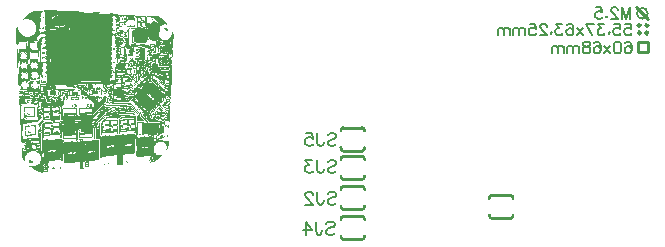
<source format=gbo>
G04 Layer: BottomSilkscreenLayer*
G04 EasyEDA v6.5.39, 2024-01-09 23:26:39*
G04 412fee2aba674f6794ce960f83f023ec,7c1e8d740ba24e6f83eb2d53d3341807,10*
G04 Gerber Generator version 0.2*
G04 Scale: 100 percent, Rotated: No, Reflected: No *
G04 Dimensions in millimeters *
G04 leading zeros omitted , absolute positions ,4 integer and 5 decimal *
%FSLAX45Y45*%
%MOMM*%

%ADD10C,0.2032*%
%ADD11C,0.1524*%
%ADD12C,0.2540*%
%ADD13C,0.2000*%

%LPD*%
G36*
X-1252220Y2899816D02*
G01*
X-1253947Y2899765D01*
X-1253337Y2884170D01*
X-1250746Y2882290D01*
X-1249832Y2867304D01*
X-1243990Y2861665D01*
X-1243990Y2855315D01*
X-1247597Y2850743D01*
X-1249934Y2850743D01*
X-1250696Y2843580D01*
X-1250848Y2836926D01*
X-1250713Y2831388D01*
X-1183487Y2831388D01*
X-1183335Y2835097D01*
X-1176426Y2836214D01*
X-1176426Y2839262D01*
X-1163218Y2852470D01*
X-1154226Y2852470D01*
X-1150874Y2849930D01*
X-1142644Y2849880D01*
X-1142644Y2854706D01*
X-1140561Y2856788D01*
X-1120444Y2856788D01*
X-1118362Y2854706D01*
X-1118362Y2850083D01*
X-1112215Y2849321D01*
X-1106220Y2849016D01*
X-1095908Y2849016D01*
X-1094028Y2845511D01*
X-1091692Y2845511D01*
X-1090828Y2842056D01*
X-1088034Y2842056D01*
X-1088034Y2839516D01*
X-1084783Y2837789D01*
X-1083818Y2832709D01*
X-1077823Y2831592D01*
X-1077315Y2829661D01*
X-1076960Y2819704D01*
X-1076807Y2769311D01*
X-1079500Y2766568D01*
X-1083462Y2766568D01*
X-1084529Y2757627D01*
X-1086764Y2756204D01*
X-1114704Y2756154D01*
X-1115568Y2751023D01*
X-1116380Y2748483D01*
X-1117701Y2746654D01*
X-1137462Y2746654D01*
X-1138631Y2749956D01*
X-1139088Y2752750D01*
X-1139139Y2757017D01*
X-1164082Y2757017D01*
X-1165656Y2758795D01*
X-1167434Y2759760D01*
X-1171244Y2761132D01*
X-1172870Y2762402D01*
X-1173988Y2770073D01*
X-1178001Y2770073D01*
X-1180744Y2772765D01*
X-1180744Y2822346D01*
X-1183233Y2824276D01*
X-1183487Y2831388D01*
X-1250713Y2831388D01*
X-1250492Y2825750D01*
X-1243990Y2819400D01*
X-1243990Y2809240D01*
X-1247140Y2806750D01*
X-1248816Y2805684D01*
X-1250289Y2805125D01*
X-1250492Y2783484D01*
X-1240536Y2773273D01*
X-1240536Y2769616D01*
X-1246987Y2762656D01*
X-1247495Y2738069D01*
X-1240787Y2732684D01*
X-1208024Y2732684D01*
X-1205788Y2734919D01*
X-1155344Y2734716D01*
X-1153363Y2732024D01*
X-1045159Y2731566D01*
X-1045159Y2875432D01*
X-1040637Y2884119D01*
X-1009243Y2884220D01*
X-995680Y2884068D01*
X-989736Y2883560D01*
X-987094Y2881223D01*
X-917549Y2880664D01*
X-914298Y2877718D01*
X-843584Y2877210D01*
X-841451Y2874264D01*
X-770839Y2873705D01*
X-768604Y2870657D01*
X-712724Y2870504D01*
X-700481Y2870149D01*
X-696468Y2869590D01*
X-696468Y2867202D01*
X-688238Y2867202D01*
X-685901Y2865729D01*
X-686206Y2649016D01*
X-686562Y2602534D01*
X-687476Y2599537D01*
X-688594Y2596997D01*
X-689102Y2297379D01*
X-691337Y2295093D01*
X-772160Y2294636D01*
X-774852Y2292248D01*
X-999236Y2291029D01*
X-1001674Y2289048D01*
X-1192072Y2287574D01*
X-1194612Y2289657D01*
X-1194612Y2340965D01*
X-1197406Y2344064D01*
X-1198321Y2458212D01*
X-1200912Y2460040D01*
X-1201724Y2573578D01*
X-1204315Y2576525D01*
X-1205280Y2690672D01*
X-1207516Y2692400D01*
X-1208024Y2732684D01*
X-1240787Y2732684D01*
X-1240536Y2732481D01*
X-1240536Y2723845D01*
X-1246632Y2718460D01*
X-1246835Y2707182D01*
X-1248460Y2703931D01*
X-1246581Y2702052D01*
X-1246581Y2696057D01*
X-1237081Y2686862D01*
X-1241348Y2677363D01*
X-1247038Y2676804D01*
X-1246835Y2670251D01*
X-1244193Y2667254D01*
X-1243228Y2651201D01*
X-1237081Y2644698D01*
X-1237030Y2639415D01*
X-1244244Y2631694D01*
X-1243177Y2609392D01*
X-1241501Y2607513D01*
X-1239875Y2606446D01*
X-1237030Y2605278D01*
X-1237030Y2594102D01*
X-1241094Y2591003D01*
X-1242314Y2590292D01*
X-1243177Y2590038D01*
X-1243533Y2568448D01*
X-1241145Y2566263D01*
X-1239672Y2565450D01*
X-1238554Y2565095D01*
X-1236776Y2563672D01*
X-1233576Y2559964D01*
X-1233627Y2554478D01*
X-1239570Y2548686D01*
X-1240332Y2541676D01*
X-1240485Y2535326D01*
X-1240078Y2524861D01*
X-1233576Y2519172D01*
X-1233576Y2511247D01*
X-1236319Y2508453D01*
X-1237894Y2507386D01*
X-1238504Y2507183D01*
X-1239672Y2507183D01*
X-1239824Y2491587D01*
X-1239672Y2482850D01*
X-1234389Y2480614D01*
X-1230833Y2473401D01*
X-1234541Y2465679D01*
X-1240078Y2465120D01*
X-1240688Y2461920D01*
X-1237234Y2458212D01*
X-1236726Y2444394D01*
X-1236421Y2441244D01*
X-1235811Y2439873D01*
X-1234846Y2439517D01*
X-1233728Y2439517D01*
X-1230122Y2434945D01*
X-1230122Y2428646D01*
X-1232204Y2425852D01*
X-1234084Y2424379D01*
X-1237030Y2423109D01*
X-1236980Y2412746D01*
X-1236726Y2406446D01*
X-1235913Y2399436D01*
X-1230122Y2396998D01*
X-1230122Y2386330D01*
X-1232814Y2383536D01*
X-1235049Y2382266D01*
X-1236167Y2382266D01*
X-1236878Y2360625D01*
X-1230020Y2356764D01*
X-1227124Y2351684D01*
X-1226870Y2349754D01*
X-1227683Y2347518D01*
X-1232662Y2339695D01*
X-1233830Y2330958D01*
X-1238351Y2329129D01*
X-1234033Y2328011D01*
X-1232509Y2318004D01*
X-1226667Y2313330D01*
X-1226667Y2304643D01*
X-1232712Y2298750D01*
X-1232712Y2263444D01*
X-1167282Y2263444D01*
X-1164183Y2267051D01*
X-1142034Y2266492D01*
X-1137259Y2266594D01*
X-1135278Y2267153D01*
X-1134821Y2268220D01*
X-1134821Y2269388D01*
X-1130249Y2272995D01*
X-1124864Y2272995D01*
X-1117955Y2266645D01*
X-1101191Y2265832D01*
X-1096975Y2266899D01*
X-1091082Y2272944D01*
X-1083208Y2272995D01*
X-1076858Y2266035D01*
X-1073658Y2265984D01*
X-1071372Y2265426D01*
X-1068171Y2264054D01*
X-1067861Y2263140D01*
X-1062837Y2263140D01*
X-1062736Y2263952D01*
X-1061516Y2266035D01*
X-1058976Y2266442D01*
X-1055624Y2266391D01*
X-1053388Y2265324D01*
X-1052728Y2263495D01*
X-1053896Y2261362D01*
X-1040841Y2261362D01*
X-1040841Y2265629D01*
X-1031290Y2266086D01*
X-1028953Y2264562D01*
X-1024128Y2264562D01*
X-1021791Y2266035D01*
X-1012596Y2266035D01*
X-1011986Y2264156D01*
X-1011936Y2262835D01*
X-1012545Y2261057D01*
X-1018286Y2259990D01*
X-1023518Y2261412D01*
X-1024128Y2264562D01*
X-1028953Y2264562D01*
X-1029563Y2261362D01*
X-1035202Y2259939D01*
X-1040841Y2261362D01*
X-1053896Y2261362D01*
X-1055268Y2259990D01*
X-1060196Y2259990D01*
X-1062431Y2262327D01*
X-1062837Y2263140D01*
X-1067861Y2263140D01*
X-1066292Y2258314D01*
X-1055878Y2248712D01*
X-1015441Y2248865D01*
X-1006703Y2249220D01*
X-1004011Y2249779D01*
X-1004011Y2252624D01*
X-1007465Y2255621D01*
X-1007414Y2262124D01*
X-1007110Y2265578D01*
X-1006398Y2268728D01*
X-1000302Y2271268D01*
X-998677Y2269794D01*
X-998016Y2268626D01*
X-997966Y2266899D01*
X-985316Y2266899D01*
X-983234Y2264816D01*
X-982980Y2258669D01*
X-981913Y2265578D01*
X-976426Y2267102D01*
X-975360Y2272944D01*
X-969213Y2274062D01*
X-961136Y2272995D01*
X-959256Y2270506D01*
X-931875Y2269947D01*
X-929284Y2273858D01*
X-922629Y2273858D01*
X-919429Y2270404D01*
X-900684Y2269236D01*
X-897636Y2273300D01*
X-887221Y2274062D01*
X-880973Y2271979D01*
X-880943Y2268626D01*
X-865530Y2268626D01*
X-863244Y2269490D01*
X-859739Y2270201D01*
X-857046Y2269642D01*
X-855471Y2268016D01*
X-855573Y2265629D01*
X-856030Y2264308D01*
X-860450Y2263190D01*
X-864971Y2264765D01*
X-865530Y2268626D01*
X-880943Y2268626D01*
X-881430Y2266492D01*
X-882802Y2264765D01*
X-886155Y2269083D01*
X-886206Y2241245D01*
X-888237Y2239162D01*
X-908710Y2239162D01*
X-910793Y2242515D01*
X-912774Y2239772D01*
X-922578Y2238959D01*
X-922578Y2222042D01*
X-914400Y2221128D01*
X-912520Y2220417D01*
X-911504Y2219147D01*
X-910336Y2214168D01*
X-912621Y2211679D01*
X-914095Y2209139D01*
X-915720Y2204516D01*
X-913892Y2201113D01*
X-913892Y2189886D01*
X-911301Y2188921D01*
X-911301Y2185314D01*
X-913993Y2184298D01*
X-910437Y2180945D01*
X-908507Y2182825D01*
X-907084Y2183638D01*
X-906424Y2183638D01*
X-907135Y2188718D01*
X-903528Y2191004D01*
X-903528Y2201875D01*
X-905916Y2206498D01*
X-906830Y2209241D01*
X-906983Y2212086D01*
X-909675Y2213102D01*
X-909167Y2220417D01*
X-903122Y2221941D01*
X-878484Y2221382D01*
X-876401Y2219299D01*
X-875537Y2206193D01*
X-868832Y2206193D01*
X-868832Y2215946D01*
X-859739Y2225243D01*
X-844346Y2225294D01*
X-842213Y2228189D01*
X-826414Y2228951D01*
X-826414Y2235504D01*
X-832205Y2236419D01*
X-834999Y2237232D01*
X-836828Y2238502D01*
X-836828Y2263190D01*
X-844143Y2264206D01*
X-847191Y2267966D01*
X-847191Y2272030D01*
X-848410Y2272842D01*
X-848868Y2273554D01*
X-848918Y2274722D01*
X-845362Y2274722D01*
X-840790Y2270099D01*
X-819607Y2270404D01*
X-819048Y2276043D01*
X-808075Y2276551D01*
X-805332Y2273655D01*
X-804062Y2271928D01*
X-803249Y2269947D01*
X-781812Y2269947D01*
X-781253Y2275586D01*
X-774954Y2278227D01*
X-771245Y2276856D01*
X-769010Y2275636D01*
X-766673Y2273604D01*
X-677621Y2273960D01*
X-674979Y2271318D01*
X-673862Y2278380D01*
X-668426Y2283815D01*
X-632358Y2284374D01*
X-632358Y2304135D01*
X-635304Y2306980D01*
X-637286Y2308555D01*
X-639724Y2310028D01*
X-640283Y2315057D01*
X-643128Y2317902D01*
X-643483Y2319020D01*
X-643077Y2320086D01*
X-640130Y2322830D01*
X-640130Y2326690D01*
X-636574Y2330043D01*
X-639267Y2331059D01*
X-639267Y2338120D01*
X-635355Y2339695D01*
X-637946Y2339797D01*
X-643585Y2346147D01*
X-643585Y2393238D01*
X-641502Y2395321D01*
X-626414Y2395321D01*
X-623570Y2392426D01*
X-624535Y2388565D01*
X-622300Y2386736D01*
X-614578Y2386431D01*
X-609701Y2388362D01*
X-570839Y2388362D01*
X-570788Y2392070D01*
X-570331Y2394610D01*
X-569163Y2397912D01*
X-565556Y2397912D01*
X-564032Y2394000D01*
X-563880Y2403398D01*
X-567486Y2400147D01*
X-569061Y2402687D01*
X-569112Y2426462D01*
X-563880Y2432405D01*
X-563880Y2447340D01*
X-567131Y2445359D01*
X-569823Y2446375D01*
X-571042Y2454300D01*
X-574548Y2454300D01*
X-576732Y2451252D01*
X-603046Y2451252D01*
X-605180Y2454198D01*
X-623519Y2454960D01*
X-624382Y2449423D01*
X-625144Y2445918D01*
X-625602Y2444750D01*
X-631545Y2444750D01*
X-632561Y2447442D01*
X-635965Y2443784D01*
X-639826Y2444648D01*
X-641756Y2445410D01*
X-643178Y2446578D01*
X-643686Y2493162D01*
X-640283Y2496362D01*
X-639064Y2501239D01*
X-634847Y2502865D01*
X-608076Y2502865D01*
X-608126Y2506522D01*
X-608431Y2509316D01*
X-609193Y2513279D01*
X-611428Y2513279D01*
X-613156Y2518054D01*
X-613206Y2516886D01*
X-614070Y2515260D01*
X-618794Y2510231D01*
X-637133Y2509672D01*
X-643788Y2515666D01*
X-643178Y2531618D01*
X-640232Y2533802D01*
X-643585Y2536698D01*
X-643585Y2559253D01*
X-640232Y2562148D01*
X-643128Y2564282D01*
X-643737Y2577033D01*
X-642010Y2581605D01*
X-637133Y2582824D01*
X-633984Y2586126D01*
X-621995Y2586126D01*
X-618896Y2582824D01*
X-614019Y2581605D01*
X-612546Y2577896D01*
X-612394Y2580640D01*
X-608126Y2584348D01*
X-606958Y2588971D01*
X-608076Y2604617D01*
X-606145Y2611120D01*
X-600964Y2612186D01*
X-591566Y2611069D01*
X-585266Y2617368D01*
X-599440Y2617368D01*
X-602386Y2620822D01*
X-608939Y2620822D01*
X-608939Y2616555D01*
X-618693Y2606802D01*
X-633780Y2607411D01*
X-639673Y2613304D01*
X-640334Y2625293D01*
X-634238Y2631389D01*
X-626719Y2630830D01*
X-626872Y2623210D01*
X-629767Y2621076D01*
X-629767Y2617368D01*
X-619353Y2617368D01*
X-619556Y2619857D01*
X-620318Y2621127D01*
X-625398Y2626410D01*
X-625398Y2629458D01*
X-622096Y2631236D01*
X-623011Y2634742D01*
X-637438Y2634742D01*
X-640130Y2637434D01*
X-640130Y2642565D01*
X-636778Y2645460D01*
X-639724Y2647594D01*
X-639724Y2659583D01*
X-634136Y2665171D01*
X-625602Y2666187D01*
X-622452Y2662478D01*
X-618642Y2662478D01*
X-617677Y2665069D01*
X-614222Y2665069D01*
X-612394Y2662072D01*
X-610616Y2665069D01*
X-607669Y2665120D01*
X-610870Y2667152D01*
X-611784Y2668320D01*
X-612292Y2669844D01*
X-612394Y2674975D01*
X-614476Y2672892D01*
X-640892Y2672892D01*
X-643686Y2675686D01*
X-642569Y2680614D01*
X-641908Y2681833D01*
X-640689Y2682443D01*
X-635000Y2683459D01*
X-636981Y2686608D01*
X-642315Y2688132D01*
X-642823Y2695346D01*
X-639318Y2697226D01*
X-640232Y2699410D01*
X-641350Y2701036D01*
X-643585Y2703322D01*
X-643585Y2708351D01*
X-641451Y2710637D01*
X-640130Y2712872D01*
X-638708Y2716682D01*
X-630377Y2718460D01*
X-632409Y2720035D01*
X-634746Y2721305D01*
X-639267Y2723235D01*
X-639368Y2724404D01*
X-639927Y2724861D01*
X-640994Y2725216D01*
X-643026Y2726893D01*
X-645312Y2729331D01*
X-646887Y2730601D01*
X-647090Y2730500D01*
X-647903Y2570734D01*
X-651408Y2569819D01*
X-651408Y2567787D01*
X-647954Y2566873D01*
X-647954Y2492146D01*
X-650951Y2488844D01*
X-647954Y2487168D01*
X-647954Y2453538D01*
X-651560Y2450947D01*
X-647954Y2449017D01*
X-647954Y2415590D01*
X-650036Y2413508D01*
X-655726Y2413508D01*
X-655726Y2411780D01*
X-649884Y2411780D01*
X-647852Y2409342D01*
X-650951Y2407564D01*
X-650951Y2299614D01*
X-653440Y2298192D01*
X-654710Y2297125D01*
X-655828Y2295550D01*
X-676402Y2295550D01*
X-677265Y2297226D01*
X-677824Y2300528D01*
X-678535Y2307894D01*
X-684377Y2310333D01*
X-683869Y2321966D01*
X-678434Y2325471D01*
X-678027Y2333701D01*
X-678129Y2342184D01*
X-678434Y2347569D01*
X-679907Y2347722D01*
X-681482Y2348738D01*
X-684326Y2351379D01*
X-684326Y2359202D01*
X-681634Y2361996D01*
X-680059Y2363063D01*
X-678434Y2363216D01*
X-678027Y2371750D01*
X-678129Y2380335D01*
X-678434Y2385771D01*
X-679907Y2385923D01*
X-681482Y2386888D01*
X-684326Y2389530D01*
X-684326Y2397353D01*
X-681634Y2400147D01*
X-680008Y2401214D01*
X-678281Y2401366D01*
X-677570Y2422448D01*
X-684326Y2429459D01*
X-684326Y2435758D01*
X-681482Y2438247D01*
X-679653Y2439466D01*
X-677367Y2440381D01*
X-677367Y2461260D01*
X-684326Y2467660D01*
X-684326Y2475941D01*
X-680923Y2478074D01*
X-679094Y2479598D01*
X-677367Y2481529D01*
X-677418Y2495143D01*
X-677926Y2502357D01*
X-678434Y2503728D01*
X-680720Y2503728D01*
X-684326Y2508300D01*
X-684326Y2513736D01*
X-678129Y2520442D01*
X-677164Y2532126D01*
X-678383Y2541778D01*
X-684326Y2547569D01*
X-684326Y2552801D01*
X-682244Y2555595D01*
X-680466Y2557068D01*
X-677570Y2558288D01*
X-677621Y2581757D01*
X-683260Y2588158D01*
X-684072Y2590139D01*
X-683310Y2592273D01*
X-677824Y2600452D01*
X-677875Y2622753D01*
X-681075Y2625445D01*
X-683818Y2629408D01*
X-684326Y2630881D01*
X-683260Y2632608D01*
X-677214Y2639161D01*
X-676706Y2662580D01*
X-680872Y2664155D01*
X-680872Y2677007D01*
X-679196Y2678277D01*
X-677519Y2678938D01*
X-674624Y2679395D01*
X-673963Y2700578D01*
X-680872Y2706471D01*
X-680872Y2716885D01*
X-678637Y2718714D01*
X-677113Y2719679D01*
X-675030Y2720441D01*
X-674471Y2727096D01*
X-674370Y2732735D01*
X-674776Y2743149D01*
X-676402Y2743301D01*
X-677976Y2744317D01*
X-680872Y2746908D01*
X-680872Y2757982D01*
X-678637Y2758846D01*
X-677011Y2759964D01*
X-674776Y2762199D01*
X-674776Y2784805D01*
X-676402Y2784957D01*
X-677976Y2785973D01*
X-680872Y2788564D01*
X-680872Y2797708D01*
X-678129Y2800400D01*
X-674776Y2800400D01*
X-674573Y2813253D01*
X-674674Y2826664D01*
X-675944Y2828086D01*
X-676452Y2829560D01*
X-676503Y2832252D01*
X-680872Y2834233D01*
X-680872Y2838043D01*
X-678180Y2840837D01*
X-676605Y2841904D01*
X-675030Y2842056D01*
X-674116Y2850337D01*
X-673354Y2852064D01*
X-671728Y2852623D01*
X-666242Y2852470D01*
X-665683Y2849473D01*
X-647344Y2849422D01*
X-644448Y2847035D01*
X-644448Y2839466D01*
X-640080Y2839466D01*
X-639165Y2843834D01*
X-638556Y2844800D01*
X-637387Y2845409D01*
X-632561Y2846476D01*
X-629767Y2843682D01*
X-629767Y2839466D01*
X-619302Y2839466D01*
X-618236Y2844800D01*
X-614019Y2846374D01*
X-589991Y2846374D01*
X-585571Y2844698D01*
X-585571Y2841142D01*
X-588162Y2840126D01*
X-588162Y2834995D01*
X-584250Y2835554D01*
X-584860Y2843834D01*
X-582726Y2846374D01*
X-559765Y2846374D01*
X-553516Y2840126D01*
X-553516Y2837738D01*
X-546557Y2837738D01*
X-546455Y2839059D01*
X-545490Y2840482D01*
X-542950Y2843072D01*
X-545541Y2845104D01*
X-546658Y2850489D01*
X-543864Y2853334D01*
X-528523Y2853334D01*
X-525780Y2850591D01*
X-522985Y2853436D01*
X-518058Y2852267D01*
X-516788Y2851353D01*
X-516128Y2849575D01*
X-515162Y2842056D01*
X-511911Y2842056D01*
X-511911Y2847187D01*
X-507746Y2850946D01*
X-506323Y2852470D01*
X-503224Y2852470D01*
X-501650Y2848559D01*
X-501446Y2850083D01*
X-500684Y2851353D01*
X-498805Y2853334D01*
X-493776Y2853334D01*
X-490677Y2849981D01*
X-484632Y2849422D01*
X-484632Y2843377D01*
X-490575Y2842768D01*
X-488086Y2841244D01*
X-488086Y2834690D01*
X-470509Y2834182D01*
X-469290Y2841294D01*
X-467614Y2842006D01*
X-466953Y2842818D01*
X-466598Y2843834D01*
X-464870Y2845866D01*
X-460349Y2849981D01*
X-427990Y2849422D01*
X-425958Y2847390D01*
X-425602Y2839008D01*
X-421385Y2839008D01*
X-421385Y2844241D01*
X-415340Y2850032D01*
X-407111Y2849067D01*
X-407111Y2850743D01*
X-476808Y2850743D01*
X-482041Y2854198D01*
X-549656Y2854198D01*
X-553923Y2857246D01*
X-624992Y2858109D01*
X-629259Y2861157D01*
X-671068Y2861157D01*
X-673811Y2864154D01*
X-674370Y2871978D01*
X-706323Y2872435D01*
X-709015Y2874822D01*
X-779170Y2876042D01*
X-781812Y2878277D01*
X-849833Y2879496D01*
X-854557Y2881782D01*
X-922121Y2882950D01*
X-927353Y2885236D01*
X-994918Y2886405D01*
X-1000099Y2888691D01*
X-1066800Y2889961D01*
X-1069441Y2892145D01*
X-1139596Y2893415D01*
X-1142187Y2895650D01*
X-1210614Y2896870D01*
X-1213053Y2898851D01*
G37*
G36*
X-1256639Y2892602D02*
G01*
X-1257604Y2892044D01*
X-1258417Y2889199D01*
X-1258722Y2884678D01*
X-1258722Y2879699D01*
X-1256639Y2877616D01*
X-1259230Y2874975D01*
X-1285595Y2874924D01*
X-1285138Y2838196D01*
X-1275435Y2838602D01*
X-1271270Y2839059D01*
X-1270406Y2839313D01*
X-1269542Y2839872D01*
X-1281633Y2840736D01*
X-1283817Y2845104D01*
X-1283817Y2871317D01*
X-1281125Y2873552D01*
X-1271524Y2872181D01*
X-1265326Y2871622D01*
X-1257960Y2871571D01*
X-1253286Y2873349D01*
X-1255776Y2890418D01*
G37*
G36*
X-1332941Y2892348D02*
G01*
X-1336954Y2888894D01*
X-1340764Y2888894D01*
X-1343964Y2886506D01*
X-1345793Y2885541D01*
X-1347114Y2885287D01*
X-1348943Y2884373D01*
X-1350873Y2883001D01*
X-1352651Y2882087D01*
X-1353870Y2881833D01*
X-1355293Y2880918D01*
X-1357477Y2878480D01*
X-1359865Y2878378D01*
X-1361389Y2877820D01*
X-1363980Y2875788D01*
X-1369009Y2872435D01*
X-1373581Y2870098D01*
X-1387195Y2861360D01*
X-1388211Y2861005D01*
X-1389126Y2860090D01*
X-1390446Y2857652D01*
X-1392021Y2857550D01*
X-1393139Y2856585D01*
X-1394714Y2854706D01*
X-1397508Y2853232D01*
X-1409090Y2843784D01*
X-1416608Y2837078D01*
X-1441551Y2813050D01*
X-1440942Y2811272D01*
X-1436420Y2810713D01*
X-1434642Y2814116D01*
X-1431290Y2815031D01*
X-1429512Y2816047D01*
X-1427988Y2817926D01*
X-1416253Y2818892D01*
X-1415338Y2821228D01*
X-1389735Y2821228D01*
X-1388770Y2818739D01*
X-1376375Y2817520D01*
X-1375562Y2815386D01*
X-1367586Y2814269D01*
X-1365300Y2812389D01*
X-1363218Y2811322D01*
X-1359662Y2810306D01*
X-1357071Y2804871D01*
X-1351432Y2803804D01*
X-1351432Y2801112D01*
X-1347927Y2800197D01*
X-1347927Y2797657D01*
X-1344472Y2796743D01*
X-1344472Y2794203D01*
X-1341018Y2793288D01*
X-1341018Y2791002D01*
X-1337970Y2789936D01*
X-1335227Y2785516D01*
X-1333957Y2782824D01*
X-1333042Y2779725D01*
X-1330807Y2778861D01*
X-1329537Y2773121D01*
X-1327048Y2771292D01*
X-1326083Y2763520D01*
X-1323238Y2761284D01*
X-1323238Y2721660D01*
X-1325270Y2719171D01*
X-1326337Y2716784D01*
X-1327302Y2712669D01*
X-1329588Y2711805D01*
X-1330655Y2706217D01*
X-1334109Y2703271D01*
X-1334109Y2700426D01*
X-1346708Y2687777D01*
X-1351432Y2686608D01*
X-1351432Y2684170D01*
X-1353159Y2684018D01*
X-1354582Y2683154D01*
X-1356817Y2680817D01*
X-1360271Y2679954D01*
X-1362100Y2679039D01*
X-1363675Y2677312D01*
X-1371752Y2676093D01*
X-1373784Y2673350D01*
X-1409293Y2673350D01*
X-1412494Y2676144D01*
X-1421180Y2677261D01*
X-1422908Y2679598D01*
X-1428648Y2680868D01*
X-1429512Y2683154D01*
X-1432610Y2684018D01*
X-1435303Y2685338D01*
X-1439722Y2688082D01*
X-1440789Y2691130D01*
X-1443228Y2691130D01*
X-1443228Y2693568D01*
X-1448003Y2694635D01*
X-1453388Y2700223D01*
X-1454556Y2704998D01*
X-1457096Y2704998D01*
X-1457248Y2706725D01*
X-1458163Y2708148D01*
X-1460500Y2710383D01*
X-1461566Y2715260D01*
X-1463954Y2716174D01*
X-1465072Y2722219D01*
X-1467358Y2723083D01*
X-1468323Y2727198D01*
X-1469390Y2729585D01*
X-1471422Y2732074D01*
X-1471422Y2771648D01*
X-1476095Y2766161D01*
X-1476248Y2764028D01*
X-1477060Y2762504D01*
X-1478737Y2760116D01*
X-1483360Y2751683D01*
X-1493520Y2731566D01*
X-1493520Y2686304D01*
X-1490472Y2681986D01*
X-1489608Y2615895D01*
X-1487017Y2612796D01*
X-1486154Y2547416D01*
X-1483106Y2544368D01*
X-1483106Y2479903D01*
X-1479651Y2474671D01*
X-1479651Y2410460D01*
X-1476197Y2405278D01*
X-1476146Y2341067D01*
X-1472742Y2335885D01*
X-1472692Y2271674D01*
X-1469237Y2266492D01*
X-1469237Y2203754D01*
X-1465783Y2199690D01*
X-1462430Y2204008D01*
X-1446987Y2204618D01*
X-1444294Y2201875D01*
X-1442161Y2204466D01*
X-1435811Y2204466D01*
X-1433931Y2202637D01*
X-1432814Y2209698D01*
X-1428394Y2211425D01*
X-1372006Y2211273D01*
X-1368704Y2214829D01*
X-1277569Y2214880D01*
X-1278178Y2216404D01*
X-1278839Y2220569D01*
X-1280312Y2239213D01*
X-1278432Y2243277D01*
X-1274267Y2244953D01*
X-1271930Y2245156D01*
X-1269390Y2244953D01*
X-1263243Y2243277D01*
X-1262481Y2238756D01*
X-1262227Y2231186D01*
X-1262176Y2214930D01*
X-1247038Y2214422D01*
X-1246530Y2190191D01*
X-1243990Y2188768D01*
X-1243990Y2185314D01*
X-1247902Y2183841D01*
X-1284224Y2183587D01*
X-1287373Y2180132D01*
X-1284833Y2177186D01*
X-1284681Y2176272D01*
X-1276756Y2176221D01*
X-1274572Y2173224D01*
X-1263192Y2173224D01*
X-1259586Y2179066D01*
X-1248257Y2180132D01*
X-1244092Y2178507D01*
X-1242923Y2172208D01*
X-1238961Y2170430D01*
X-1238046Y2165299D01*
X-1238148Y2163521D01*
X-1238859Y2161946D01*
X-1242872Y2157171D01*
X-1243787Y2148941D01*
X-1236065Y2148941D01*
X-1232712Y2147163D01*
X-1232712Y2144623D01*
X-1229258Y2144623D01*
X-1229258Y2160117D01*
X-1226718Y2162657D01*
X-1229258Y2163622D01*
X-1229258Y2204059D01*
X-1232966Y2207209D01*
X-1231950Y2214778D01*
X-1231239Y2216556D01*
X-1229766Y2217420D01*
X-1223213Y2218537D01*
X-1229258Y2224582D01*
X-1229258Y2228342D01*
X-1232966Y2231542D01*
X-1232052Y2243785D01*
X-1230122Y2245258D01*
X-1229360Y2246172D01*
X-1229055Y2247036D01*
X-1227531Y2248916D01*
X-1223619Y2253030D01*
X-1211275Y2253030D01*
X-1210259Y2255621D01*
X-1206804Y2255621D01*
X-1205026Y2252573D01*
X-1203198Y2255621D01*
X-1199743Y2255621D01*
X-1198981Y2253894D01*
X-1197813Y2253030D01*
X-1195476Y2252319D01*
X-1194612Y2250084D01*
X-1193800Y2248865D01*
X-1192936Y2248001D01*
X-1191920Y2245664D01*
X-1190447Y2240432D01*
X-1190294Y2244394D01*
X-1187653Y2245410D01*
X-1187653Y2250236D01*
X-1181455Y2256485D01*
X-1215745Y2256586D01*
X-1281125Y2257653D01*
X-1281684Y2221026D01*
X-1283919Y2218791D01*
X-1402029Y2218283D01*
X-1405178Y2214880D01*
X-1458671Y2214880D01*
X-1464919Y2221128D01*
X-1464919Y2287320D01*
X-1468374Y2290318D01*
X-1468374Y2356764D01*
X-1471828Y2359710D01*
X-1471828Y2426766D01*
X-1474876Y2429002D01*
X-1475384Y2496210D01*
X-1478330Y2498394D01*
X-1478838Y2565603D01*
X-1481785Y2567787D01*
X-1482293Y2638602D01*
X-1484833Y2640025D01*
X-1484833Y2642666D01*
X-1479346Y2648153D01*
X-1460804Y2648762D01*
X-1457401Y2645105D01*
X-1310690Y2645562D01*
X-1314145Y2652064D01*
X-1314094Y2658770D01*
X-1313789Y2662834D01*
X-1313027Y2667254D01*
X-1290320Y2690469D01*
X-1284935Y2692755D01*
X-1284376Y2700985D01*
X-1284376Y2707182D01*
X-1284935Y2716072D01*
X-1289812Y2716936D01*
X-1292758Y2717952D01*
X-1295857Y2719832D01*
X-1297127Y2723743D01*
X-1297635Y2726537D01*
X-1297686Y2730246D01*
X-1295755Y2733802D01*
X-1294180Y2735630D01*
X-1291742Y2737104D01*
X-1284833Y2737104D01*
X-1284274Y2749397D01*
X-1287322Y2751023D01*
X-1287322Y2789275D01*
X-1285595Y2789732D01*
X-1284376Y2790291D01*
X-1283868Y2790952D01*
X-1284122Y2791510D01*
X-1285138Y2791764D01*
X-1286459Y2791764D01*
X-1288288Y2796489D01*
X-1287780Y2839313D01*
X-1290777Y2842615D01*
X-1290777Y2875127D01*
X-1285697Y2880207D01*
X-1276756Y2880207D01*
X-1275791Y2876550D01*
X-1271117Y2877261D01*
X-1267002Y2877566D01*
X-1260449Y2877616D01*
X-1260449Y2888894D01*
X-1287729Y2888894D01*
X-1292910Y2892348D01*
G37*
G36*
X-1027734Y2882900D02*
G01*
X-1039876Y2882392D01*
X-1042060Y2867660D01*
X-1042111Y2814370D01*
X-1040384Y2813304D01*
X-1040333Y2786075D01*
X-1039825Y2764790D01*
X-1038606Y2733294D01*
X-1039621Y2728620D01*
X-1042720Y2728214D01*
X-1058265Y2728366D01*
X-1201978Y2732074D01*
X-1205280Y2728417D01*
X-1203401Y2676042D01*
X-1201982Y2621330D01*
X-759714Y2621330D01*
X-758393Y2621737D01*
X-757072Y2621737D01*
X-757072Y2618232D01*
X-757885Y2618232D01*
X-758444Y2618587D01*
X-759510Y2620365D01*
X-759714Y2621330D01*
X-1201982Y2621330D01*
X-1201545Y2609545D01*
X-800404Y2609545D01*
X-800354Y2611374D01*
X-799998Y2612034D01*
X-798728Y2611882D01*
X-797814Y2611475D01*
X-797204Y2610916D01*
X-796950Y2610358D01*
X-796950Y2609545D01*
X-1201545Y2609545D01*
X-1194104Y2361438D01*
X-1192631Y2291232D01*
X-1190701Y2289911D01*
X-694944Y2297480D01*
X-692556Y2298954D01*
X-691845Y2337663D01*
X-688390Y2864561D01*
X-688848Y2864916D01*
X-691388Y2865475D01*
X-696772Y2866085D01*
X-720090Y2867456D01*
X-977188Y2879547D01*
X-1026414Y2881528D01*
G37*
G36*
X-1121308Y2855112D02*
G01*
X-1140460Y2854655D01*
X-1141323Y2847695D01*
X-1162964Y2847594D01*
X-1170990Y2839516D01*
X-1172108Y2835148D01*
X-1143914Y2835148D01*
X-1141984Y2836316D01*
X-1140307Y2836773D01*
X-1137666Y2836824D01*
X-1133246Y2840329D01*
X-1128522Y2840228D01*
X-1126032Y2839770D01*
X-1121460Y2838145D01*
X-1115669Y2836824D01*
X-1110335Y2832862D01*
X-1106779Y2829560D01*
X-1102918Y2823057D01*
X-1102766Y2821228D01*
X-1105357Y2821228D01*
X-1105357Y2823616D01*
X-1110488Y2827121D01*
X-1113586Y2829763D01*
X-1116787Y2831490D01*
X-1124661Y2835097D01*
X-1172108Y2835148D01*
X-1175562Y2834386D01*
X-1178915Y2833319D01*
X-1180947Y2832455D01*
X-1179677Y2827731D01*
X-1179094Y2801569D01*
X-1133957Y2801569D01*
X-1133449Y2801975D01*
X-1130604Y2802128D01*
X-1129436Y2800248D01*
X-1125321Y2801315D01*
X-1125372Y2800502D01*
X-1127099Y2796946D01*
X-1130198Y2796946D01*
X-1133805Y2801162D01*
X-1133957Y2801569D01*
X-1179094Y2801569D01*
X-1178545Y2780487D01*
X-1145235Y2780487D01*
X-1145082Y2779268D01*
X-1144066Y2778556D01*
X-1140155Y2776677D01*
X-1137005Y2774442D01*
X-1113942Y2774137D01*
X-1115568Y2772511D01*
X-1128318Y2771749D01*
X-1134414Y2771749D01*
X-1140307Y2772511D01*
X-1141831Y2775254D01*
X-1146606Y2775254D01*
X-1148537Y2776880D01*
X-1149553Y2778252D01*
X-1150366Y2780487D01*
X-1178545Y2780487D01*
X-1178306Y2772918D01*
X-1171651Y2772206D01*
X-1170787Y2766923D01*
X-1166825Y2761945D01*
X-1113586Y2760675D01*
X-1104950Y2758897D01*
X-1090066Y2758795D01*
X-1086459Y2762656D01*
X-1085900Y2768752D01*
X-1079449Y2769311D01*
X-1078280Y2775458D01*
X-1079703Y2814574D01*
X-1080414Y2828594D01*
X-1082192Y2830779D01*
X-1086256Y2830779D01*
X-1087932Y2834030D01*
X-1089710Y2836875D01*
X-1091946Y2839720D01*
X-1094384Y2842107D01*
X-1096619Y2843733D01*
X-1098346Y2844647D01*
X-1112164Y2844647D01*
X-1117803Y2847340D01*
X-1120089Y2848051D01*
X-1120140Y2852166D01*
X-1120444Y2854045D01*
G37*
G36*
X-541020Y2851607D02*
G01*
X-542798Y2849829D01*
X-541020Y2841193D01*
X-544830Y2836062D01*
X-544830Y2831033D01*
X-541629Y2826867D01*
X-541477Y2814929D01*
X-540054Y2813608D01*
X-521868Y2815285D01*
X-509320Y2814421D01*
X-490270Y2812542D01*
X-490270Y2807665D01*
X-487934Y2804515D01*
X-482904Y2806192D01*
X-482346Y2812846D01*
X-484885Y2816453D01*
X-486105Y2819044D01*
X-486918Y2822651D01*
X-484174Y2824937D01*
X-484174Y2829052D01*
X-488442Y2829052D01*
X-489508Y2827324D01*
X-494233Y2827324D01*
X-496316Y2829407D01*
X-496316Y2833725D01*
X-490982Y2839262D01*
X-493014Y2843123D01*
X-491794Y2844088D01*
X-490016Y2844647D01*
X-486359Y2845104D01*
X-486359Y2847644D01*
X-494538Y2849168D01*
X-498297Y2849422D01*
X-500227Y2846374D01*
X-499109Y2844647D01*
X-498348Y2842971D01*
X-498093Y2841345D01*
X-498449Y2839669D01*
X-499872Y2837027D01*
X-500837Y2834233D01*
X-501700Y2829255D01*
X-499719Y2825546D01*
X-501599Y2822092D01*
X-508101Y2822092D01*
X-511403Y2824480D01*
X-505002Y2842310D01*
X-502920Y2846425D01*
X-505561Y2849067D01*
X-509727Y2844749D01*
X-511505Y2836418D01*
X-515823Y2836418D01*
X-517550Y2844546D01*
X-521512Y2849930D01*
X-523341Y2848813D01*
X-522122Y2842412D01*
X-520039Y2835097D01*
X-518617Y2831846D01*
X-517804Y2829102D01*
X-517042Y2824276D01*
X-518718Y2821787D01*
X-520547Y2823108D01*
X-522782Y2823819D01*
X-527100Y2824276D01*
X-527507Y2830779D01*
X-530809Y2830779D01*
X-531774Y2828188D01*
X-536956Y2828188D01*
X-539648Y2832049D01*
X-539648Y2836062D01*
X-533857Y2838704D01*
X-532790Y2839669D01*
X-534517Y2842971D01*
X-533450Y2846374D01*
X-529234Y2846374D01*
X-529336Y2848660D01*
X-529894Y2850032D01*
X-531317Y2851607D01*
G37*
G36*
X-670712Y2848914D02*
G01*
X-672185Y2848000D01*
X-672185Y2841193D01*
X-669899Y2841193D01*
X-667918Y2845511D01*
X-664667Y2845358D01*
X-651814Y2843326D01*
X-651306Y2839466D01*
X-649681Y2839466D01*
X-649681Y2847543D01*
X-667410Y2846476D01*
G37*
G36*
X-404368Y2848102D02*
G01*
X-405485Y2846374D01*
X-386638Y2846374D01*
X-380238Y2840685D01*
X-380238Y2836164D01*
X-377850Y2835554D01*
X-370179Y2834944D01*
X-334772Y2833725D01*
X-331571Y2832303D01*
X-329234Y2831541D01*
X-325932Y2830830D01*
X-322224Y2827121D01*
X-320497Y2824937D01*
X-319430Y2823057D01*
X-316179Y2819095D01*
X-308406Y2810814D01*
X-303479Y2810814D01*
X-301396Y2808732D01*
X-301396Y2801264D01*
X-295656Y2801264D01*
X-293624Y2799181D01*
X-293624Y2790190D01*
X-290880Y2789123D01*
X-291439Y2785313D01*
X-298348Y2783840D01*
X-335788Y2784348D01*
X-338226Y2786380D01*
X-345592Y2784449D01*
X-352958Y2786430D01*
X-357276Y2782265D01*
X-359460Y2780690D01*
X-360578Y2780334D01*
X-361594Y2779420D01*
X-362915Y2777083D01*
X-362915Y2755950D01*
X-365963Y2753715D01*
X-366435Y2708452D01*
X-313537Y2708452D01*
X-313537Y2713482D01*
X-310083Y2714345D01*
X-310083Y2716936D01*
X-306171Y2718104D01*
X-310083Y2719679D01*
X-310083Y2741422D01*
X-303580Y2741269D01*
X-300786Y2739390D01*
X-298348Y2737256D01*
X-297332Y2735224D01*
X-297789Y2733497D01*
X-299770Y2732278D01*
X-301447Y2731770D01*
X-297484Y2728417D01*
X-301396Y2725115D01*
X-301396Y2721305D01*
X-297942Y2720390D01*
X-297942Y2710637D01*
X-303987Y2704744D01*
X-306578Y2706928D01*
X-306578Y2711043D01*
X-308305Y2711043D01*
X-308305Y2708452D01*
X-366435Y2708452D01*
X-366522Y2700985D01*
X-363778Y2698699D01*
X-363778Y2692196D01*
X-366217Y2690164D01*
X-366217Y2666898D01*
X-365861Y2655316D01*
X-365404Y2653792D01*
X-358038Y2653792D01*
X-356057Y2651810D01*
X-353314Y2654096D01*
X-300532Y2653792D01*
X-294386Y2650845D01*
X-293776Y2647950D01*
X-293674Y2644698D01*
X-294030Y2638653D01*
X-296519Y2638094D01*
X-298145Y2637332D01*
X-300075Y2635758D01*
X-308051Y2634589D01*
X-309219Y2610866D01*
X-311404Y2601925D01*
X-312369Y2596489D01*
X-317855Y2590850D01*
X-317855Y2581910D01*
X-320192Y2579674D01*
X-320954Y2579319D01*
X-321818Y2579471D01*
X-324764Y2580995D01*
X-324764Y2578354D01*
X-319532Y2578354D01*
X-317703Y2573578D01*
X-318312Y2550312D01*
X-321157Y2548534D01*
X-310743Y2538222D01*
X-311454Y2522575D01*
X-313334Y2521102D01*
X-315518Y2517851D01*
X-318109Y2516276D01*
X-320548Y2514447D01*
X-322732Y2513736D01*
X-325475Y2513177D01*
X-328676Y2516632D01*
X-333908Y2517902D01*
X-331673Y2515209D01*
X-332130Y2485948D01*
X-337362Y2485948D01*
X-338937Y2489555D01*
X-348335Y2488742D01*
X-351891Y2491333D01*
X-353923Y2492298D01*
X-356006Y2492451D01*
X-358902Y2486304D01*
X-372008Y2486812D01*
X-373735Y2494026D01*
X-377088Y2497734D01*
X-380593Y2497226D01*
X-381457Y2493670D01*
X-381812Y2488742D01*
X-381965Y2478836D01*
X-374700Y2477262D01*
X-373634Y2472944D01*
X-372872Y2479903D01*
X-372262Y2483002D01*
X-371449Y2484628D01*
X-364591Y2484628D01*
X-363575Y2482037D01*
X-360172Y2481884D01*
X-358952Y2481326D01*
X-357936Y2480360D01*
X-356006Y2477008D01*
X-351231Y2478074D01*
X-347726Y2478481D01*
X-343001Y2478582D01*
X-336346Y2484628D01*
X-331978Y2484628D01*
X-328828Y2488133D01*
X-325628Y2488133D01*
X-325628Y2485542D01*
X-323900Y2485542D01*
X-323900Y2488133D01*
X-320598Y2488133D01*
X-316179Y2482850D01*
X-316687Y2480056D01*
X-318465Y2475687D01*
X-321818Y2470658D01*
X-325983Y2466035D01*
X-330047Y2462936D01*
X-331724Y2462022D01*
X-331724Y2453843D01*
X-313588Y2453843D01*
X-311353Y2451608D01*
X-311353Y2435961D01*
X-310083Y2435961D01*
X-310083Y2476652D01*
X-307441Y2478786D01*
X-307441Y2489708D01*
X-304749Y2492451D01*
X-283413Y2492451D01*
X-282702Y2503728D01*
X-280517Y2505913D01*
X-240842Y2506472D01*
X-237744Y2502865D01*
X-201980Y2502865D01*
X-200304Y2512110D01*
X-199847Y2513279D01*
X-281279Y2513279D01*
X-283362Y2515768D01*
X-282803Y2524099D01*
X-304342Y2524607D01*
X-306578Y2526487D01*
X-306578Y2577236D01*
X-303987Y2579420D01*
X-303987Y2584043D01*
X-301904Y2586126D01*
X-279298Y2586177D01*
X-279298Y2597353D01*
X-277215Y2599436D01*
X-263347Y2600248D01*
X-265988Y2602839D01*
X-265430Y2610002D01*
X-256286Y2610510D01*
X-261162Y2615590D01*
X-262077Y2617063D01*
X-262128Y2618638D01*
X-261061Y2622956D01*
X-256794Y2624124D01*
X-269138Y2624328D01*
X-269798Y2602738D01*
X-271170Y2601518D01*
X-273100Y2600807D01*
X-276910Y2599944D01*
X-279755Y2602738D01*
X-279755Y2624328D01*
X-284734Y2624328D01*
X-286867Y2626918D01*
X-285699Y2633065D01*
X-281686Y2634589D01*
X-247599Y2634640D01*
X-244703Y2631236D01*
X-242011Y2631236D01*
X-238861Y2634945D01*
X-229920Y2633878D01*
X-227990Y2631236D01*
X-224688Y2631236D01*
X-221691Y2634742D01*
X-209651Y2634742D01*
X-206044Y2630881D01*
X-185572Y2631389D01*
X-182727Y2628544D01*
X-182727Y2616555D01*
X-186080Y2613406D01*
X-186588Y2600452D01*
X-190195Y2600096D01*
X-192582Y2600198D01*
X-195427Y2600858D01*
X-197307Y2604820D01*
X-197459Y2601722D01*
X-201879Y2600045D01*
X-225806Y2600045D01*
X-227939Y2602585D01*
X-230479Y2600045D01*
X-236829Y2599791D01*
X-232867Y2599029D01*
X-231902Y2596540D01*
X-204978Y2596489D01*
X-193954Y2596235D01*
X-191871Y2596032D01*
X-190500Y2595524D01*
X-190500Y2593035D01*
X-187706Y2591816D01*
X-186842Y2590901D01*
X-186334Y2589682D01*
X-186182Y2586126D01*
X-172415Y2586126D01*
X-166268Y2580284D01*
X-166268Y2560828D01*
X-169418Y2560015D01*
X-168605Y2531668D01*
X-169824Y2525318D01*
X-174040Y2523744D01*
X-174040Y2502408D01*
X-178460Y2495905D01*
X-181711Y2497683D01*
X-190601Y2497683D01*
X-190093Y2492908D01*
X-175463Y2492400D01*
X-169722Y2486456D01*
X-169722Y2483561D01*
X-172720Y2481376D01*
X-172872Y2453640D01*
X-173126Y2441702D01*
X-173634Y2436520D01*
X-177850Y2430881D01*
X-183337Y2430881D01*
X-185521Y2433472D01*
X-192887Y2433472D01*
X-194005Y2427579D01*
X-196545Y2426563D01*
X-196545Y2422296D01*
X-198577Y2420416D01*
X-200050Y2419654D01*
X-202184Y2419400D01*
X-197866Y2418232D01*
X-196240Y2410917D01*
X-192176Y2410917D01*
X-187909Y2406650D01*
X-188214Y2401824D01*
X-188976Y2398064D01*
X-196443Y2394102D01*
X-197561Y2386533D01*
X-201879Y2384907D01*
X-215493Y2384907D01*
X-219964Y2386584D01*
X-220014Y2388412D01*
X-220421Y2389327D01*
X-221538Y2390089D01*
X-226466Y2384907D01*
X-236321Y2384907D01*
X-240588Y2386533D01*
X-241757Y2391816D01*
X-247802Y2385364D01*
X-259842Y2384704D01*
X-265836Y2390546D01*
X-265887Y2394915D01*
X-269341Y2397912D01*
X-269341Y2403144D01*
X-265887Y2406091D01*
X-265887Y2409190D01*
X-269290Y2405735D01*
X-270154Y2402332D01*
X-271068Y2400554D01*
X-272745Y2399080D01*
X-273253Y2385314D01*
X-280416Y2384806D01*
X-283210Y2387600D01*
X-283210Y2405786D01*
X-289915Y2411882D01*
X-289915Y2412949D01*
X-289001Y2414371D01*
X-283921Y2419553D01*
X-286816Y2422448D01*
X-286258Y2430424D01*
X-305054Y2430932D01*
X-310083Y2435961D01*
X-311353Y2435961D01*
X-311353Y2425750D01*
X-313436Y2423668D01*
X-320903Y2423515D01*
X-321411Y2432659D01*
X-323545Y2430424D01*
X-324815Y2428189D01*
X-326237Y2424379D01*
X-332384Y2422804D01*
X-335178Y2423871D01*
X-335178Y2430881D01*
X-331724Y2433878D01*
X-331724Y2436977D01*
X-333502Y2437790D01*
X-334467Y2438908D01*
X-335229Y2441092D01*
X-338582Y2440228D01*
X-339090Y2423515D01*
X-365963Y2423515D01*
X-365963Y2429560D01*
X-359003Y2430424D01*
X-361797Y2431592D01*
X-363067Y2436520D01*
X-366572Y2439822D01*
X-365556Y2448661D01*
X-362864Y2450592D01*
X-371652Y2451760D01*
X-373075Y2455570D01*
X-373786Y2436114D01*
X-375970Y2433878D01*
X-403656Y2433370D01*
X-404672Y2436012D01*
X-407263Y2433421D01*
X-435254Y2433878D01*
X-435762Y2440381D01*
X-441248Y2441803D01*
X-442671Y2447391D01*
X-448767Y2440432D01*
X-453745Y2440432D01*
X-456539Y2443175D01*
X-455574Y2449525D01*
X-456895Y2446782D01*
X-458724Y2444292D01*
X-462432Y2440178D01*
X-459790Y2437536D01*
X-459943Y2397912D01*
X-456895Y2397963D01*
X-455066Y2398217D01*
X-452932Y2398979D01*
X-456031Y2401214D01*
X-456031Y2417114D01*
X-453948Y2418740D01*
X-453135Y2419705D01*
X-452729Y2420620D01*
X-451002Y2422550D01*
X-446532Y2426665D01*
X-437845Y2425700D01*
X-435559Y2422601D01*
X-433882Y2425649D01*
X-427380Y2425649D01*
X-423824Y2422042D01*
X-421792Y2420366D01*
X-416001Y2425700D01*
X-407517Y2426665D01*
X-401015Y2420823D01*
X-401015Y2416505D01*
X-397357Y2413355D01*
X-398373Y2404414D01*
X-401167Y2402382D01*
X-401269Y2391257D01*
X-401015Y2382164D01*
X-398830Y2384450D01*
X-397560Y2386685D01*
X-396138Y2390495D01*
X-390194Y2391918D01*
X-390194Y2416911D01*
X-387959Y2419146D01*
X-379222Y2419146D01*
X-376986Y2416098D01*
X-376072Y2419604D01*
X-368096Y2419604D01*
X-365963Y2416098D01*
X-363321Y2416098D01*
X-361137Y2419604D01*
X-358749Y2419604D01*
X-357784Y2422194D01*
X-350723Y2422194D01*
X-349961Y2420366D01*
X-349199Y2419705D01*
X-348132Y2419350D01*
X-346100Y2417622D01*
X-341934Y2413101D01*
X-342646Y2397658D01*
X-344474Y2396134D01*
X-345694Y2394610D01*
X-347319Y2391816D01*
X-344881Y2391816D01*
X-338632Y2385568D01*
X-338632Y2353056D01*
X-344220Y2347214D01*
X-351078Y2346299D01*
X-342138Y2337054D01*
X-342138Y2328519D01*
X-351688Y2318969D01*
X-354228Y2318969D01*
X-354228Y2316226D01*
X-352450Y2316226D01*
X-335178Y2332990D01*
X-334365Y2333294D01*
X-331673Y2347417D01*
X-332943Y2350516D01*
X-334060Y2352040D01*
X-335940Y2353259D01*
X-337108Y2360574D01*
X-331012Y2366670D01*
X-328828Y2366568D01*
X-326542Y2365959D01*
X-322427Y2364282D01*
X-321259Y2356967D01*
X-325628Y2348585D01*
X-326390Y2346147D01*
X-326542Y2343200D01*
X-324307Y2342337D01*
X-322681Y2341321D01*
X-319430Y2338374D01*
X-314045Y2332075D01*
X-312674Y2332939D01*
X-312674Y2351836D01*
X-315163Y2353259D01*
X-316331Y2360574D01*
X-310235Y2366670D01*
X-308051Y2366568D01*
X-305663Y2365908D01*
X-301396Y2364181D01*
X-301396Y2359710D01*
X-303123Y2359609D01*
X-304393Y2358898D01*
X-306120Y2356916D01*
X-302006Y2353614D01*
X-305612Y2349754D01*
X-307035Y2322017D01*
X-302564Y2321458D01*
X-295351Y2328113D01*
X-295351Y2336190D01*
X-296773Y2337257D01*
X-297891Y2339136D01*
X-299669Y2343251D01*
X-297230Y2349195D01*
X-292811Y2352090D01*
X-286004Y2350922D01*
X-283972Y2343658D01*
X-285394Y2339949D01*
X-286512Y2337866D01*
X-288188Y2335885D01*
X-289102Y2326284D01*
X-297942Y2317191D01*
X-297942Y2312060D01*
X-293471Y2310942D01*
X-287477Y2316886D01*
X-284937Y2320036D01*
X-283972Y2321864D01*
X-282143Y2324201D01*
X-278028Y2328062D01*
X-278028Y2351989D01*
X-280517Y2352954D01*
X-281635Y2358034D01*
X-280466Y2364790D01*
X-275234Y2366924D01*
X-268935Y2365349D01*
X-266547Y2360422D01*
X-268681Y2352802D01*
X-271068Y2350820D01*
X-271119Y2336749D01*
X-273253Y2327757D01*
X-274269Y2322271D01*
X-290118Y2306370D01*
X-290118Y2301595D01*
X-283921Y2301595D01*
X-258064Y2329281D01*
X-258064Y2335631D01*
X-260400Y2338984D01*
X-261569Y2341270D01*
X-262585Y2344318D01*
X-259638Y2350922D01*
X-256844Y2351582D01*
X-254558Y2351887D01*
X-251053Y2351938D01*
X-246583Y2347468D01*
X-247700Y2339390D01*
X-249021Y2338679D01*
X-250291Y2337257D01*
X-251561Y2334818D01*
X-252526Y2332024D01*
X-252882Y2329434D01*
X-252882Y2327046D01*
X-258216Y2319020D01*
X-279755Y2297480D01*
X-279755Y2291384D01*
X-275894Y2290368D01*
X-272542Y2293721D01*
X-270967Y2295753D01*
X-270103Y2298090D01*
X-239369Y2328926D01*
X-237286Y2333802D01*
X-237337Y2349754D01*
X-240690Y2354072D01*
X-240741Y2357831D01*
X-235407Y2359710D01*
X-236016Y2362758D01*
X-239217Y2363368D01*
X-239775Y2363927D01*
X-239674Y2364689D01*
X-237693Y2366365D01*
X-230784Y2366619D01*
X-227075Y2364740D01*
X-226161Y2359609D01*
X-226263Y2357831D01*
X-227177Y2356053D01*
X-232054Y2349754D01*
X-232105Y2331364D01*
X-233984Y2325827D01*
X-246481Y2313228D01*
X-249631Y2309723D01*
X-251409Y2307234D01*
X-252018Y2305659D01*
X-251510Y2305253D01*
X-248564Y2304389D01*
X-246989Y2307183D01*
X-239521Y2309012D01*
X-234086Y2315870D01*
X-230479Y2320086D01*
X-226009Y2324760D01*
X-226009Y2329891D01*
X-223469Y2333294D01*
X-223418Y2345639D01*
X-218135Y2352243D01*
X-219252Y2361387D01*
X-214833Y2365806D01*
X-212242Y2365806D01*
X-210515Y2362758D01*
X-208076Y2366111D01*
X-205587Y2365146D01*
X-203758Y2359152D01*
X-204571Y2353462D01*
X-210566Y2350973D01*
X-217932Y2343556D01*
X-218744Y2338273D01*
X-219049Y2332583D01*
X-219100Y2322220D01*
X-232156Y2308758D01*
X-229971Y2307996D01*
X-227787Y2307742D01*
X-223824Y2307691D01*
X-212344Y2319375D01*
X-211683Y2335885D01*
X-206552Y2341067D01*
X-196697Y2341067D01*
X-195275Y2339644D01*
X-195326Y2329281D01*
X-197256Y2328113D01*
X-202844Y2326284D01*
X-204774Y2325268D01*
X-205740Y2318512D01*
X-211277Y2311450D01*
X-216204Y2305812D01*
X-224282Y2297379D01*
X-224282Y2288184D01*
X-219913Y2292908D01*
X-214629Y2294178D01*
X-211937Y2295144D01*
X-206959Y2297785D01*
X-203911Y2299766D01*
X-199186Y2298801D01*
X-199034Y2296718D01*
X-198323Y2295042D01*
X-196545Y2292604D01*
X-196545Y2288438D01*
X-199440Y2283561D01*
X-204520Y2282647D01*
X-206298Y2282748D01*
X-207771Y2283510D01*
X-212242Y2287727D01*
X-215036Y2287727D01*
X-239877Y2263089D01*
X-240842Y2260549D01*
X-242417Y2258517D01*
X-245922Y2255469D01*
X-245922Y2252167D01*
X-239877Y2252167D01*
X-227482Y2264968D01*
X-224434Y2268626D01*
X-215696Y2268626D01*
X-214579Y2270302D01*
X-213055Y2271623D01*
X-209956Y2273604D01*
X-204266Y2273198D01*
X-200914Y2270099D01*
X-200914Y2266035D01*
X-204266Y2266035D01*
X-205384Y2262428D01*
X-202488Y2259228D01*
X-208686Y2258060D01*
X-214579Y2259177D01*
X-215595Y2261717D01*
X-221996Y2261717D01*
X-235559Y2247798D01*
X-235559Y2242820D01*
X-230835Y2241905D01*
X-224282Y2247849D01*
X-215696Y2247849D01*
X-215036Y2249017D01*
X-213258Y2250795D01*
X-210718Y2251811D01*
X-207822Y2251964D01*
X-204927Y2251202D01*
X-202793Y2250236D01*
X-201676Y2244344D01*
X-202793Y2238552D01*
X-208279Y2235962D01*
X-211988Y2237232D01*
X-214325Y2238552D01*
X-217017Y2240889D01*
X-223977Y2240889D01*
X-227990Y2236622D01*
X-227075Y2234742D01*
X-225552Y2233168D01*
X-220878Y2229510D01*
X-217373Y2225903D01*
X-217322Y2218791D01*
X-214071Y2222601D01*
X-207213Y2223719D01*
X-204012Y2220214D01*
X-202793Y2218334D01*
X-202336Y2216048D01*
X-201676Y2214168D01*
X-206857Y2208276D01*
X-213461Y2208530D01*
X-221945Y2212289D01*
X-227736Y2211222D01*
X-227736Y2210409D01*
X-228396Y2209596D01*
X-229920Y2208784D01*
X-232105Y2207971D01*
X-232105Y2198370D01*
X-234442Y2198370D01*
X-235305Y2189581D01*
X-236931Y2187956D01*
X-243535Y2187549D01*
X-245008Y2189988D01*
X-246125Y2191308D01*
X-247700Y2192375D01*
X-247700Y2197354D01*
X-252933Y2198522D01*
X-255930Y2203297D01*
X-257048Y2205736D01*
X-257200Y2207615D01*
X-264566Y2209241D01*
X-265125Y2215286D01*
X-267106Y2217318D01*
X-268935Y2218385D01*
X-271932Y2219248D01*
X-272897Y2223211D01*
X-278485Y2227681D01*
X-282752Y2230069D01*
X-283311Y2235606D01*
X-286156Y2236622D01*
X-288696Y2238349D01*
X-292709Y2242108D01*
X-292709Y2246020D01*
X-298704Y2247138D01*
X-301193Y2252268D01*
X-302107Y2254758D01*
X-302260Y2256485D01*
X-306578Y2257552D01*
X-306578Y2260041D01*
X-309372Y2261260D01*
X-310235Y2262124D01*
X-310743Y2263343D01*
X-310946Y2266797D01*
X-316534Y2267356D01*
X-318262Y2271268D01*
X-320344Y2271268D01*
X-320903Y2277770D01*
X-326085Y2278634D01*
X-330403Y2287473D01*
X-337210Y2289048D01*
X-339090Y2296820D01*
X-344678Y2299462D01*
X-345541Y2301900D01*
X-347472Y2304592D01*
X-348081Y2306066D01*
X-348183Y2308352D01*
X-351434Y2310739D01*
X-352450Y2316226D01*
X-354228Y2316226D01*
X-354228Y2315514D01*
X-356819Y2315514D01*
X-356819Y2317292D01*
X-361238Y2318918D01*
X-362102Y2321153D01*
X-363372Y2322779D01*
X-365912Y2324912D01*
X-366522Y2337612D01*
X-364642Y2342438D01*
X-359460Y2343454D01*
X-359460Y2346401D01*
X-368554Y2348026D01*
X-369062Y2357120D01*
X-370687Y2357120D01*
X-370687Y2348433D01*
X-374040Y2347214D01*
X-376783Y2346807D01*
X-381101Y2346706D01*
X-381254Y2340406D01*
X-382066Y2338120D01*
X-383844Y2335631D01*
X-391515Y2327605D01*
X-391515Y2324100D01*
X-382778Y2315514D01*
X-379730Y2314651D01*
X-378256Y2313787D01*
X-377190Y2312162D01*
X-370281Y2311603D01*
X-370281Y2303780D01*
X-368808Y2301494D01*
X-372719Y2297277D01*
X-374751Y2297176D01*
X-376986Y2296617D01*
X-381101Y2295194D01*
X-381000Y2293772D01*
X-380492Y2292756D01*
X-379018Y2291232D01*
X-382930Y2287066D01*
X-387502Y2286254D01*
X-389890Y2285542D01*
X-391763Y2284425D01*
X-362254Y2284425D01*
X-357479Y2293823D01*
X-347726Y2293823D01*
X-343001Y2287828D01*
X-343001Y2284171D01*
X-347726Y2278176D01*
X-357276Y2278176D01*
X-362254Y2284425D01*
X-391922Y2284323D01*
X-389585Y2280564D01*
X-393903Y2276297D01*
X-397154Y2278024D01*
X-402082Y2273757D01*
X-399694Y2270963D01*
X-399491Y2269947D01*
X-400202Y2268728D01*
X-404571Y2263851D01*
X-407771Y2267762D01*
X-410362Y2263800D01*
X-409549Y2259431D01*
X-414324Y2253996D01*
X-419201Y2254961D01*
X-419201Y2249119D01*
X-425145Y2243378D01*
X-428650Y2245207D01*
X-429514Y2243531D01*
X-429768Y2241448D01*
X-429564Y2237384D01*
X-434035Y2232914D01*
X-440029Y2234031D01*
X-439877Y2226360D01*
X-444601Y2222652D01*
X-450392Y2222652D01*
X-450392Y2215845D01*
X-455066Y2212187D01*
X-460349Y2212695D01*
X-460908Y2205380D01*
X-465378Y2201875D01*
X-471220Y2201875D01*
X-471119Y2200249D01*
X-470712Y2199030D01*
X-469646Y2197303D01*
X-470535Y2195118D01*
X-389737Y2195118D01*
X-389737Y2198471D01*
X-381203Y2207056D01*
X-379374Y2207006D01*
X-378409Y2206548D01*
X-377545Y2205380D01*
X-378714Y2196642D01*
X-377139Y2196795D01*
X-375716Y2197862D01*
X-373430Y2200554D01*
X-370332Y2197506D01*
X-377596Y2190597D01*
X-378714Y2186228D01*
X-377748Y2186228D01*
X-376478Y2186838D01*
X-374802Y2188311D01*
X-373176Y2190140D01*
X-372160Y2191816D01*
X-371602Y2193188D01*
X-367436Y2193188D01*
X-365252Y2190546D01*
X-367995Y2187194D01*
X-368096Y2186228D01*
X-358597Y2186228D01*
X-357022Y2183841D01*
X-355854Y2182926D01*
X-354279Y2182774D01*
X-352501Y2178659D01*
X-351332Y2176780D01*
X-349910Y2175713D01*
X-349910Y2171598D01*
X-352907Y2169922D01*
X-350824Y2167534D01*
X-350012Y2166112D01*
X-349758Y2164791D01*
X-349250Y2164638D01*
X-348386Y2164994D01*
X-345694Y2167331D01*
X-344068Y2166315D01*
X-342900Y2157476D01*
X-337972Y2158593D01*
X-335635Y2155444D01*
X-323494Y2149348D01*
X-323494Y2141575D01*
X-328980Y2139137D01*
X-329844Y2135835D01*
X-337362Y2136343D01*
X-338226Y2143302D01*
X-342747Y2142845D01*
X-344932Y2145487D01*
X-343357Y2147265D01*
X-342138Y2147976D01*
X-340766Y2148230D01*
X-340461Y2148890D01*
X-340614Y2150110D01*
X-342188Y2154478D01*
X-344322Y2150262D01*
X-347370Y2149652D01*
X-362051Y2163978D01*
X-362051Y2166975D01*
X-366166Y2167991D01*
X-372414Y2174951D01*
X-372414Y2177542D01*
X-375767Y2177542D01*
X-378256Y2180844D01*
X-379222Y2182723D01*
X-379526Y2184095D01*
X-380441Y2185974D01*
X-382930Y2189226D01*
X-381863Y2194915D01*
X-383336Y2194864D01*
X-384810Y2194356D01*
X-387299Y2193036D01*
X-389737Y2195118D01*
X-470535Y2195118D01*
X-471932Y2191867D01*
X-480314Y2191004D01*
X-479907Y2187194D01*
X-482549Y2180844D01*
X-488492Y2181809D01*
X-494842Y2175865D01*
X-497840Y2173579D01*
X-498601Y2173224D01*
X-499719Y2173224D01*
X-501446Y2169972D01*
X-500583Y2169210D01*
X-499618Y2168956D01*
X-497789Y2168906D01*
X-481736Y2152497D01*
X-480618Y2148992D01*
X-471932Y2143353D01*
X-469544Y2137664D01*
X-467004Y2137664D01*
X-462686Y2133041D01*
X-461060Y2130704D01*
X-460806Y2130044D01*
X-460806Y2128875D01*
X-455168Y2126538D01*
X-451154Y2121052D01*
X-447141Y2116429D01*
X-443077Y2112264D01*
X-440385Y2109165D01*
X-439775Y2107895D01*
X-438150Y2106320D01*
X-433933Y2103374D01*
X-433425Y2101646D01*
X-432409Y2099970D01*
X-430733Y2098141D01*
X-428802Y2096668D01*
X-427278Y2096058D01*
X-426212Y2096007D01*
X-421843Y2088540D01*
X-415899Y2085695D01*
X-411480Y2078228D01*
X-406298Y2075942D01*
X-405180Y2072436D01*
X-377444Y2044700D01*
X-378409Y2039823D01*
X-382422Y2035556D01*
X-386130Y2034590D01*
X-388264Y2033574D01*
X-390398Y2031746D01*
X-396697Y2030730D01*
X-408533Y2019452D01*
X-413156Y2015489D01*
X-416610Y2013559D01*
X-416610Y2007057D01*
X-401116Y1991614D01*
X-400608Y2006244D01*
X-392988Y2006041D01*
X-390855Y2003196D01*
X-387604Y2003196D01*
X-385978Y2005584D01*
X-384911Y2006549D01*
X-383438Y2007006D01*
X-382473Y2007870D01*
X-381558Y2009089D01*
X-376275Y2010206D01*
X-370281Y2004822D01*
X-369265Y2012238D01*
X-367639Y2012848D01*
X-366268Y2013915D01*
X-364083Y2016201D01*
X-354736Y2017369D01*
X-351840Y2017928D01*
X-349300Y2022348D01*
X-348335Y2024888D01*
X-348183Y2027478D01*
X-349402Y2027682D01*
X-351332Y2029155D01*
X-355295Y2032863D01*
X-356768Y2038096D01*
X-355041Y2042160D01*
X-353923Y2043734D01*
X-353161Y2044090D01*
X-352501Y2045055D01*
X-351790Y2047544D01*
X-348183Y2048510D01*
X-348183Y2050897D01*
X-347218Y2050897D01*
X-345897Y2051557D01*
X-344220Y2053082D01*
X-342747Y2054809D01*
X-341985Y2056536D01*
X-337820Y2059787D01*
X-331978Y2065680D01*
X-330758Y2067763D01*
X-330047Y2068220D01*
X-328269Y2068271D01*
X-324916Y2075129D01*
X-322986Y2078583D01*
X-320649Y2079396D01*
X-319735Y2080056D01*
X-319379Y2080717D01*
X-318008Y2081631D01*
X-314502Y2083155D01*
X-313436Y2087981D01*
X-308508Y2091131D01*
X-305968Y2092350D01*
X-303987Y2092553D01*
X-303987Y2096262D01*
X-296214Y2103272D01*
X-296214Y2105609D01*
X-294487Y2106422D01*
X-293624Y2107539D01*
X-292912Y2109876D01*
X-291439Y2110435D01*
X-289661Y2111451D01*
X-287832Y2113026D01*
X-286410Y2114600D01*
X-285800Y2115870D01*
X-285800Y2116836D01*
X-283210Y2116836D01*
X-283210Y2119376D01*
X-281482Y2120290D01*
X-279501Y2121662D01*
X-277520Y2123389D01*
X-275996Y2125065D01*
X-275386Y2126284D01*
X-275386Y2127250D01*
X-272897Y2127250D01*
X-271830Y2130704D01*
X-270560Y2130704D01*
X-269036Y2131364D01*
X-267157Y2132838D01*
X-265023Y2134971D01*
X-265023Y2140254D01*
X-255727Y2144928D01*
X-254203Y2150973D01*
X-250494Y2152243D01*
X-248513Y2153310D01*
X-246278Y2154936D01*
X-245059Y2154986D01*
X-245059Y2158288D01*
X-241858Y2162251D01*
X-235966Y2160574D01*
X-235458Y2156053D01*
X-233121Y2153818D01*
X-232206Y2152345D01*
X-232105Y2150414D01*
X-224028Y2142337D01*
X-220217Y2145893D01*
X-220979Y2152243D01*
X-224536Y2153158D01*
X-223520Y2160574D01*
X-220827Y2162556D01*
X-220827Y2170531D01*
X-214934Y2175967D01*
X-211886Y2175408D01*
X-210159Y2170176D01*
X-207924Y2168550D01*
X-207111Y2167280D01*
X-206959Y2165604D01*
X-204470Y2164638D01*
X-203352Y2158847D01*
X-197307Y2159558D01*
X-196342Y2155850D01*
X-195072Y2155850D01*
X-193548Y2156460D01*
X-191719Y2157831D01*
X-189687Y2159762D01*
X-189636Y2162810D01*
X-193243Y2166416D01*
X-195427Y2163419D01*
X-203047Y2163267D01*
X-203606Y2170379D01*
X-197256Y2176678D01*
X-188925Y2176678D01*
X-182575Y2170328D01*
X-183134Y2151329D01*
X-186486Y2148941D01*
X-186893Y2147925D01*
X-186385Y2146706D01*
X-182727Y2142591D01*
X-182880Y2129078D01*
X-183235Y2122779D01*
X-184099Y2119020D01*
X-189738Y2118156D01*
X-186182Y2115108D01*
X-186182Y2092147D01*
X-192684Y2086356D01*
X-221589Y2086914D01*
X-223723Y2088997D01*
X-224485Y2098395D01*
X-237693Y2099157D01*
X-245821Y2107285D01*
X-249428Y2107285D01*
X-250088Y2100580D01*
X-233984Y2084527D01*
X-210362Y2085339D01*
X-209600Y2084324D01*
X-208534Y2083917D01*
X-206248Y2083866D01*
X-205079Y2077059D01*
X-206603Y2074468D01*
X-208229Y2072741D01*
X-211226Y2070709D01*
X-217779Y2071827D01*
X-220370Y2077364D01*
X-237693Y2078329D01*
X-243332Y2084070D01*
X-246684Y2087981D01*
X-251561Y2094230D01*
X-255066Y2097633D01*
X-259791Y2096668D01*
X-259791Y2091639D01*
X-249174Y2080717D01*
X-244449Y2075332D01*
X-243332Y2073757D01*
X-242011Y2071319D01*
X-224536Y2070354D01*
X-218694Y2063902D01*
X-212598Y2063953D01*
X-207010Y2066747D01*
X-203708Y2068626D01*
X-200152Y2070963D01*
X-197256Y2069439D01*
X-195376Y2068169D01*
X-193090Y2066239D01*
X-193090Y2059025D01*
X-198374Y2053996D01*
X-203758Y2053945D01*
X-203911Y2033422D01*
X-207314Y2030933D01*
X-203911Y2028494D01*
X-203911Y1992020D01*
X-206044Y1989886D01*
X-215646Y1989124D01*
X-215493Y1988057D01*
X-214782Y1987245D01*
X-212801Y1986076D01*
X-212801Y1978761D01*
X-216916Y1974697D01*
X-222199Y1974392D01*
X-224891Y1974596D01*
X-227990Y1981403D01*
X-223570Y1989226D01*
X-230784Y1989734D01*
X-230784Y1996236D01*
X-235102Y1996186D01*
X-232105Y1994458D01*
X-232105Y1991004D01*
X-233883Y1990191D01*
X-234848Y1989074D01*
X-235661Y1986737D01*
X-239623Y1985721D01*
X-238963Y1977593D01*
X-240842Y1975408D01*
X-243027Y1973986D01*
X-247142Y1972157D01*
X-252882Y1974900D01*
X-253085Y1978964D01*
X-252526Y1982622D01*
X-251256Y1984552D01*
X-251358Y1985264D01*
X-252323Y1985772D01*
X-257149Y1986788D01*
X-258724Y1989632D01*
X-259994Y1983993D01*
X-263194Y1982876D01*
X-265938Y1982470D01*
X-270306Y1982368D01*
X-267614Y1978507D01*
X-267614Y1971903D01*
X-271983Y1967839D01*
X-276606Y1966925D01*
X-281482Y1971852D01*
X-281482Y1978507D01*
X-278790Y1982368D01*
X-283972Y1982368D01*
X-286664Y1985111D01*
X-289407Y1982368D01*
X-297230Y1982368D01*
X-291846Y1976221D01*
X-293420Y1970735D01*
X-294589Y1968347D01*
X-300380Y1965960D01*
X-305714Y1967788D01*
X-307492Y1974494D01*
X-306425Y1978914D01*
X-309118Y1978914D01*
X-310997Y1982419D01*
X-317042Y1975459D01*
X-320446Y1975459D01*
X-320446Y1970176D01*
X-325018Y1965909D01*
X-329082Y1965706D01*
X-330758Y1965909D01*
X-332079Y1966417D01*
X-334467Y1968550D01*
X-335381Y1975154D01*
X-340817Y1976729D01*
X-341376Y1980641D01*
X-339496Y1981454D01*
X-338734Y1982165D01*
X-338632Y1983384D01*
X-342442Y1982825D01*
X-342544Y1975866D01*
X-347319Y1975307D01*
X-347319Y1968906D01*
X-349300Y1966163D01*
X-350977Y1964639D01*
X-353517Y1963166D01*
X-360172Y1964283D01*
X-362254Y1969312D01*
X-361086Y1975459D01*
X-367741Y1975459D01*
X-369214Y1977034D01*
X-369773Y1978406D01*
X-369824Y1980641D01*
X-372618Y1979066D01*
X-374142Y1977796D01*
X-375666Y1976018D01*
X-386232Y1975561D01*
X-383387Y1972411D01*
X-369519Y1958339D01*
X-365810Y1954275D01*
X-364134Y1951634D01*
X-363778Y1949551D01*
X-363778Y1947875D01*
X-359206Y1946706D01*
X-321767Y1947875D01*
X-314299Y1946097D01*
X-312724Y1950262D01*
X-290322Y1950262D01*
X-289661Y1962404D01*
X-287426Y1964588D01*
X-234035Y1965147D01*
X-231241Y1962302D01*
X-231241Y1956816D01*
X-198069Y1957374D01*
X-192887Y1953564D01*
X-189179Y1957273D01*
X-188315Y2031542D01*
X-185724Y2034692D01*
X-184861Y2110333D01*
X-181864Y2115566D01*
X-181864Y2186736D01*
X-178816Y2191004D01*
X-177901Y2266492D01*
X-174904Y2271674D01*
X-174904Y2342845D01*
X-171856Y2347163D01*
X-170992Y2422601D01*
X-167995Y2427833D01*
X-167995Y2499004D01*
X-164947Y2503322D01*
X-164033Y2578760D01*
X-161036Y2583992D01*
X-161036Y2654604D01*
X-157480Y2661412D01*
X-158140Y2691536D01*
X-160934Y2698699D01*
X-162610Y2702102D01*
X-163728Y2703576D01*
X-164388Y2705049D01*
X-165608Y2709062D01*
X-168148Y2714650D01*
X-170891Y2719933D01*
X-172516Y2722321D01*
X-173177Y2722321D01*
X-173177Y2696514D01*
X-175666Y2694482D01*
X-176834Y2684881D01*
X-179070Y2684068D01*
X-180187Y2678023D01*
X-182575Y2677109D01*
X-183692Y2672181D01*
X-186029Y2669997D01*
X-186893Y2668574D01*
X-187045Y2666796D01*
X-189788Y2666796D01*
X-190703Y2663342D01*
X-193243Y2663342D01*
X-194157Y2659888D01*
X-196748Y2659888D01*
X-197612Y2656433D01*
X-199948Y2656433D01*
X-201777Y2653030D01*
X-207721Y2651912D01*
X-208584Y2649626D01*
X-214325Y2648356D01*
X-216357Y2645562D01*
X-249529Y2645562D01*
X-251612Y2648356D01*
X-257352Y2649626D01*
X-258216Y2651963D01*
X-263093Y2653030D01*
X-265328Y2655366D01*
X-266750Y2656281D01*
X-268478Y2656433D01*
X-268478Y2659176D01*
X-271932Y2660091D01*
X-271932Y2662631D01*
X-275386Y2663545D01*
X-275539Y2665171D01*
X-276453Y2666847D01*
X-278892Y2669692D01*
X-278892Y2716022D01*
X-275336Y2720086D01*
X-275386Y2755087D01*
X-271932Y2756001D01*
X-271932Y2758592D01*
X-268478Y2759456D01*
X-268478Y2762250D01*
X-267563Y2762250D01*
X-265887Y2763266D01*
X-263042Y2765704D01*
X-259486Y2769209D01*
X-257302Y2769311D01*
X-255371Y2770225D01*
X-252272Y2772562D01*
X-240842Y2773730D01*
X-239928Y2776118D01*
X-222504Y2776118D01*
X-221589Y2773730D01*
X-210159Y2772562D01*
X-205841Y2769209D01*
X-202133Y2769311D01*
X-202184Y2770479D01*
X-204520Y2773781D01*
X-212445Y2783484D01*
X-231952Y2803956D01*
X-239623Y2811424D01*
X-242214Y2813202D01*
X-247396Y2817723D01*
X-251510Y2821787D01*
X-253034Y2822803D01*
X-254558Y2823464D01*
X-257352Y2825953D01*
X-258622Y2826461D01*
X-259791Y2826461D01*
X-261366Y2828848D01*
X-262534Y2829763D01*
X-263702Y2830169D01*
X-266395Y2832049D01*
X-269697Y2834741D01*
X-272338Y2836570D01*
X-274726Y2837535D01*
X-280060Y2841040D01*
X-281635Y2842463D01*
X-282244Y2843377D01*
X-330606Y2844241D01*
X-333705Y2846832D01*
X-399694Y2847797D01*
G37*
G36*
X-456184Y2848102D02*
G01*
X-463854Y2844088D01*
X-466343Y2839008D01*
X-468731Y2807766D01*
X-464210Y2797606D01*
X-468579Y2790139D01*
X-468579Y2754833D01*
X-462534Y2749296D01*
X-462534Y2746756D01*
X-470255Y2745587D01*
X-477570Y2746502D01*
X-488543Y2747010D01*
X-511251Y2747264D01*
X-513435Y2747060D01*
X-515366Y2746603D01*
X-515366Y2740507D01*
X-510133Y2738475D01*
X-504698Y2735986D01*
X-475640Y2736951D01*
X-473709Y2734614D01*
X-476656Y2732989D01*
X-487222Y2733700D01*
X-488292Y2732735D01*
X-384149Y2732684D01*
X-386943Y2730550D01*
X-394970Y2731211D01*
X-394970Y2732735D01*
X-488292Y2732735D01*
X-492404Y2728976D01*
X-492947Y2690418D01*
X-458317Y2690418D01*
X-450037Y2698902D01*
X-445820Y2698750D01*
X-444855Y2697581D01*
X-444443Y2694787D01*
X-441604Y2694787D01*
X-440029Y2698902D01*
X-438251Y2698902D01*
X-437083Y2695752D01*
X-436524Y2693619D01*
X-435660Y2692146D01*
X-433146Y2689504D01*
X-430580Y2689504D01*
X-430072Y2694990D01*
X-427685Y2695397D01*
X-425704Y2695244D01*
X-422605Y2694533D01*
X-423570Y2688945D01*
X-421893Y2686354D01*
X-418033Y2690164D01*
X-421335Y2693822D01*
X-419354Y2694940D01*
X-417423Y2695346D01*
X-413969Y2695448D01*
X-412343Y2690266D01*
X-419201Y2684272D01*
X-419201Y2681681D01*
X-416306Y2680563D01*
X-415798Y2679903D01*
X-416102Y2679242D01*
X-418490Y2678125D01*
X-420878Y2679293D01*
X-422656Y2679750D01*
X-425246Y2679852D01*
X-426466Y2682341D01*
X-426923Y2684424D01*
X-427024Y2687574D01*
X-430580Y2689504D01*
X-433146Y2689504D01*
X-430479Y2687015D01*
X-430580Y2684018D01*
X-430987Y2682240D01*
X-432104Y2680360D01*
X-435660Y2683560D01*
X-439166Y2680411D01*
X-439775Y2681020D01*
X-440385Y2683408D01*
X-441604Y2694787D01*
X-444443Y2694787D01*
X-444093Y2679750D01*
X-446176Y2677668D01*
X-449122Y2681427D01*
X-454304Y2681986D01*
X-454304Y2684627D01*
X-448259Y2685491D01*
X-448259Y2694889D01*
X-450240Y2695549D01*
X-451358Y2692044D01*
X-454659Y2691028D01*
X-455168Y2685491D01*
X-457758Y2685491D01*
X-458317Y2690418D01*
X-492947Y2690418D01*
X-493542Y2655316D01*
X-453186Y2655316D01*
X-451104Y2659227D01*
X-452170Y2666136D01*
X-450748Y2667812D01*
X-449529Y2668574D01*
X-447751Y2667101D01*
X-445465Y2663748D01*
X-443484Y2659837D01*
X-442635Y2656890D01*
X-437845Y2656890D01*
X-437845Y2661208D01*
X-434695Y2661462D01*
X-433781Y2661056D01*
X-433273Y2660243D01*
X-433070Y2657398D01*
X-430123Y2656281D01*
X-429666Y2655620D01*
X-429971Y2655011D01*
X-428802Y2655011D01*
X-427939Y2657246D01*
X-427329Y2660497D01*
X-426567Y2667254D01*
X-423672Y2667812D01*
X-419912Y2664053D01*
X-420674Y2658973D01*
X-418592Y2656992D01*
X-418592Y2656027D01*
X-419658Y2655011D01*
X-425450Y2651963D01*
X-428802Y2655011D01*
X-430022Y2654909D01*
X-432612Y2653690D01*
X-433984Y2655468D01*
X-435406Y2656332D01*
X-437845Y2656890D01*
X-442620Y2656840D01*
X-442620Y2655570D01*
X-449783Y2651912D01*
X-453186Y2655316D01*
X-493542Y2655316D01*
X-494030Y2640126D01*
X-494741Y2634589D01*
X-491693Y2627274D01*
X-481228Y2626817D01*
X-477926Y2625953D01*
X-474980Y2624124D01*
X-467004Y2616708D01*
X-407212Y2615184D01*
X-402082Y2620111D01*
X-400151Y2621330D01*
X-397256Y2622397D01*
X-394004Y2623159D01*
X-390804Y2623464D01*
X-387908Y2623464D01*
X-382168Y2627833D01*
X-381457Y2639822D01*
X-380085Y2641244D01*
X-364185Y2642108D01*
X-364185Y2648153D01*
X-369824Y2648712D01*
X-371754Y2652268D01*
X-370433Y2682240D01*
X-369671Y2690368D01*
X-365556Y2692247D01*
X-364540Y2695448D01*
X-365556Y2698648D01*
X-369925Y2700629D01*
X-367995Y2779979D01*
X-366166Y2782214D01*
X-361543Y2782214D01*
X-359460Y2784297D01*
X-359460Y2788158D01*
X-364896Y2789326D01*
X-370840Y2790139D01*
X-374954Y2787396D01*
X-376123Y2741117D01*
X-376834Y2727960D01*
X-379628Y2725877D01*
X-382676Y2727502D01*
X-383895Y2734919D01*
X-385521Y2735783D01*
X-393242Y2736697D01*
X-395173Y2737764D01*
X-396036Y2745740D01*
X-390550Y2745740D01*
X-386232Y2748635D01*
X-381965Y2755900D01*
X-381965Y2788513D01*
X-385572Y2794355D01*
X-381965Y2800197D01*
X-381965Y2809240D01*
X-385419Y2813659D01*
X-385419Y2817723D01*
X-380085Y2820466D01*
X-381254Y2835046D01*
X-382168Y2839516D01*
X-389636Y2844647D01*
X-404825Y2844647D01*
X-414934Y2846730D01*
X-418338Y2843326D01*
X-416559Y2836824D01*
X-398424Y2836824D01*
X-398475Y2835656D01*
X-398932Y2834944D01*
X-400151Y2834132D01*
X-400202Y2828696D01*
X-400659Y2825597D01*
X-401726Y2822397D01*
X-398881Y2810510D01*
X-393954Y2809189D01*
X-391515Y2815082D01*
X-391515Y2833370D01*
X-389737Y2833370D01*
X-387908Y2828594D01*
X-390194Y2803499D01*
X-414223Y2804058D01*
X-420065Y2798318D01*
X-419862Y2793390D01*
X-419100Y2791714D01*
X-417576Y2790494D01*
X-411835Y2788310D01*
X-403301Y2788208D01*
X-398983Y2787700D01*
X-398424Y2787142D01*
X-403606Y2783941D01*
X-403606Y2765958D01*
X-400050Y2761386D01*
X-394258Y2761386D01*
X-392379Y2766872D01*
X-391261Y2783586D01*
X-393293Y2787446D01*
X-390804Y2788208D01*
X-390194Y2786837D01*
X-389839Y2782366D01*
X-389128Y2758592D01*
X-395020Y2752699D01*
X-404368Y2752699D01*
X-405485Y2756255D01*
X-418642Y2755747D01*
X-420878Y2749143D01*
X-418795Y2745689D01*
X-420065Y2744876D01*
X-421893Y2744266D01*
X-424332Y2744063D01*
X-426821Y2744317D01*
X-428802Y2744927D01*
X-430479Y2745841D01*
X-430479Y2752598D01*
X-434340Y2755290D01*
X-456895Y2755341D01*
X-460857Y2759506D01*
X-460349Y2787853D01*
X-444601Y2789123D01*
X-442163Y2789580D01*
X-441299Y2765399D01*
X-436118Y2764028D01*
X-429615Y2765806D01*
X-429615Y2787497D01*
X-431495Y2791002D01*
X-428751Y2794050D01*
X-428751Y2798419D01*
X-432206Y2801569D01*
X-432206Y2804871D01*
X-434949Y2802128D01*
X-438150Y2803906D01*
X-457250Y2803906D01*
X-458622Y2806039D01*
X-459028Y2820974D01*
X-458774Y2829255D01*
X-458266Y2831185D01*
X-453542Y2833370D01*
X-448309Y2833420D01*
X-444855Y2833725D01*
X-440740Y2834487D01*
X-439267Y2838145D01*
X-438607Y2828747D01*
X-437845Y2812999D01*
X-433171Y2812440D01*
X-429971Y2814167D01*
X-426161Y2821838D01*
X-426161Y2833116D01*
X-429768Y2836418D01*
X-428955Y2843733D01*
X-431901Y2846374D01*
X-446532Y2846527D01*
X-449173Y2847543D01*
X-451764Y2848000D01*
G37*
G36*
X-525983Y2845460D02*
G01*
X-528523Y2842920D01*
X-531977Y2842920D01*
X-530098Y2840990D01*
X-529336Y2839821D01*
X-529336Y2839059D01*
X-530098Y2837942D01*
X-531977Y2835960D01*
X-536194Y2835960D01*
X-536194Y2831642D01*
X-532790Y2831642D01*
X-530910Y2835097D01*
X-528269Y2835097D01*
X-523189Y2830017D01*
X-523189Y2827375D01*
X-526237Y2825597D01*
X-518515Y2825546D01*
X-521462Y2827731D01*
X-522579Y2836418D01*
X-524814Y2837738D01*
G37*
G36*
X-613054Y2844647D02*
G01*
X-614375Y2842971D01*
X-615733Y2839059D01*
X-610311Y2839059D01*
X-610057Y2839821D01*
X-608787Y2840329D01*
X-608076Y2840329D01*
X-608076Y2836824D01*
X-608838Y2836824D01*
X-609549Y2837230D01*
X-610057Y2838043D01*
X-610311Y2839059D01*
X-615733Y2839059D01*
X-616051Y2837840D01*
X-617931Y2837434D01*
X-630732Y2837840D01*
X-631850Y2840685D01*
X-632663Y2842006D01*
X-633831Y2842869D01*
X-637794Y2838653D01*
X-642772Y2836824D01*
X-643382Y2835960D01*
X-642518Y2834538D01*
X-636676Y2829153D01*
X-636676Y2824429D01*
X-633831Y2821228D01*
X-638981Y2821178D01*
X-633069Y2821178D01*
X-632815Y2822092D01*
X-625602Y2827020D01*
X-623874Y2828696D01*
X-623163Y2829966D01*
X-617016Y2830982D01*
X-616204Y2828645D01*
X-615950Y2826105D01*
X-615899Y2821381D01*
X-618591Y2818638D01*
X-632155Y2818638D01*
X-633069Y2821178D01*
X-638981Y2821178D01*
X-642721Y2818536D01*
X-640943Y2815183D01*
X-629259Y2815183D01*
X-623316Y2808884D01*
X-619455Y2813405D01*
X-616864Y2813405D01*
X-614984Y2804210D01*
X-608888Y2801264D01*
X-591820Y2801264D01*
X-589534Y2804007D01*
X-591362Y2806903D01*
X-610158Y2807766D01*
X-611022Y2811627D01*
X-611378Y2818333D01*
X-611530Y2833014D01*
X-609447Y2835097D01*
X-598627Y2835097D01*
X-597966Y2830779D01*
X-597255Y2818231D01*
X-592175Y2815793D01*
X-588619Y2820720D01*
X-586282Y2823108D01*
X-585317Y2829001D01*
X-590753Y2835198D01*
X-590651Y2838551D01*
X-590245Y2840482D01*
X-589127Y2842412D01*
X-590956Y2844647D01*
G37*
G36*
X-582218Y2843784D02*
G01*
X-581660Y2839872D01*
X-571398Y2839364D01*
X-569518Y2836926D01*
X-562813Y2836418D01*
X-562864Y2807462D01*
X-563981Y2805633D01*
X-581202Y2805633D01*
X-581202Y2801467D01*
X-569569Y2800146D01*
X-560730Y2799384D01*
X-555244Y2806852D01*
X-555244Y2837586D01*
X-559663Y2842869D01*
G37*
G36*
X-1257350Y2838754D02*
G01*
X-1265732Y2837942D01*
X-1267815Y2835910D01*
X-1265224Y2834284D01*
X-1256233Y2834233D01*
X-1255115Y2836062D01*
G37*
G36*
X-570382Y2834894D02*
G01*
X-571804Y2834030D01*
X-576884Y2829458D01*
X-576884Y2822498D01*
X-572516Y2816047D01*
X-566572Y2816047D01*
X-564794Y2819400D01*
X-564794Y2828950D01*
X-566470Y2833420D01*
G37*
G36*
X-1277670Y2829915D02*
G01*
X-1278737Y2828188D01*
X-1256995Y2828188D01*
X-1256995Y2829915D01*
G37*
G36*
X-1285595Y2829915D02*
G01*
X-1285544Y2797352D01*
X-1281430Y2793492D01*
X-1253540Y2793492D01*
X-1253540Y2794965D01*
X-1270863Y2796032D01*
X-1282090Y2797149D01*
X-1282090Y2829915D01*
G37*
G36*
X-672185Y2827324D02*
G01*
X-672185Y2821330D01*
X-670661Y2820365D01*
X-668528Y2822956D01*
X-669645Y2827324D01*
G37*
G36*
X-1255268Y2827324D02*
G01*
X-1255166Y2825546D01*
X-1254760Y2824581D01*
X-1253642Y2823819D01*
X-1252575Y2825546D01*
X-1253337Y2826766D01*
X-1254099Y2827223D01*
G37*
G36*
X-477520Y2824581D02*
G01*
X-478180Y2824276D01*
X-479247Y2821990D01*
X-477469Y2820212D01*
X-473659Y2822244D01*
X-476554Y2824327D01*
G37*
G36*
X-356565Y2820365D02*
G01*
X-358089Y2820111D01*
X-359003Y2819552D01*
X-359511Y2818739D01*
X-356108Y2816910D01*
X-353872Y2817876D01*
X-353466Y2818485D01*
X-353466Y2819095D01*
X-353974Y2819806D01*
X-355041Y2820263D01*
G37*
G36*
X-334721Y2820314D02*
G01*
X-335838Y2820009D01*
X-337769Y2818028D01*
X-336499Y2817063D01*
X-335635Y2816961D01*
X-334619Y2817164D01*
X-332384Y2818434D01*
X-332943Y2819400D01*
X-333756Y2820111D01*
G37*
G36*
X-546912Y2820060D02*
G01*
X-548386Y2819654D01*
X-548944Y2818536D01*
X-548335Y2816961D01*
X-547573Y2815691D01*
X-543814Y2817622D01*
X-543204Y2818485D01*
X-543458Y2819196D01*
X-544626Y2819755D01*
G37*
G36*
X-651306Y2818638D02*
G01*
X-651814Y2814726D01*
X-671169Y2814218D01*
X-671830Y2812288D01*
X-671880Y2811170D01*
X-671220Y2809951D01*
X-658063Y2810002D01*
X-651052Y2810459D01*
X-649681Y2811018D01*
X-649681Y2818638D01*
G37*
G36*
X-588162Y2816910D02*
G01*
X-588314Y2810459D01*
X-588213Y2800502D01*
X-590702Y2797962D01*
X-588010Y2796946D01*
X-588568Y2786989D01*
X-584555Y2786989D01*
X-583996Y2812135D01*
X-582726Y2815336D01*
X-584504Y2816402D01*
X-585978Y2816809D01*
G37*
G36*
X-590753Y2813558D02*
G01*
X-592226Y2812999D01*
X-592937Y2812288D01*
X-593496Y2810814D01*
X-590753Y2810814D01*
G37*
G36*
X-541578Y2813507D02*
G01*
X-546811Y2812999D01*
X-548741Y2809951D01*
X-546811Y2806903D01*
X-543864Y2806649D01*
X-542239Y2806903D01*
X-540715Y2807766D01*
G37*
G36*
X-429869Y2812542D02*
G01*
X-428751Y2801823D01*
X-425297Y2798622D01*
X-425297Y2793542D01*
X-429056Y2789986D01*
X-422097Y2789986D01*
X-421284Y2801010D01*
X-420471Y2806547D01*
X-419963Y2807360D01*
X-410108Y2807360D01*
X-407822Y2808833D01*
X-410972Y2809595D01*
X-414629Y2809900D01*
X-421385Y2810002D01*
X-424738Y2812542D01*
G37*
G36*
X-522325Y2812542D02*
G01*
X-522325Y2810814D01*
X-514096Y2810865D01*
X-516128Y2812034D01*
X-518312Y2812491D01*
G37*
G36*
X-642721Y2812338D02*
G01*
X-643737Y2811881D01*
X-647801Y2808427D01*
X-646887Y2804871D01*
X-644296Y2804007D01*
X-642112Y2807766D01*
X-633628Y2807766D01*
X-633120Y2800502D01*
X-636676Y2797403D01*
X-636676Y2794355D01*
X-626262Y2794355D01*
X-626262Y2798470D01*
X-628802Y2799435D01*
X-629970Y2805785D01*
X-627278Y2808427D01*
X-630224Y2811627D01*
G37*
G36*
X-1253642Y2809544D02*
G01*
X-1255369Y2806446D01*
X-1254810Y2802585D01*
X-1253083Y2802585D01*
X-1252728Y2805480D01*
X-1252880Y2807360D01*
G37*
G36*
X-518109Y2809189D02*
G01*
X-521004Y2808630D01*
X-520852Y2797860D01*
X-520446Y2790088D01*
X-519480Y2779522D01*
X-521716Y2769616D01*
X-524408Y2767431D01*
X-522274Y2765298D01*
X-517702Y2767888D01*
X-517398Y2794508D01*
X-517651Y2807614D01*
G37*
G36*
X-511149Y2808681D02*
G01*
X-512673Y2805176D01*
X-512775Y2773629D01*
X-511048Y2772562D01*
G37*
G36*
X-670763Y2807004D02*
G01*
X-671423Y2806852D01*
X-671982Y2805887D01*
X-672185Y2804312D01*
X-671982Y2802737D01*
X-671474Y2801772D01*
X-670712Y2801315D01*
X-667410Y2803804D01*
X-653491Y2803906D01*
X-651408Y2801823D01*
X-651408Y2796590D01*
X-649528Y2798470D01*
X-650087Y2805176D01*
X-669442Y2806039D01*
X-670407Y2806903D01*
G37*
G36*
X-639927Y2806496D02*
G01*
X-641350Y2804566D01*
X-642366Y2801569D01*
X-643890Y2795320D01*
X-641654Y2789986D01*
X-636524Y2785668D01*
X-624941Y2785668D01*
X-618490Y2791002D01*
X-616864Y2789986D01*
X-617778Y2780030D01*
X-619963Y2777998D01*
X-621334Y2776270D01*
X-622858Y2773527D01*
X-626364Y2773527D01*
X-628192Y2778709D01*
X-635000Y2780741D01*
X-641451Y2779166D01*
X-644245Y2773172D01*
X-643534Y2768244D01*
X-642416Y2764790D01*
X-640130Y2760167D01*
X-643991Y2756103D01*
X-641451Y2754477D01*
X-633933Y2754426D01*
X-630377Y2754122D01*
X-628091Y2753410D01*
X-626059Y2747314D01*
X-625043Y2748838D01*
X-623620Y2749905D01*
X-620776Y2751378D01*
X-619150Y2756357D01*
X-621538Y2757881D01*
X-637133Y2757932D01*
X-639724Y2759659D01*
X-635406Y2762961D01*
X-638657Y2769057D01*
X-639165Y2770987D01*
X-638911Y2772511D01*
X-636574Y2775254D01*
X-632409Y2775254D01*
X-630580Y2771851D01*
X-631037Y2761792D01*
X-625297Y2761234D01*
X-622300Y2763164D01*
X-620623Y2763875D01*
X-618896Y2763977D01*
X-614934Y2755290D01*
X-608584Y2752648D01*
X-591210Y2753156D01*
X-590702Y2756712D01*
X-594207Y2759913D01*
X-594207Y2763113D01*
X-601573Y2761996D01*
X-605180Y2758795D01*
X-608838Y2758846D01*
X-610565Y2759151D01*
X-611581Y2759964D01*
X-608126Y2763621D01*
X-607669Y2787853D01*
X-596544Y2788767D01*
X-593648Y2789428D01*
X-591921Y2790494D01*
X-590702Y2792222D01*
X-589584Y2794355D01*
X-591312Y2796133D01*
X-613714Y2795625D01*
X-616254Y2790444D01*
X-618032Y2799130D01*
X-622401Y2806496D01*
X-625754Y2806192D01*
X-626821Y2805176D01*
X-626516Y2803347D01*
X-624128Y2799232D01*
X-622960Y2796794D01*
X-622808Y2794660D01*
X-627075Y2790647D01*
X-635762Y2791460D01*
X-638403Y2793695D01*
X-638403Y2798826D01*
X-634796Y2803956D01*
X-635762Y2806496D01*
G37*
G36*
X-615899Y2801264D02*
G01*
X-615899Y2797200D01*
X-611581Y2798013D01*
X-613359Y2801264D01*
G37*
G36*
X-334772Y2801162D02*
G01*
X-337769Y2800248D01*
X-337769Y2790748D01*
X-335991Y2787396D01*
X-296367Y2787396D01*
X-295452Y2790494D01*
X-295503Y2794762D01*
X-295859Y2796489D01*
X-296418Y2797962D01*
X-300939Y2799842D01*
G37*
G36*
X-473913Y2798368D02*
G01*
X-476046Y2797505D01*
X-478332Y2796082D01*
X-479602Y2794609D01*
X-479958Y2793695D01*
X-476961Y2792526D01*
X-474218Y2795930D01*
X-472948Y2798013D01*
G37*
G36*
X-580694Y2796082D02*
G01*
X-582218Y2794558D01*
X-581660Y2790444D01*
X-569264Y2789021D01*
X-561289Y2787345D01*
X-561289Y2760218D01*
X-564184Y2757017D01*
X-574192Y2757017D01*
X-575259Y2758795D01*
X-581914Y2758795D01*
X-582980Y2755950D01*
X-581964Y2752699D01*
X-560120Y2752699D01*
X-556971Y2755595D01*
X-557072Y2787853D01*
X-559155Y2793898D01*
X-579374Y2794762D01*
G37*
G36*
X-1253744Y2789377D02*
G01*
X-1281684Y2788158D01*
X-1282090Y2787548D01*
X-1282344Y2781960D01*
X-1282039Y2751836D01*
X-1267460Y2751836D01*
X-1266393Y2753563D01*
X-1278432Y2753563D01*
X-1280414Y2755950D01*
X-1279956Y2784348D01*
X-1253693Y2784856D01*
X-1252626Y2787548D01*
G37*
G36*
X-1389583Y2787396D02*
G01*
X-1387805Y2784094D01*
X-1377188Y2782011D01*
X-1378000Y2784348D01*
X-1384350Y2784906D01*
X-1384350Y2787396D01*
G37*
G36*
X-590854Y2786634D02*
G01*
X-597255Y2786075D01*
X-597763Y2770733D01*
X-595731Y2768295D01*
X-591718Y2768295D01*
X-589026Y2772156D01*
X-589026Y2783179D01*
G37*
G36*
X-619353Y2786634D02*
G01*
X-622046Y2783941D01*
X-631901Y2783738D01*
X-629412Y2783027D01*
X-627735Y2781858D01*
X-625652Y2779369D01*
X-619353Y2780538D01*
G37*
G36*
X-570382Y2786430D02*
G01*
X-572922Y2785668D01*
X-574497Y2784754D01*
X-576427Y2783078D01*
X-577088Y2770835D01*
X-574040Y2767431D01*
X-566826Y2767431D01*
X-564794Y2769514D01*
X-564794Y2780334D01*
X-566470Y2784856D01*
G37*
G36*
X-672185Y2785668D02*
G01*
X-672185Y2778709D01*
X-669696Y2778709D01*
X-668629Y2782214D01*
X-669696Y2785668D01*
G37*
G36*
X-1376629Y2781350D02*
G01*
X-1375765Y2780131D01*
X-1374546Y2779674D01*
X-1372108Y2779572D01*
X-1372971Y2780792D01*
X-1374190Y2781249D01*
G37*
G36*
X-1468424Y2777439D02*
G01*
X-1469847Y2774848D01*
X-1470050Y2773730D01*
X-1469847Y2772968D01*
X-1469237Y2772664D01*
X-1468374Y2772664D01*
G37*
G36*
X-671322Y2774391D02*
G01*
X-671322Y2772664D01*
X-664514Y2772664D01*
X-663448Y2774391D01*
G37*
G36*
X-652424Y2771902D02*
G01*
X-654354Y2771444D01*
X-655269Y2770733D01*
X-655878Y2769209D01*
X-653034Y2768092D01*
X-651205Y2769920D01*
G37*
G36*
X-547370Y2770073D02*
G01*
X-549351Y2766314D01*
X-548538Y2758795D01*
X-543001Y2753156D01*
X-502208Y2751632D01*
X-491998Y2750820D01*
X-486206Y2754376D01*
X-483971Y2761234D01*
X-484835Y2765552D01*
X-485648Y2767482D01*
X-486867Y2768498D01*
X-491134Y2767431D01*
X-491134Y2764180D01*
X-494182Y2760573D01*
X-514654Y2760472D01*
X-526643Y2760726D01*
X-539191Y2761488D01*
X-540867Y2763113D01*
X-540969Y2768650D01*
X-545744Y2769870D01*
G37*
G36*
X-200101Y2768549D02*
G01*
X-201117Y2767533D01*
X-199999Y2763113D01*
X-196138Y2763266D01*
X-197764Y2764078D01*
X-198831Y2765450D01*
G37*
G36*
X-672185Y2768295D02*
G01*
X-672185Y2759760D01*
X-670610Y2758744D01*
X-668578Y2764840D01*
X-669696Y2768295D01*
G37*
G36*
X-588010Y2767736D02*
G01*
X-589280Y2767228D01*
X-588111Y2751988D01*
X-590905Y2749245D01*
X-610260Y2749194D01*
X-605028Y2744927D01*
X-584911Y2744876D01*
X-582828Y2747416D01*
X-584809Y2753512D01*
X-583641Y2767279D01*
X-586536Y2767736D01*
G37*
G36*
X-1330401Y2767685D02*
G01*
X-1331061Y2767228D01*
X-1331214Y2765755D01*
X-1330706Y2763570D01*
X-1330045Y2761894D01*
X-1329334Y2764790D01*
X-1329283Y2766314D01*
X-1329436Y2766720D01*
G37*
G36*
X-647954Y2766568D02*
G01*
X-647954Y2757017D01*
X-646938Y2757170D01*
X-645769Y2757779D01*
X-643585Y2759405D01*
X-643585Y2763113D01*
X-645769Y2765450D01*
X-646938Y2766364D01*
G37*
G36*
X-428650Y2763977D02*
G01*
X-432866Y2762402D01*
X-433933Y2759608D01*
X-428751Y2754172D01*
X-428751Y2749245D01*
X-425297Y2745740D01*
X-421385Y2745841D01*
X-424434Y2747568D01*
X-424434Y2750870D01*
X-422148Y2752242D01*
X-420522Y2760929D01*
X-414832Y2762758D01*
X-416051Y2763977D01*
G37*
G36*
X-658317Y2763977D02*
G01*
X-658317Y2762250D01*
X-653237Y2762250D01*
X-650748Y2758694D01*
X-650189Y2761792D01*
X-650392Y2763520D01*
X-651814Y2763824D01*
G37*
G36*
X-1467866Y2763520D02*
G01*
X-1468221Y2755595D01*
X-1468221Y2749804D01*
X-1467866Y2741879D01*
G37*
G36*
X-1120495Y2758846D02*
G01*
X-1137005Y2758338D01*
X-1137462Y2752242D01*
X-1136091Y2750210D01*
X-1121105Y2749753D01*
X-1118362Y2752039D01*
X-1118362Y2756712D01*
G37*
G36*
X-380238Y2754426D02*
G01*
X-380238Y2751886D01*
X-389788Y2742285D01*
X-394106Y2742285D01*
X-390652Y2738831D01*
X-382981Y2738831D01*
X-380238Y2736088D01*
X-380238Y2743200D01*
X-376783Y2746146D01*
X-376783Y2754426D01*
G37*
G36*
X-1326642Y2753156D02*
G01*
X-1327048Y2745181D01*
X-1326946Y2736494D01*
X-1326642Y2730601D01*
G37*
G36*
X-641299Y2752699D02*
G01*
X-638149Y2749245D01*
X-636066Y2749143D01*
X-634746Y2748584D01*
X-633222Y2747162D01*
X-633222Y2743352D01*
X-629818Y2739237D01*
X-629767Y2750616D01*
X-631799Y2752699D01*
G37*
G36*
X-1260246Y2751836D02*
G01*
X-1262329Y2749296D01*
X-1261211Y2747518D01*
X-1252728Y2747518D01*
X-1251661Y2749296D01*
X-1253744Y2751836D01*
G37*
G36*
X-537718Y2749245D02*
G01*
X-555244Y2731719D01*
X-555244Y2715514D01*
X-553567Y2711043D01*
X-549300Y2711043D01*
X-546557Y2708351D01*
X-546760Y2671572D01*
X-547928Y2667254D01*
X-555650Y2665222D01*
X-551738Y2665069D01*
X-550062Y2660650D01*
X-550062Y2623058D01*
X-556412Y2617368D01*
X-561289Y2617368D01*
X-561289Y2616200D01*
X-562559Y2613761D01*
X-565759Y2609392D01*
X-570128Y2604160D01*
X-579475Y2594203D01*
X-579424Y2591155D01*
X-579170Y2589072D01*
X-578459Y2586329D01*
X-566521Y2585669D01*
X-565404Y2584297D01*
X-564642Y2582367D01*
X-563778Y2578506D01*
X-567385Y2575153D01*
X-564235Y2572308D01*
X-546557Y2571140D01*
X-546557Y2583434D01*
X-543712Y2586278D01*
X-507695Y2585720D01*
X-505206Y2583078D01*
X-503682Y2581910D01*
X-501954Y2581249D01*
X-501091Y2546756D01*
X-494182Y2545130D01*
X-493115Y2543505D01*
X-492302Y2542844D01*
X-491134Y2542794D01*
X-491032Y2544622D01*
X-490270Y2545994D01*
X-488391Y2547975D01*
X-458317Y2547975D01*
X-454200Y2544165D01*
X-419354Y2544165D01*
X-417220Y2548788D01*
X-419303Y2551328D01*
X-417068Y2554935D01*
X-419303Y2558440D01*
X-418439Y2559608D01*
X-417372Y2560066D01*
X-415239Y2560116D01*
X-409701Y2554376D01*
X-409701Y2544622D01*
X-413308Y2542336D01*
X-414832Y2541981D01*
X-416306Y2542184D01*
X-419354Y2544165D01*
X-454200Y2544165D01*
X-453643Y2543657D01*
X-447344Y2543657D01*
X-443280Y2540812D01*
X-444093Y2532227D01*
X-446379Y2529941D01*
X-420268Y2529941D01*
X-418338Y2531821D01*
X-416763Y2530398D01*
X-415340Y2529840D01*
X-412953Y2529738D01*
X-414070Y2534259D01*
X-412191Y2536342D01*
X-411429Y2536647D01*
X-410667Y2536393D01*
X-408838Y2534412D01*
X-410159Y2526741D01*
X-414883Y2524099D01*
X-419658Y2526792D01*
X-420268Y2529941D01*
X-446379Y2529941D01*
X-446836Y2529484D01*
X-453237Y2528468D01*
X-456438Y2521102D01*
X-464159Y2521102D01*
X-465226Y2519324D01*
X-456539Y2519324D01*
X-454659Y2515870D01*
X-447700Y2514752D01*
X-444144Y2511856D01*
X-443280Y2503220D01*
X-446278Y2500731D01*
X-454304Y2499817D01*
X-454812Y2495296D01*
X-452424Y2494788D01*
X-445109Y2494584D01*
X-411835Y2495245D01*
X-404469Y2488895D01*
X-405282Y2485593D01*
X-406044Y2483866D01*
X-407162Y2482494D01*
X-464210Y2482494D01*
X-466343Y2484678D01*
X-466699Y2491435D01*
X-467309Y2492705D01*
X-469036Y2492756D01*
X-477723Y2490774D01*
X-487476Y2490724D01*
X-488137Y2470607D01*
X-489966Y2469032D01*
X-491185Y2467610D01*
X-492607Y2465120D01*
X-498500Y2464562D01*
X-499872Y2462072D01*
X-503326Y2462072D01*
X-504240Y2464511D01*
X-510285Y2465679D01*
X-511251Y2468270D01*
X-513842Y2464562D01*
X-530047Y2465120D01*
X-532130Y2467254D01*
X-532638Y2474163D01*
X-532536Y2478786D01*
X-531723Y2484628D01*
X-529234Y2484628D01*
X-529234Y2486558D01*
X-534009Y2485440D01*
X-537057Y2481834D01*
X-537057Y2454300D01*
X-534517Y2454300D01*
X-532892Y2451354D01*
X-529996Y2454300D01*
X-504240Y2454300D01*
X-501548Y2451557D01*
X-501548Y2443429D01*
X-487222Y2444038D01*
X-482396Y2439517D01*
X-479450Y2439568D01*
X-487680Y2445918D01*
X-487680Y2458313D01*
X-485190Y2461666D01*
X-486206Y2463088D01*
X-486918Y2464968D01*
X-487730Y2468829D01*
X-484936Y2471623D01*
X-467817Y2471623D01*
X-466699Y2469743D01*
X-464769Y2471623D01*
X-458216Y2471623D01*
X-456641Y2469235D01*
X-455472Y2468321D01*
X-454964Y2468168D01*
X-453694Y2468676D01*
X-452120Y2469896D01*
X-450392Y2471623D01*
X-435711Y2471623D01*
X-434289Y2477211D01*
X-432155Y2477820D01*
X-427634Y2478227D01*
X-420065Y2478379D01*
X-412546Y2478227D01*
X-407974Y2477820D01*
X-405790Y2477211D01*
X-405231Y2473350D01*
X-403606Y2473350D01*
X-403606Y2476906D01*
X-399288Y2478532D01*
X-399186Y2485186D01*
X-398729Y2489606D01*
X-397510Y2495143D01*
X-400151Y2498902D01*
X-400151Y2504186D01*
X-396748Y2506319D01*
X-396240Y2518918D01*
X-381558Y2518918D01*
X-379933Y2512415D01*
X-373329Y2512415D01*
X-373329Y2514955D01*
X-370840Y2516174D01*
X-368858Y2516682D01*
X-365963Y2516733D01*
X-366522Y2528011D01*
X-375920Y2528011D01*
X-382625Y2521102D01*
X-395884Y2521102D01*
X-396494Y2522626D01*
X-396900Y2526588D01*
X-397154Y2544064D01*
X-395884Y2547112D01*
X-379577Y2547112D01*
X-378256Y2545384D01*
X-377494Y2543556D01*
X-376580Y2540152D01*
X-366369Y2540152D01*
X-366369Y2545232D01*
X-363575Y2548077D01*
X-358241Y2546908D01*
X-352958Y2541625D01*
X-352399Y2544419D01*
X-356565Y2548026D01*
X-359003Y2549448D01*
X-359511Y2556205D01*
X-376631Y2555697D01*
X-377494Y2552344D01*
X-378256Y2550515D01*
X-379577Y2548839D01*
X-394766Y2548839D01*
X-397154Y2551734D01*
X-397154Y2575356D01*
X-400608Y2580081D01*
X-417474Y2579776D01*
X-446532Y2579624D01*
X-452323Y2575509D01*
X-450494Y2574493D01*
X-448614Y2574086D01*
X-445262Y2573985D01*
X-443382Y2570429D01*
X-443580Y2568752D01*
X-410819Y2568752D01*
X-405790Y2573883D01*
X-404469Y2574594D01*
X-403199Y2573883D01*
X-398170Y2568752D01*
X-404469Y2562453D01*
X-408838Y2564434D01*
X-410819Y2568752D01*
X-443580Y2568752D01*
X-444550Y2560929D01*
X-446887Y2559761D01*
X-448665Y2559304D01*
X-451358Y2559253D01*
X-455015Y2553055D01*
X-459181Y2551430D01*
X-488391Y2551430D01*
X-491134Y2554173D01*
X-490982Y2570988D01*
X-490575Y2579573D01*
X-489610Y2586431D01*
X-486460Y2588768D01*
X-463702Y2588768D01*
X-459740Y2592984D01*
X-516128Y2593543D01*
X-525322Y2603296D01*
X-532790Y2604211D01*
X-535330Y2606294D01*
X-535330Y2622346D01*
X-532739Y2624480D01*
X-534619Y2627985D01*
X-533400Y2633421D01*
X-532282Y2739593D01*
X-530250Y2741625D01*
X-520344Y2742742D01*
X-517093Y2749245D01*
G37*
G36*
X-232054Y2746044D02*
G01*
X-241604Y2742793D01*
X-240538Y2742184D01*
X-236321Y2738932D01*
X-232393Y2735326D01*
X-227126Y2735326D01*
X-225094Y2737612D01*
X-224180Y2737713D01*
X-222961Y2736850D01*
X-218084Y2731770D01*
X-218541Y2730550D01*
X-219303Y2729534D01*
X-220471Y2729484D01*
X-222097Y2730398D01*
X-227126Y2735326D01*
X-232393Y2735326D01*
X-225399Y2728468D01*
X-222097Y2724607D01*
X-220624Y2722321D01*
X-216052Y2722321D01*
X-209550Y2725826D01*
X-204317Y2725826D01*
X-203352Y2728366D01*
X-206095Y2731160D01*
X-206095Y2734513D01*
X-214274Y2743149D01*
X-216306Y2743250D01*
X-217932Y2743962D01*
X-220370Y2745689D01*
X-225653Y2745740D01*
X-227736Y2743708D01*
G37*
G36*
X-636625Y2745689D02*
G01*
X-637743Y2745536D01*
X-641807Y2744063D01*
X-643686Y2739491D01*
X-644347Y2736596D01*
X-644448Y2733141D01*
X-640232Y2726944D01*
X-632409Y2724759D01*
X-624230Y2725978D01*
X-619353Y2731211D01*
X-619506Y2737510D01*
X-619861Y2740761D01*
X-620725Y2743352D01*
X-625348Y2745333D01*
X-626516Y2745587D01*
X-627126Y2745130D01*
X-628192Y2742082D01*
X-624433Y2738678D01*
X-623671Y2737154D01*
X-623722Y2735529D01*
X-625602Y2731160D01*
X-631494Y2730093D01*
X-637336Y2731160D01*
X-639064Y2735275D01*
X-639165Y2736900D01*
X-638556Y2738424D01*
X-635254Y2742742D01*
X-635965Y2745232D01*
G37*
G36*
X-1280668Y2744825D02*
G01*
X-1282090Y2743911D01*
X-1282090Y2738069D01*
X-1280160Y2736850D01*
X-1278839Y2739491D01*
X-1278686Y2741117D01*
X-1278940Y2742641D01*
X-1279652Y2743809D01*
G37*
G36*
X-672185Y2744012D02*
G01*
X-672185Y2737104D01*
X-669696Y2737104D01*
X-668629Y2740558D01*
X-669696Y2744012D01*
G37*
G36*
X-1274216Y2743149D02*
G01*
X-1275283Y2741422D01*
X-1252677Y2741422D01*
X-1252677Y2743149D01*
G37*
G36*
X-650748Y2736291D02*
G01*
X-653237Y2732735D01*
X-671779Y2732633D01*
X-668274Y2731160D01*
X-650646Y2731008D01*
X-650087Y2732176D01*
X-650087Y2733548D01*
G37*
G36*
X-615442Y2734564D02*
G01*
X-616712Y2729738D01*
X-619607Y2727604D01*
X-606907Y2714548D01*
X-583946Y2714548D01*
X-581507Y2712059D01*
X-581964Y2667660D01*
X-585927Y2666238D01*
X-582117Y2664155D01*
X-582117Y2654655D01*
X-577748Y2654655D01*
X-577850Y2655773D01*
X-578612Y2656484D01*
X-580440Y2657246D01*
X-579932Y2664561D01*
X-575614Y2665730D01*
X-580339Y2667660D01*
X-580339Y2674670D01*
X-577748Y2675686D01*
X-577545Y2679344D01*
X-576834Y2680665D01*
X-575614Y2681630D01*
X-573786Y2682341D01*
X-571246Y2683002D01*
X-570788Y2698038D01*
X-576884Y2698038D01*
X-576884Y2704084D01*
X-580339Y2705912D01*
X-580339Y2709367D01*
X-577900Y2710332D01*
X-576580Y2714142D01*
X-576122Y2716479D01*
X-576021Y2719070D01*
X-587044Y2730144D01*
X-609498Y2730144D01*
G37*
G36*
X-653084Y2726740D02*
G01*
X-671779Y2726232D01*
X-672287Y2718612D01*
X-670661Y2716987D01*
X-668832Y2722321D01*
X-654456Y2722372D01*
X-652018Y2723896D01*
G37*
G36*
X-502158Y2725826D02*
G01*
X-504342Y2723184D01*
X-508508Y2723184D01*
X-509625Y2720289D01*
X-510438Y2718917D01*
X-511505Y2718155D01*
X-509981Y2673197D01*
X-509168Y2661615D01*
X-513638Y2656281D01*
X-513638Y2627680D01*
X-507339Y2620111D01*
X-503682Y2619146D01*
X-494385Y2620264D01*
X-493522Y2623464D01*
X-488086Y2623464D01*
X-490677Y2625191D01*
X-495452Y2624175D01*
X-495554Y2626106D01*
X-496214Y2628087D01*
X-497941Y2631694D01*
X-496214Y2691536D01*
X-497179Y2725572D01*
G37*
G36*
X-650900Y2722778D02*
G01*
X-652018Y2717038D01*
X-652627Y2709062D01*
X-653288Y2692857D01*
X-671118Y2692857D01*
X-672185Y2690063D01*
X-671220Y2688488D01*
X-658063Y2688539D01*
X-651052Y2689047D01*
X-649681Y2689555D01*
X-649732Y2707081D01*
X-650036Y2715920D01*
G37*
G36*
X-1250492Y2722473D02*
G01*
X-1252321Y2717850D01*
X-1252575Y2716123D01*
X-1252270Y2714802D01*
X-1251508Y2713786D01*
X-1250340Y2712821D01*
X-1249730Y2713380D01*
X-1249324Y2714904D01*
X-1249375Y2720289D01*
X-1249832Y2721813D01*
G37*
G36*
X-1289913Y2722321D02*
G01*
X-1289913Y2719628D01*
X-1287881Y2720086D01*
X-1286916Y2720797D01*
X-1286306Y2722321D01*
G37*
G36*
X-1279702Y2716326D02*
G01*
X-1281684Y2715717D01*
X-1282192Y2709418D01*
X-1278483Y2705709D01*
X-1255115Y2706725D01*
X-1250594Y2707132D01*
X-1249273Y2707741D01*
X-1251000Y2709773D01*
X-1278636Y2710332D01*
X-1278686Y2712669D01*
X-1278991Y2714244D01*
G37*
G36*
X-629310Y2714447D02*
G01*
X-636219Y2713786D01*
X-638403Y2710992D01*
X-639876Y2707690D01*
X-635050Y2707690D01*
X-633018Y2710180D01*
X-629970Y2710180D01*
X-627888Y2707690D01*
X-628446Y2702814D01*
X-634492Y2702814D01*
X-635050Y2707690D01*
X-639876Y2707690D01*
X-640334Y2705862D01*
X-639470Y2702864D01*
X-638352Y2700680D01*
X-636117Y2697784D01*
X-629005Y2697276D01*
X-624382Y2697378D01*
X-618642Y2698140D01*
X-614172Y2702306D01*
X-614375Y2707995D01*
X-615035Y2710078D01*
X-616102Y2711653D01*
X-617677Y2712821D01*
X-619455Y2713786D01*
X-621944Y2711704D01*
X-622046Y2707182D01*
X-624992Y2713177D01*
G37*
G36*
X-574548Y2711043D02*
G01*
X-576732Y2708046D01*
X-575106Y2704998D01*
X-556107Y2704998D01*
X-556107Y2688945D01*
X-558698Y2683967D01*
X-558698Y2678734D01*
X-555650Y2676499D01*
X-557072Y2675128D01*
X-560425Y2677210D01*
X-571703Y2677210D01*
X-571703Y2679649D01*
X-574243Y2680614D01*
X-574903Y2679293D01*
X-575157Y2672842D01*
X-575564Y2670556D01*
X-576224Y2668625D01*
X-574192Y2668117D01*
X-569823Y2667863D01*
X-552246Y2668117D01*
X-550062Y2672486D01*
X-550468Y2707995D01*
X-556514Y2710992D01*
G37*
G36*
X-609650Y2711043D02*
G01*
X-610158Y2709672D01*
X-610514Y2703322D01*
X-610666Y2671521D01*
X-608584Y2669438D01*
X-588314Y2669438D01*
X-587705Y2680004D01*
X-589026Y2680817D01*
X-589026Y2674823D01*
X-591566Y2673858D01*
X-592582Y2675483D01*
X-597103Y2675585D01*
X-599338Y2675890D01*
X-600913Y2676804D01*
X-602488Y2691282D01*
X-603504Y2703677D01*
X-601980Y2706725D01*
X-598576Y2706725D01*
X-598424Y2705404D01*
X-597509Y2703982D01*
X-595071Y2701544D01*
X-590804Y2701544D01*
X-590346Y2684627D01*
X-585470Y2684068D01*
X-582980Y2686100D01*
X-582980Y2698648D01*
X-586435Y2701798D01*
X-586435Y2704795D01*
X-583844Y2706928D01*
X-583895Y2709062D01*
X-584200Y2710129D01*
X-584962Y2711043D01*
G37*
G36*
X-633222Y2707589D02*
G01*
X-633222Y2704134D01*
X-629767Y2704134D01*
X-629767Y2707589D01*
G37*
G36*
X-1249172Y2701544D02*
G01*
X-1280464Y2701086D01*
X-1281785Y2698597D01*
X-1281887Y2697429D01*
X-1281531Y2696565D01*
X-1280820Y2696159D01*
X-1279956Y2696667D01*
X-1279093Y2697988D01*
X-1278229Y2699918D01*
X-1259586Y2698648D01*
X-1252524Y2697886D01*
X-1250746Y2692857D01*
X-1249172Y2693822D01*
G37*
G36*
X-566470Y2699766D02*
G01*
X-567791Y2696667D01*
X-568756Y2693771D01*
X-569010Y2691079D01*
X-568553Y2688336D01*
X-565708Y2681579D01*
X-562457Y2681579D01*
X-558901Y2689809D01*
X-557885Y2697784D01*
X-559917Y2699766D01*
G37*
G36*
X-612394Y2698242D02*
G01*
X-616661Y2696921D01*
X-616610Y2696108D01*
X-615950Y2694838D01*
X-612394Y2690876D01*
G37*
G36*
X-636981Y2693924D02*
G01*
X-639318Y2690723D01*
X-631393Y2683967D01*
X-631468Y2683408D01*
X-624636Y2683408D01*
X-624128Y2687929D01*
X-622808Y2688234D01*
X-621538Y2687878D01*
X-619353Y2686710D01*
X-619353Y2682697D01*
X-622655Y2679700D01*
X-624636Y2683408D01*
X-631468Y2683408D01*
X-631901Y2680258D01*
X-637133Y2679700D01*
X-640130Y2676956D01*
X-638200Y2674620D01*
X-616204Y2674620D01*
X-614172Y2676702D01*
X-614172Y2685796D01*
X-615543Y2689301D01*
X-616762Y2691434D01*
X-618744Y2693720D01*
X-622909Y2693466D01*
X-625195Y2692755D01*
X-627126Y2691739D01*
X-628446Y2690520D01*
X-629462Y2689148D01*
G37*
G36*
X-671322Y2684170D02*
G01*
X-671322Y2682494D01*
X-653592Y2681986D01*
X-653592Y2653385D01*
X-671322Y2652877D01*
X-671322Y2651201D01*
X-649681Y2651201D01*
X-649681Y2684170D01*
G37*
G36*
X-1399489Y2676906D02*
G01*
X-1394104Y2676499D01*
X-1390192Y2676499D01*
X-1384757Y2676906D01*
G37*
G36*
X-1277264Y2670200D02*
G01*
X-1278229Y2669438D01*
X-1278585Y2668066D01*
X-1278636Y2665069D01*
X-1250035Y2665069D01*
X-1250035Y2666796D01*
X-1275181Y2666796D01*
G37*
G36*
X-1284884Y2667000D02*
G01*
X-1293164Y2658872D01*
X-1293926Y2645156D01*
X-1296720Y2642057D01*
X-1295146Y2635148D01*
X-1295095Y2551836D01*
X-1291640Y2548839D01*
X-1291640Y2458161D01*
X-1288186Y2455164D01*
X-1288186Y2363825D01*
X-1285138Y2361590D01*
X-1284528Y2334717D01*
X-1279347Y2331008D01*
X-1275689Y2327859D01*
X-1270863Y2322880D01*
X-1270863Y2327300D01*
X-1268831Y2329281D01*
X-1271066Y2331974D01*
X-1270254Y2351278D01*
X-1273454Y2352141D01*
X-1273454Y2367838D01*
X-1270558Y2371039D01*
X-1273454Y2373172D01*
X-1274419Y2454605D01*
X-1276807Y2456434D01*
X-1277924Y2544927D01*
X-1280210Y2547569D01*
X-1281328Y2645562D01*
X-1283817Y2646934D01*
X-1283817Y2659786D01*
X-1279956Y2662529D01*
X-1283766Y2663545D01*
G37*
G36*
X-605942Y2664206D02*
G01*
X-611530Y2658922D01*
X-611530Y2657652D01*
X-611784Y2656636D01*
X-612394Y2656484D01*
X-613054Y2657144D01*
X-613613Y2658465D01*
X-614121Y2660548D01*
X-616407Y2661412D01*
X-619607Y2659075D01*
X-617474Y2656535D01*
X-618032Y2650794D01*
X-620623Y2650794D01*
X-620471Y2659430D01*
X-627227Y2662682D01*
X-633222Y2661513D01*
X-637540Y2656535D01*
X-637515Y2655112D01*
X-633018Y2655112D01*
X-631291Y2657297D01*
X-627075Y2656890D01*
X-625398Y2656281D01*
X-625398Y2651252D01*
X-629666Y2650185D01*
X-631037Y2651150D01*
X-631952Y2652471D01*
X-633018Y2655112D01*
X-637515Y2655112D01*
X-637489Y2650794D01*
X-635050Y2648000D01*
X-633018Y2646527D01*
X-629767Y2645156D01*
X-629767Y2641650D01*
X-636676Y2641650D01*
X-636676Y2638196D01*
X-622046Y2638196D01*
X-621182Y2635402D01*
X-620369Y2633776D01*
X-619150Y2632151D01*
X-616661Y2633980D01*
X-615086Y2635554D01*
X-613206Y2638145D01*
X-615086Y2641650D01*
X-619353Y2641650D01*
X-619353Y2644952D01*
X-613257Y2648559D01*
X-613257Y2651201D01*
X-611784Y2651201D01*
X-611479Y2650083D01*
X-610616Y2627782D01*
X-610158Y2623515D01*
X-608330Y2622956D01*
X-599236Y2621635D01*
X-587654Y2620721D01*
X-584301Y2624480D01*
X-588162Y2627630D01*
X-588314Y2632557D01*
X-588975Y2631033D01*
X-589788Y2630474D01*
X-590804Y2630271D01*
X-592226Y2629306D01*
X-594563Y2626868D01*
X-605942Y2627376D01*
X-605942Y2656586D01*
X-592378Y2656789D01*
X-589940Y2656433D01*
X-589889Y2655366D01*
X-594207Y2650286D01*
X-594207Y2637231D01*
X-588721Y2634945D01*
X-582117Y2638348D01*
X-582117Y2647797D01*
X-583895Y2651201D01*
X-585520Y2653334D01*
X-588162Y2655824D01*
X-588010Y2657856D01*
X-587349Y2659481D01*
X-585571Y2661920D01*
X-587502Y2664206D01*
G37*
G36*
X-574090Y2662478D02*
G01*
X-575310Y2654503D01*
X-574294Y2653741D01*
X-572820Y2653436D01*
X-569671Y2653385D01*
X-569518Y2636012D01*
X-561746Y2636012D01*
X-561238Y2652471D01*
X-558596Y2655214D01*
X-557225Y2656281D01*
X-556107Y2656433D01*
X-556107Y2626766D01*
X-559104Y2627376D01*
X-559612Y2629814D01*
X-560171Y2631186D01*
X-561289Y2632456D01*
X-561289Y2627833D01*
X-565708Y2626715D01*
X-574395Y2627528D01*
X-578002Y2624632D01*
X-575970Y2620822D01*
X-556818Y2620822D01*
X-551738Y2624480D01*
X-552196Y2660243D01*
X-556514Y2662478D01*
G37*
G36*
X-1262532Y2660751D02*
G01*
X-1272387Y2660599D01*
X-1277264Y2660243D01*
X-1278636Y2659684D01*
X-1278636Y2623464D01*
X-1250035Y2623464D01*
X-1250035Y2625140D01*
X-1274724Y2625598D01*
X-1276248Y2648508D01*
X-1276502Y2655976D01*
X-1249324Y2656840D01*
X-1248105Y2658059D01*
X-1249121Y2660751D01*
G37*
G36*
X-338226Y2653741D02*
G01*
X-345135Y2651302D01*
X-353009Y2651201D01*
X-355092Y2649118D01*
X-355092Y2643733D01*
X-353161Y2641752D01*
X-344932Y2642768D01*
X-339953Y2639212D01*
X-307898Y2638399D01*
X-295757Y2640380D01*
X-295198Y2648966D01*
X-298246Y2651201D01*
X-331266Y2651252D01*
G37*
G36*
X-242062Y2649169D02*
G01*
X-235356Y2648712D01*
X-228396Y2648813D01*
X-223875Y2649169D01*
G37*
G36*
X-653186Y2646934D02*
G01*
X-671779Y2646426D01*
X-671779Y2642971D01*
X-653135Y2642463D01*
X-653135Y2613050D01*
X-671118Y2613050D01*
X-673201Y2610510D01*
X-672084Y2608681D01*
X-653135Y2608681D01*
X-649681Y2612186D01*
X-649681Y2643378D01*
G37*
G36*
X-1475028Y2645156D02*
G01*
X-1480515Y2643225D01*
X-1480515Y2634691D01*
X-1473657Y2634691D01*
X-1471777Y2638196D01*
X-1461008Y2638094D01*
X-1457553Y2636570D01*
X-1395069Y2636469D01*
X-1392224Y2634284D01*
X-1391346Y2602992D01*
X-1385214Y2602992D01*
X-1385214Y2634640D01*
X-1381861Y2636469D01*
X-1377696Y2636266D01*
X-1375003Y2635859D01*
X-1371752Y2634894D01*
X-1308354Y2634742D01*
X-1305560Y2631643D01*
X-1303731Y2554478D01*
X-1302054Y2551023D01*
X-1300276Y2460802D01*
X-1298600Y2457348D01*
X-1296771Y2366264D01*
X-1295095Y2364587D01*
X-1295095Y2323846D01*
X-1293012Y2313787D01*
X-1294688Y2309012D01*
X-1336852Y2307437D01*
X-1367739Y2306675D01*
X-1371193Y2308504D01*
X-1372057Y2316429D01*
X-1372565Y2329484D01*
X-1373073Y2357577D01*
X-1374800Y2361031D01*
X-1376578Y2437384D01*
X-1378254Y2440838D01*
X-1379067Y2475077D01*
X-1382979Y2576423D01*
X-1383538Y2601315D01*
X-1385214Y2602992D01*
X-1391346Y2602992D01*
X-1390396Y2561437D01*
X-1388719Y2557932D01*
X-1386890Y2481630D01*
X-1385214Y2478125D01*
X-1383436Y2401824D01*
X-1381760Y2398318D01*
X-1380794Y2358136D01*
X-1379778Y2332126D01*
X-1378864Y2315260D01*
X-1378051Y2309114D01*
X-1381201Y2306828D01*
X-1455064Y2306828D01*
X-1457858Y2309012D01*
X-1461058Y2370836D01*
X-1462532Y2403906D01*
X-1463243Y2430424D01*
X-1464868Y2433878D01*
X-1465783Y2464612D01*
X-1472234Y2599537D01*
X-1473657Y2634691D01*
X-1480515Y2634691D01*
X-1480413Y2605786D01*
X-1478889Y2603906D01*
X-1477873Y2571292D01*
X-1475689Y2523642D01*
X-1468323Y2375763D01*
X-1467053Y2341930D01*
X-1466646Y2325471D01*
X-1464919Y2322017D01*
X-1464056Y2290673D01*
X-1457960Y2290673D01*
X-1457960Y2298039D01*
X-1455826Y2299462D01*
X-1295196Y2301646D01*
X-1293368Y2298242D01*
X-1293368Y2272233D01*
X-1291640Y2271166D01*
X-1291640Y2231542D01*
X-1294485Y2229154D01*
X-1304188Y2227122D01*
X-1383385Y2227021D01*
X-1384452Y2225294D01*
X-1451660Y2225294D01*
X-1454404Y2228342D01*
X-1456334Y2288997D01*
X-1457960Y2290673D01*
X-1464056Y2290673D01*
X-1463090Y2255215D01*
X-1461465Y2253538D01*
X-1461465Y2221230D01*
X-1458214Y2218283D01*
X-1327200Y2220874D01*
X-1287475Y2221890D01*
X-1284630Y2225040D01*
X-1286459Y2312466D01*
X-1288135Y2315921D01*
X-1289913Y2406142D01*
X-1291640Y2409596D01*
X-1292301Y2445105D01*
X-1293622Y2487371D01*
X-1295704Y2544216D01*
X-1296822Y2596997D01*
X-1298549Y2600452D01*
X-1299006Y2638145D01*
X-1302105Y2641244D01*
X-1459585Y2643835D01*
X-1460855Y2645156D01*
G37*
G36*
X-580999Y2635554D02*
G01*
X-585419Y2634538D01*
X-584454Y2628239D01*
X-581101Y2624988D01*
X-578764Y2628188D01*
X-580542Y2629306D01*
X-580237Y2634488D01*
X-580491Y2635402D01*
G37*
G36*
X-1381760Y2634742D02*
G01*
X-1381760Y2584602D01*
X-1377391Y2584602D01*
X-1377391Y2626106D01*
X-1372971Y2627782D01*
X-1340408Y2627528D01*
X-1324864Y2627172D01*
X-1314653Y2626461D01*
X-1312468Y2622143D01*
X-1312418Y2582011D01*
X-1309827Y2579878D01*
X-1309827Y2567787D01*
X-1314907Y2562707D01*
X-1352956Y2562707D01*
X-1353972Y2565349D01*
X-1372870Y2565349D01*
X-1375054Y2567940D01*
X-1374140Y2583738D01*
X-1377391Y2584602D01*
X-1381760Y2584602D01*
X-1381760Y2562250D01*
X-1378254Y2559253D01*
X-1378254Y2501239D01*
X-1373936Y2501239D01*
X-1373936Y2541574D01*
X-1371854Y2543657D01*
X-1314602Y2543556D01*
X-1309420Y2538120D01*
X-1308811Y2488133D01*
X-1307795Y2488031D01*
X-1307134Y2487269D01*
X-1306372Y2485390D01*
X-1311148Y2479446D01*
X-1368552Y2479446D01*
X-1370888Y2482342D01*
X-1370990Y2500680D01*
X-1373936Y2501239D01*
X-1378254Y2501239D01*
X-1378254Y2482443D01*
X-1374800Y2479446D01*
X-1374800Y2424887D01*
X-1370482Y2424887D01*
X-1370482Y2434132D01*
X-1368044Y2436114D01*
X-1366926Y2442210D01*
X-1364538Y2443175D01*
X-1363522Y2447798D01*
X-1359458Y2451608D01*
X-1356817Y2453386D01*
X-1354836Y2454249D01*
X-1353159Y2455316D01*
X-1351534Y2457348D01*
X-1327607Y2457704D01*
X-1324864Y2456535D01*
X-1323848Y2455672D01*
X-1323695Y2454452D01*
X-1318971Y2453284D01*
X-1309878Y2444292D01*
X-1309674Y2442159D01*
X-1308658Y2440127D01*
X-1305915Y2436571D01*
X-1305915Y2416505D01*
X-1308658Y2412949D01*
X-1309674Y2410866D01*
X-1309827Y2408732D01*
X-1315516Y2403246D01*
X-1320088Y2402078D01*
X-1321003Y2399741D01*
X-1327099Y2398572D01*
X-1329080Y2396185D01*
X-1344269Y2396185D01*
X-1346301Y2398572D01*
X-1351889Y2399639D01*
X-1354886Y2403094D01*
X-1357731Y2403094D01*
X-1363522Y2408732D01*
X-1363522Y2411730D01*
X-1367231Y2415133D01*
X-1368094Y2423515D01*
X-1370482Y2424887D01*
X-1374800Y2424887D01*
X-1374800Y2401976D01*
X-1371752Y2399792D01*
X-1371295Y2319477D01*
X-1367891Y2316276D01*
X-1367891Y2308555D01*
X-1330350Y2308555D01*
X-1326997Y2311603D01*
X-1295095Y2312162D01*
X-1295095Y2315718D01*
X-1297940Y2317800D01*
X-1298803Y2331516D01*
X-1300530Y2333701D01*
X-1305306Y2333701D01*
X-1306372Y2328011D01*
X-1312011Y2322525D01*
X-1318920Y2316480D01*
X-1330045Y2315260D01*
X-1346911Y2316175D01*
X-1351127Y2319375D01*
X-1354886Y2322677D01*
X-1360932Y2328722D01*
X-1360932Y2331974D01*
X-1364437Y2335428D01*
X-1364437Y2340457D01*
X-1367028Y2341473D01*
X-1367028Y2350820D01*
X-1364640Y2352802D01*
X-1363522Y2360828D01*
X-1354429Y2370124D01*
X-1349502Y2370124D01*
X-1348638Y2373579D01*
X-1342796Y2374646D01*
X-1340815Y2377084D01*
X-1329080Y2377084D01*
X-1327048Y2374595D01*
X-1320241Y2373477D01*
X-1320088Y2372258D01*
X-1319276Y2371547D01*
X-1315212Y2369464D01*
X-1310233Y2366314D01*
X-1307490Y2362098D01*
X-1306220Y2359456D01*
X-1305560Y2357526D01*
X-1304645Y2355900D01*
X-1303629Y2354884D01*
X-1302461Y2352294D01*
X-1301496Y2350922D01*
X-1300276Y2349804D01*
X-1299311Y2349347D01*
X-1298549Y2349347D01*
X-1298549Y2409444D01*
X-1301597Y2411628D01*
X-1302105Y2503170D01*
X-1305052Y2505354D01*
X-1305560Y2596845D01*
X-1308506Y2599029D01*
X-1309116Y2631186D01*
X-1375918Y2631694D01*
X-1377848Y2634742D01*
G37*
G36*
X-1471828Y2634742D02*
G01*
X-1471828Y2625598D01*
X-1465072Y2625598D01*
X-1463243Y2630373D01*
X-1414780Y2630373D01*
X-1414221Y2627376D01*
X-1401775Y2627376D01*
X-1399489Y2625090D01*
X-1398879Y2582265D01*
X-1396390Y2579420D01*
X-1396898Y2567533D01*
X-1401216Y2565298D01*
X-1461160Y2565755D01*
X-1463852Y2567990D01*
X-1465072Y2625598D01*
X-1471828Y2625598D01*
X-1471828Y2610815D01*
X-1468374Y2607868D01*
X-1468374Y2540812D01*
X-1465326Y2538577D01*
X-1465099Y2507386D01*
X-1460601Y2507386D01*
X-1460601Y2522016D01*
X-1458163Y2522931D01*
X-1457198Y2527350D01*
X-1456334Y2528925D01*
X-1454556Y2531008D01*
X-1447952Y2537612D01*
X-1445869Y2539390D01*
X-1444345Y2540254D01*
X-1439875Y2541219D01*
X-1438960Y2543657D01*
X-1419199Y2543657D01*
X-1417624Y2541930D01*
X-1411376Y2538882D01*
X-1406956Y2535529D01*
X-1402334Y2531110D01*
X-1398219Y2526182D01*
X-1396034Y2523236D01*
X-1396034Y2498394D01*
X-1398016Y2496820D01*
X-1399133Y2495092D01*
X-1399946Y2493111D01*
X-1401775Y2490470D01*
X-1405585Y2486456D01*
X-1410157Y2485390D01*
X-1411122Y2483002D01*
X-1417218Y2481884D01*
X-1419199Y2479446D01*
X-1432052Y2479446D01*
X-1433017Y2482037D01*
X-1438046Y2482037D01*
X-1441399Y2485390D01*
X-1445412Y2485948D01*
X-1447139Y2489860D01*
X-1451559Y2489860D01*
X-1453032Y2491435D01*
X-1453540Y2492806D01*
X-1453642Y2494991D01*
X-1457299Y2498394D01*
X-1458214Y2506472D01*
X-1460601Y2507386D01*
X-1465099Y2507386D01*
X-1464818Y2468676D01*
X-1461465Y2465476D01*
X-1461465Y2424988D01*
X-1457096Y2424988D01*
X-1457096Y2432405D01*
X-1454759Y2433320D01*
X-1453794Y2443988D01*
X-1444548Y2453182D01*
X-1441450Y2454249D01*
X-1439824Y2455265D01*
X-1438351Y2457094D01*
X-1429410Y2457958D01*
X-1427429Y2460345D01*
X-1422654Y2460345D01*
X-1420672Y2457958D01*
X-1411782Y2457094D01*
X-1409903Y2454554D01*
X-1406194Y2453538D01*
X-1404010Y2452471D01*
X-1400606Y2449322D01*
X-1397355Y2445766D01*
X-1395984Y2442768D01*
X-1395425Y2440381D01*
X-1392580Y2438806D01*
X-1392580Y2414270D01*
X-1395577Y2412542D01*
X-1395577Y2410002D01*
X-1405636Y2399639D01*
X-1413713Y2398572D01*
X-1414627Y2396185D01*
X-1430934Y2396185D01*
X-1432915Y2398572D01*
X-1438910Y2399690D01*
X-1440688Y2403094D01*
X-1444345Y2403094D01*
X-1450136Y2408732D01*
X-1450187Y2412441D01*
X-1454099Y2415032D01*
X-1453794Y2424125D01*
X-1457096Y2424988D01*
X-1461465Y2424988D01*
X-1461465Y2398522D01*
X-1458417Y2396286D01*
X-1457941Y2333294D01*
X-1450594Y2333294D01*
X-1450594Y2357882D01*
X-1446733Y2361539D01*
X-1446682Y2364486D01*
X-1440891Y2370124D01*
X-1438097Y2370124D01*
X-1434490Y2374036D01*
X-1414932Y2374239D01*
X-1410258Y2373985D01*
X-1407769Y2373376D01*
X-1406652Y2372258D01*
X-1405991Y2371140D01*
X-1400657Y2369972D01*
X-1399946Y2368296D01*
X-1398828Y2367381D01*
X-1396542Y2366568D01*
X-1395476Y2363216D01*
X-1392986Y2363216D01*
X-1392834Y2361590D01*
X-1391818Y2359964D01*
X-1389126Y2357018D01*
X-1389126Y2331821D01*
X-1391107Y2330246D01*
X-1392174Y2328570D01*
X-1393240Y2325471D01*
X-1402080Y2316378D01*
X-1410309Y2315260D01*
X-1412290Y2312873D01*
X-1424990Y2312873D01*
X-1426362Y2315260D01*
X-1434693Y2316175D01*
X-1443786Y2325065D01*
X-1447241Y2328875D01*
X-1450594Y2333294D01*
X-1457941Y2333294D01*
X-1457909Y2329078D01*
X-1455013Y2326944D01*
X-1454302Y2308555D01*
X-1381760Y2308555D01*
X-1381760Y2356764D01*
X-1385214Y2359710D01*
X-1385214Y2437180D01*
X-1388262Y2439416D01*
X-1388719Y2517038D01*
X-1391716Y2519222D01*
X-1392224Y2596845D01*
X-1395171Y2599029D01*
X-1395730Y2634742D01*
G37*
G36*
X-612394Y2633827D02*
G01*
X-615848Y2630881D01*
X-614476Y2629966D01*
X-613562Y2629052D01*
X-612444Y2627376D01*
G37*
G36*
X-279603Y2632862D02*
G01*
X-280822Y2632202D01*
X-284276Y2628747D01*
X-283311Y2626156D01*
X-278434Y2625598D01*
X-277926Y2605786D01*
X-276047Y2603449D01*
X-272796Y2606344D01*
X-272796Y2624277D01*
X-269443Y2626055D01*
X-255371Y2626055D01*
X-251714Y2624074D01*
X-258039Y2618536D01*
X-246735Y2618536D01*
X-246379Y2619959D01*
X-245465Y2621229D01*
X-244094Y2622600D01*
X-239979Y2622600D01*
X-238912Y2624328D01*
X-234696Y2624328D01*
X-234696Y2620924D01*
X-237134Y2619654D01*
X-238963Y2619197D01*
X-241452Y2619095D01*
X-245059Y2614320D01*
X-246583Y2617114D01*
X-246735Y2618536D01*
X-258039Y2618536D01*
X-259384Y2617368D01*
X-251714Y2610662D01*
X-255371Y2608681D01*
X-263347Y2608681D01*
X-264312Y2606090D01*
X-262178Y2603500D01*
X-254711Y2603500D01*
X-253644Y2601772D01*
X-248716Y2601772D01*
X-245313Y2606395D01*
X-239267Y2601772D01*
X-233375Y2601823D01*
X-230276Y2604160D01*
X-228447Y2605074D01*
X-226415Y2605227D01*
X-224282Y2601772D01*
X-209042Y2601772D01*
X-207162Y2603652D01*
X-203555Y2601366D01*
X-199237Y2605481D01*
X-197256Y2611424D01*
X-193548Y2610866D01*
X-192989Y2603652D01*
X-190550Y2601569D01*
X-188061Y2602534D01*
X-186029Y2626969D01*
X-188112Y2629509D01*
X-200660Y2629509D01*
X-202844Y2626918D01*
X-206298Y2626918D01*
X-209702Y2631236D01*
X-221437Y2631236D01*
X-224536Y2627782D01*
X-221437Y2624328D01*
X-213969Y2624328D01*
X-212090Y2620822D01*
X-212179Y2620670D01*
X-198475Y2620670D01*
X-197866Y2623870D01*
X-194056Y2624175D01*
X-192989Y2623820D01*
X-192430Y2622956D01*
X-192227Y2620010D01*
X-196697Y2618892D01*
X-198475Y2620670D01*
X-212179Y2620670D01*
X-213106Y2619095D01*
X-218033Y2619095D01*
X-219811Y2616962D01*
X-217627Y2613914D01*
X-213969Y2613914D01*
X-212116Y2610459D01*
X-207060Y2610459D01*
X-206552Y2616047D01*
X-203758Y2616606D01*
X-201625Y2614015D01*
X-203555Y2610459D01*
X-212116Y2610459D01*
X-213106Y2608681D01*
X-225399Y2608681D01*
X-227584Y2611678D01*
X-233375Y2608529D01*
X-239471Y2609138D01*
X-239471Y2611678D01*
X-229920Y2616301D01*
X-226263Y2620416D01*
X-225196Y2628442D01*
X-234086Y2630830D01*
X-236778Y2631135D01*
X-239014Y2630728D01*
X-245008Y2627985D01*
X-248056Y2631389D01*
X-262686Y2630627D01*
X-268782Y2630576D01*
X-273862Y2631186D01*
X-276809Y2631846D01*
X-278536Y2632862D01*
G37*
G36*
X-632764Y2629509D02*
G01*
X-638403Y2623718D01*
X-638352Y2616962D01*
X-635508Y2613761D01*
X-629513Y2608681D01*
X-621842Y2608681D01*
X-614527Y2613710D01*
X-612190Y2618079D01*
X-613308Y2624124D01*
X-618032Y2629357D01*
X-620928Y2629509D01*
X-621690Y2627376D01*
X-617626Y2621330D01*
X-617626Y2616606D01*
X-623671Y2613710D01*
X-629513Y2614828D01*
X-631393Y2617063D01*
X-632409Y2618841D01*
X-633272Y2621584D01*
X-627888Y2627731D01*
X-628954Y2629509D01*
G37*
G36*
X-1461008Y2625547D02*
G01*
X-1461871Y2625496D01*
X-1462379Y2599740D01*
X-1460601Y2597962D01*
X-1459280Y2599283D01*
X-1458417Y2623007D01*
X-1410665Y2623007D01*
X-1406042Y2619959D01*
X-1404112Y2623616D01*
X-1405636Y2625140D01*
G37*
G36*
X-1329029Y2625191D02*
G01*
X-1372666Y2624734D01*
X-1372209Y2568143D01*
X-1315212Y2567940D01*
X-1314958Y2621737D01*
X-1317853Y2621686D01*
X-1319276Y2621381D01*
X-1320190Y2620568D01*
X-1318615Y2618638D01*
X-1317955Y2592374D01*
X-1317447Y2579878D01*
X-1316634Y2571750D01*
X-1319225Y2569565D01*
X-1347622Y2570175D01*
X-1360779Y2570734D01*
X-1368501Y2571546D01*
X-1370025Y2583992D01*
X-1370025Y2621280D01*
X-1330350Y2621737D01*
X-1328064Y2623667D01*
G37*
G36*
X-484327Y2624226D02*
G01*
X-485190Y2623870D01*
X-487680Y2621584D01*
X-486613Y2617368D01*
X-487934Y2617419D01*
X-488442Y2617927D01*
X-488543Y2619095D01*
X-492861Y2619095D01*
X-492658Y2617317D01*
X-491235Y2615387D01*
X-487527Y2611729D01*
X-475183Y2611729D01*
X-474167Y2607411D01*
X-466445Y2607056D01*
X-455472Y2607411D01*
X-436118Y2608529D01*
X-428955Y2609189D01*
X-427024Y2609596D01*
X-427024Y2612034D01*
X-432663Y2613863D01*
X-469290Y2614371D01*
X-476453Y2622499D01*
G37*
G36*
X-223570Y2623870D02*
G01*
X-224485Y2620213D01*
X-225247Y2615539D01*
X-229057Y2614015D01*
X-226060Y2613914D01*
X-223875Y2610459D01*
X-218135Y2610459D01*
X-220522Y2613202D01*
X-223418Y2616047D01*
X-223418Y2619146D01*
X-219557Y2620619D01*
X-223418Y2621838D01*
G37*
G36*
X-1275181Y2619095D02*
G01*
X-1278636Y2615641D01*
X-1278636Y2599029D01*
X-1275588Y2599588D01*
X-1275130Y2614777D01*
X-1267460Y2614777D01*
X-1266342Y2616606D01*
X-1267307Y2619095D01*
G37*
G36*
X-1403553Y2619044D02*
G01*
X-1404112Y2618638D01*
X-1405077Y2616454D01*
X-1404213Y2578150D01*
X-1403807Y2571851D01*
X-1455216Y2570988D01*
X-1456436Y2569768D01*
X-1455267Y2567940D01*
X-1401673Y2567940D01*
X-1401673Y2617978D01*
X-1402943Y2618994D01*
G37*
G36*
X-528370Y2618587D02*
G01*
X-530199Y2616758D01*
X-529691Y2606548D01*
X-521868Y2607005D01*
X-520496Y2605786D01*
X-519176Y2603500D01*
X-516890Y2598369D01*
X-514096Y2596997D01*
X-444398Y2595930D01*
X-418084Y2595321D01*
X-401726Y2594711D01*
X-399186Y2596845D01*
X-399745Y2603906D01*
X-404063Y2606090D01*
X-438708Y2606040D01*
X-443026Y2603550D01*
X-473506Y2603500D01*
X-477164Y2607411D01*
X-526237Y2607970D01*
X-528370Y2609799D01*
G37*
G36*
X-1245717Y2615590D02*
G01*
X-1253286Y2614828D01*
X-1257350Y2613812D01*
X-1258214Y2613050D01*
X-1250035Y2613050D01*
X-1248054Y2608681D01*
X-1245717Y2608681D01*
G37*
G36*
X-324358Y2610459D02*
G01*
X-352450Y2610002D01*
X-355447Y2607005D01*
X-356108Y2590901D01*
X-357936Y2586126D01*
X-355955Y2583789D01*
X-348183Y2585567D01*
X-348234Y2586990D01*
X-348640Y2587955D01*
X-349758Y2589174D01*
X-350367Y2603906D01*
X-323545Y2603906D01*
X-323951Y2597861D01*
X-324358Y2595168D01*
X-324967Y2593797D01*
X-326847Y2595676D01*
X-339191Y2595676D01*
X-340207Y2594660D01*
X-341020Y2593441D01*
X-341122Y2592171D01*
X-340410Y2590749D01*
X-336651Y2586990D01*
X-328676Y2586990D01*
X-321462Y2582875D01*
X-319582Y2584754D01*
X-319582Y2606802D01*
G37*
G36*
X-601116Y2609545D02*
G01*
X-602132Y2607360D01*
X-602335Y2605989D01*
X-601878Y2604363D01*
X-597916Y2604363D01*
X-595782Y2606954D01*
X-596747Y2609545D01*
G37*
G36*
X-672084Y2604363D02*
G01*
X-673150Y2602636D01*
X-653034Y2602636D01*
X-654100Y2604363D01*
G37*
G36*
X-244805Y2602484D02*
G01*
X-247040Y2600045D01*
X-242417Y2600045D01*
X-244297Y2602179D01*
G37*
G36*
X-651560Y2601722D02*
G01*
X-652526Y2600452D01*
X-652983Y2597658D01*
X-652983Y2593492D01*
X-652678Y2589174D01*
X-649681Y2588615D01*
X-649732Y2596997D01*
X-650240Y2601163D01*
G37*
G36*
X-397560Y2600045D02*
G01*
X-397560Y2595168D01*
X-399643Y2593086D01*
X-420522Y2593035D01*
X-427431Y2589936D01*
X-420166Y2588717D01*
X-418795Y2586278D01*
X-408838Y2585923D01*
X-405028Y2586024D01*
X-404469Y2586228D01*
X-401675Y2589885D01*
X-398830Y2593086D01*
X-389382Y2593086D01*
X-383692Y2586685D01*
X-383692Y2582113D01*
X-389026Y2576169D01*
X-378409Y2574747D01*
X-376834Y2570530D01*
X-367284Y2570581D01*
X-362661Y2570886D01*
X-359460Y2571597D01*
X-359460Y2576474D01*
X-356565Y2579319D01*
X-353771Y2578658D01*
X-350824Y2578404D01*
X-345541Y2578354D01*
X-343458Y2575915D01*
X-342290Y2575001D01*
X-341223Y2574848D01*
X-341223Y2586126D01*
X-342087Y2586024D01*
X-342950Y2585313D01*
X-344373Y2583383D01*
X-352958Y2582418D01*
X-354330Y2580081D01*
X-357733Y2580081D01*
X-358902Y2583383D01*
X-359359Y2586228D01*
X-359460Y2590596D01*
X-360984Y2593390D01*
X-362458Y2595422D01*
X-365099Y2598267D01*
X-376123Y2598470D01*
X-381660Y2598877D01*
X-384759Y2599436D01*
X-389229Y2599842D01*
G37*
G36*
X-1458823Y2597404D02*
G01*
X-1458823Y2572359D01*
X-1457096Y2571292D01*
X-1457096Y2597404D01*
G37*
G36*
X-270205Y2596794D02*
G01*
X-272948Y2596235D01*
X-275844Y2595270D01*
X-277520Y2593797D01*
X-278028Y2591917D01*
X-277215Y2589733D01*
X-276453Y2588514D01*
X-270205Y2593543D01*
G37*
G36*
X-249275Y2596540D02*
G01*
X-248513Y2593746D01*
X-247548Y2591866D01*
X-245668Y2589631D01*
X-248818Y2586126D01*
X-259791Y2586126D01*
X-260451Y2583027D01*
X-260604Y2579928D01*
X-260248Y2574442D01*
X-256540Y2573934D01*
X-254609Y2573324D01*
X-252882Y2572054D01*
X-252882Y2568498D01*
X-254965Y2566314D01*
X-256336Y2565450D01*
X-257606Y2565196D01*
X-259842Y2564130D01*
X-264109Y2561437D01*
X-264145Y2555951D01*
X-239217Y2555951D01*
X-235559Y2568397D01*
X-227888Y2577134D01*
X-222808Y2578557D01*
X-217830Y2579319D01*
X-209143Y2580030D01*
X-203911Y2578150D01*
X-195173Y2569616D01*
X-194996Y2568803D01*
X-184759Y2568803D01*
X-180695Y2572969D01*
X-179425Y2573680D01*
X-177850Y2573731D01*
X-172720Y2572664D01*
X-173177Y2543708D01*
X-178358Y2541016D01*
X-181406Y2541828D01*
X-183083Y2542794D01*
X-184607Y2544470D01*
X-183540Y2548890D01*
X-177647Y2551684D01*
X-176987Y2554528D01*
X-176682Y2557424D01*
X-176631Y2562606D01*
X-179019Y2563520D01*
X-181203Y2565146D01*
X-184759Y2568803D01*
X-194996Y2568803D01*
X-192887Y2559304D01*
X-195529Y2547924D01*
X-203250Y2540152D01*
X-208534Y2538374D01*
X-211582Y2537663D01*
X-214680Y2537561D01*
X-215747Y2535834D01*
X-219354Y2535936D01*
X-222808Y2536698D01*
X-228650Y2538577D01*
X-236423Y2547518D01*
X-236423Y2551938D01*
X-239217Y2555951D01*
X-264145Y2555951D01*
X-264160Y2555036D01*
X-260654Y2552700D01*
X-258114Y2551480D01*
X-254660Y2550566D01*
X-253085Y2547569D01*
X-254558Y2543708D01*
X-263296Y2541879D01*
X-263296Y2533345D01*
X-260553Y2530602D01*
X-251053Y2530602D01*
X-247548Y2528773D01*
X-248107Y2522372D01*
X-213156Y2521508D01*
X-211886Y2520238D01*
X-213207Y2519781D01*
X-220319Y2519527D01*
X-256794Y2519984D01*
X-277571Y2522626D01*
X-280720Y2520950D01*
X-280162Y2515463D01*
X-195275Y2515463D01*
X-195275Y2518918D01*
X-198932Y2519375D01*
X-200761Y2519934D01*
X-202133Y2521102D01*
X-197002Y2521153D01*
X-193700Y2524048D01*
X-191719Y2526639D01*
X-189484Y2530805D01*
X-174904Y2529789D01*
X-172008Y2529332D01*
X-171653Y2579624D01*
X-173583Y2582976D01*
X-174955Y2583891D01*
X-177241Y2584297D01*
X-186283Y2584399D01*
X-189636Y2586228D01*
X-189636Y2590190D01*
X-194106Y2594406D01*
X-236270Y2595270D01*
X-237591Y2596540D01*
G37*
G36*
X-1247038Y2594102D02*
G01*
X-1249324Y2588463D01*
X-1248308Y2584399D01*
X-1245717Y2584399D01*
X-1245717Y2592781D01*
G37*
G36*
X-1273454Y2594051D02*
G01*
X-1275181Y2592984D01*
X-1275181Y2582672D01*
X-1273454Y2582672D01*
G37*
G36*
X-259689Y2593086D02*
G01*
X-260756Y2591358D01*
X-269189Y2591358D01*
X-277114Y2583637D01*
X-278282Y2576372D01*
X-274167Y2568905D01*
X-277164Y2565603D01*
X-277164Y2541473D01*
X-279806Y2536342D01*
X-278688Y2529687D01*
X-276504Y2527452D01*
X-275132Y2525674D01*
X-273659Y2522880D01*
X-252018Y2523236D01*
X-251714Y2525217D01*
X-250952Y2527147D01*
X-259588Y2527300D01*
X-261772Y2527808D01*
X-263144Y2528925D01*
X-265023Y2533345D01*
X-265023Y2541778D01*
X-262280Y2544521D01*
X-258673Y2544622D01*
X-258064Y2544876D01*
X-257098Y2547823D01*
X-261315Y2548788D01*
X-264312Y2549855D01*
X-268478Y2551785D01*
X-268478Y2563520D01*
X-262585Y2565146D01*
X-258927Y2568803D01*
X-255473Y2568803D01*
X-255473Y2572258D01*
X-258114Y2572359D01*
X-259943Y2572816D01*
X-262432Y2574086D01*
X-262432Y2586126D01*
X-258927Y2589631D01*
X-249834Y2589834D01*
X-253847Y2590596D01*
X-254812Y2593086D01*
G37*
G36*
X-397459Y2591358D02*
G01*
X-401015Y2586329D01*
X-401015Y2582976D01*
X-394208Y2577490D01*
X-391414Y2577490D01*
X-387146Y2582062D01*
X-387146Y2586329D01*
X-390753Y2591358D01*
G37*
G36*
X-457250Y2586126D02*
G01*
X-461670Y2584450D01*
X-461670Y2579573D01*
X-459587Y2577490D01*
X-452526Y2577490D01*
X-448259Y2580487D01*
X-406654Y2581351D01*
X-406654Y2583992D01*
X-418439Y2584704D01*
X-424129Y2585567D01*
X-424688Y2586126D01*
G37*
G36*
X-604977Y2584399D02*
G01*
X-610666Y2578862D01*
X-610666Y2573477D01*
X-602894Y2573477D01*
X-601573Y2574645D01*
X-598119Y2573274D01*
X-584606Y2573121D01*
X-577596Y2572664D01*
X-576427Y2572207D01*
X-577088Y2533650D01*
X-571703Y2526893D01*
X-573633Y2524556D01*
X-577697Y2524556D01*
X-579577Y2521051D01*
X-602437Y2521508D01*
X-602894Y2573477D01*
X-610666Y2573477D01*
X-610666Y2516886D01*
X-605790Y2513380D01*
X-570433Y2511958D01*
X-568096Y2516835D01*
X-570280Y2519476D01*
X-570687Y2528062D01*
X-568299Y2529230D01*
X-566470Y2529687D01*
X-563829Y2529738D01*
X-557834Y2534513D01*
X-557834Y2567076D01*
X-561289Y2570530D01*
X-565099Y2570581D01*
X-567436Y2571089D01*
X-569976Y2572308D01*
X-569976Y2576372D01*
X-567334Y2578608D01*
X-568147Y2581198D01*
X-568909Y2582773D01*
X-570179Y2584399D01*
G37*
G36*
X-300939Y2583535D02*
G01*
X-301498Y2552344D01*
X-300075Y2550160D01*
X-299212Y2579624D01*
X-280212Y2580132D01*
X-279400Y2581605D01*
X-279298Y2582519D01*
X-279857Y2583535D01*
G37*
G36*
X-633323Y2582672D02*
G01*
X-636117Y2581148D01*
X-638403Y2579420D01*
X-641858Y2576271D01*
X-641857Y2572258D01*
X-638708Y2572258D01*
X-633730Y2577490D01*
X-622046Y2577490D01*
X-618337Y2572258D01*
X-621893Y2567279D01*
X-626364Y2566670D01*
X-629564Y2566619D01*
X-633933Y2567279D01*
X-638708Y2572258D01*
X-641857Y2572258D01*
X-641807Y2568346D01*
X-638708Y2564993D01*
X-636371Y2563215D01*
X-633120Y2561844D01*
X-622909Y2561844D01*
X-619607Y2563215D01*
X-617321Y2564993D01*
X-614222Y2568346D01*
X-614172Y2576271D01*
X-617575Y2579420D01*
X-619810Y2581097D01*
X-622401Y2582621D01*
G37*
G36*
X-527405Y2582367D02*
G01*
X-543356Y2582265D01*
X-545134Y2579420D01*
X-544068Y2576982D01*
X-543661Y2574696D01*
X-543560Y2570988D01*
X-535635Y2570226D01*
X-531825Y2569616D01*
X-529437Y2568651D01*
X-528472Y2565095D01*
X-531825Y2558846D01*
X-531825Y2536952D01*
X-528574Y2534005D01*
X-529539Y2530348D01*
X-526338Y2528011D01*
X-517245Y2528011D01*
X-514604Y2530703D01*
X-513435Y2536952D01*
X-514299Y2554630D01*
X-512622Y2557627D01*
X-510489Y2555798D01*
X-511251Y2523236D01*
X-512470Y2521915D01*
X-519074Y2523337D01*
X-522020Y2523744D01*
X-529234Y2523083D01*
X-542290Y2522372D01*
X-546455Y2517190D01*
X-545287Y2512618D01*
X-544728Y2511552D01*
X-509981Y2511552D01*
X-503275Y2518257D01*
X-503275Y2577236D01*
X-507746Y2581706D01*
X-511606Y2582214D01*
G37*
G36*
X-1246835Y2581960D02*
G01*
X-1265580Y2581351D01*
X-1267815Y2579116D01*
X-1265224Y2577490D01*
X-1246682Y2577490D01*
X-1245717Y2579065D01*
G37*
G36*
X-217830Y2576220D02*
G01*
X-226567Y2576118D01*
X-235712Y2565298D01*
X-235966Y2551023D01*
X-232968Y2546197D01*
X-230886Y2543403D01*
X-228193Y2540406D01*
X-220471Y2539085D01*
X-217932Y2536494D01*
X-214629Y2541016D01*
X-206959Y2541016D01*
X-196545Y2551430D01*
X-196545Y2567787D01*
X-204368Y2575610D01*
X-208381Y2576068D01*
G37*
G36*
X-632815Y2575712D02*
G01*
X-634949Y2572258D01*
X-632815Y2568803D01*
X-623011Y2568803D01*
X-622401Y2571343D01*
X-622401Y2573172D01*
X-623011Y2575712D01*
G37*
G36*
X-356108Y2575610D02*
G01*
X-356870Y2575102D01*
X-357378Y2572918D01*
X-357733Y2562402D01*
X-357733Y2551785D01*
X-355650Y2549702D01*
X-345592Y2547620D01*
X-345592Y2544470D01*
X-349808Y2542844D01*
X-352602Y2537409D01*
X-356311Y2538577D01*
X-357022Y2539492D01*
X-357835Y2541930D01*
X-363118Y2544673D01*
X-364642Y2542336D01*
X-364185Y2518918D01*
X-361594Y2518918D01*
X-361289Y2528112D01*
X-360934Y2532532D01*
X-360324Y2535682D01*
X-355549Y2537307D01*
X-351637Y2535885D01*
X-351637Y2532430D01*
X-346557Y2526792D01*
X-344576Y2524150D01*
X-344271Y2523439D01*
X-344271Y2522372D01*
X-352958Y2521508D01*
X-352958Y2518918D01*
X-338226Y2518003D01*
X-335584Y2519730D01*
X-335584Y2520848D01*
X-337210Y2523083D01*
X-346252Y2533243D01*
X-346760Y2536088D01*
X-346760Y2537663D01*
X-346303Y2539288D01*
X-341680Y2539288D01*
X-339496Y2535834D01*
X-336854Y2535834D01*
X-335991Y2538120D01*
X-337769Y2542794D01*
X-342138Y2544470D01*
X-342138Y2547975D01*
X-328523Y2547975D01*
X-323291Y2549906D01*
X-322986Y2550261D01*
X-321513Y2555494D01*
X-325475Y2554732D01*
X-327101Y2558084D01*
X-326948Y2558948D01*
X-325932Y2559405D01*
X-321310Y2559710D01*
X-321259Y2563266D01*
X-320700Y2566619D01*
X-319278Y2572156D01*
X-321513Y2574848D01*
X-324764Y2573070D01*
X-328117Y2574848D01*
X-334924Y2574848D01*
X-340817Y2570886D01*
X-341274Y2565755D01*
X-339598Y2563164D01*
X-329539Y2562301D01*
X-329539Y2557932D01*
X-348894Y2557475D01*
X-350418Y2555697D01*
X-351637Y2555036D01*
X-353364Y2554935D01*
X-353364Y2566111D01*
X-348945Y2570581D01*
X-349504Y2573324D01*
G37*
G36*
X-287477Y2574848D02*
G01*
X-289255Y2571496D01*
X-289255Y2541778D01*
X-287477Y2538425D01*
X-284835Y2538526D01*
X-282600Y2539238D01*
X-279095Y2540965D01*
X-278587Y2542946D01*
X-278180Y2548178D01*
X-277723Y2570988D01*
X-279806Y2574848D01*
G37*
G36*
X-671322Y2573121D02*
G01*
X-671322Y2571394D01*
X-653999Y2571394D01*
X-653999Y2573121D01*
G37*
G36*
X-1275232Y2573121D02*
G01*
X-1274978Y2539746D01*
X-1272540Y2535834D01*
X-1245819Y2535834D01*
X-1244701Y2537663D01*
X-1246784Y2540152D01*
X-1271320Y2540152D01*
X-1273454Y2549347D01*
X-1273454Y2569311D01*
X-1271371Y2571394D01*
X-1246581Y2571394D01*
X-1246581Y2573121D01*
G37*
G36*
X-391058Y2572054D02*
G01*
X-388213Y2571546D01*
X-386130Y2571546D01*
X-383286Y2572054D01*
G37*
G36*
X-465683Y2571546D02*
G01*
X-472490Y2570988D01*
X-472948Y2555849D01*
X-488086Y2555290D01*
X-459943Y2554935D01*
X-459943Y2556662D01*
X-463397Y2556662D01*
X-463397Y2559151D01*
X-456996Y2560929D01*
X-452983Y2559913D01*
X-447344Y2560980D01*
X-446024Y2566771D01*
X-445820Y2570327D01*
X-446278Y2571394D01*
X-454964Y2571394D01*
X-461670Y2569362D01*
G37*
G36*
X-671982Y2567076D02*
G01*
X-674014Y2564587D01*
X-670560Y2562707D01*
X-654202Y2562707D01*
X-652322Y2565044D01*
X-654354Y2567076D01*
G37*
G36*
X-393496Y2566924D02*
G01*
X-395376Y2566619D01*
X-395833Y2557932D01*
X-394258Y2555544D01*
X-391515Y2556611D01*
X-391566Y2563114D01*
X-391871Y2565908D01*
X-392125Y2566517D01*
G37*
G36*
X-612546Y2566619D02*
G01*
X-613460Y2564638D01*
X-614984Y2562656D01*
X-618337Y2559253D01*
X-621538Y2559050D01*
X-614070Y2557373D01*
X-612546Y2553614D01*
G37*
G36*
X-636676Y2559253D02*
G01*
X-636625Y2551023D01*
X-634949Y2553868D01*
X-630275Y2555036D01*
X-628142Y2557932D01*
G37*
G36*
X-640130Y2557322D02*
G01*
X-641451Y2556967D01*
X-641908Y2539542D01*
X-639368Y2537460D01*
X-629869Y2546400D01*
X-625398Y2550160D01*
X-624179Y2550871D01*
X-622554Y2551480D01*
X-619353Y2548585D01*
X-619353Y2544572D01*
X-622960Y2542641D01*
X-624332Y2541574D01*
X-624535Y2541168D01*
X-624179Y2540254D01*
X-623316Y2539339D01*
X-622147Y2538679D01*
X-620928Y2538425D01*
X-619455Y2538425D01*
X-614172Y2544064D01*
X-614172Y2551328D01*
X-618642Y2556662D01*
X-625602Y2556662D01*
X-634796Y2548788D01*
X-636625Y2546654D01*
X-638403Y2549296D01*
X-638454Y2554224D01*
X-638759Y2556459D01*
X-639318Y2557170D01*
G37*
G36*
X-416610Y2552293D02*
G01*
X-416610Y2550566D01*
X-413156Y2550566D01*
X-413156Y2552293D01*
G37*
G36*
X-625246Y2547975D02*
G01*
X-636524Y2536698D01*
X-632409Y2536596D01*
X-631393Y2536088D01*
X-630783Y2534920D01*
X-629666Y2529941D01*
X-636727Y2523744D01*
X-633476Y2520492D01*
X-625449Y2519375D01*
X-622808Y2520391D01*
X-622808Y2527046D01*
X-625856Y2527604D01*
X-626059Y2543860D01*
X-622808Y2544724D01*
X-622808Y2547975D01*
G37*
G36*
X-486460Y2544876D02*
G01*
X-487730Y2544622D01*
X-487629Y2543302D01*
X-472948Y2543810D01*
X-472490Y2528468D01*
X-466445Y2527909D01*
X-462889Y2532380D01*
X-457860Y2532380D01*
X-454304Y2532126D01*
X-449529Y2531313D01*
X-446938Y2533446D01*
X-446938Y2541727D01*
X-450748Y2542692D01*
X-458266Y2541676D01*
X-460349Y2544470D01*
G37*
G36*
X-323443Y2544368D02*
G01*
X-325475Y2544114D01*
X-330860Y2541981D01*
X-330758Y2540203D01*
X-330047Y2538933D01*
X-328269Y2537358D01*
X-326542Y2538577D01*
X-324713Y2539288D01*
X-321310Y2539949D01*
X-320192Y2538323D01*
X-319176Y2536190D01*
X-317601Y2531821D01*
X-320598Y2522829D01*
X-325069Y2521712D01*
X-327761Y2524810D01*
X-329742Y2526284D01*
X-332587Y2527249D01*
X-332587Y2522270D01*
X-329742Y2519730D01*
X-327710Y2518257D01*
X-325018Y2516784D01*
X-317398Y2518968D01*
X-314960Y2524099D01*
X-314198Y2537307D01*
X-316433Y2540609D01*
X-318465Y2542489D01*
X-321564Y2544013D01*
G37*
G36*
X-612546Y2542336D02*
G01*
X-613460Y2540304D01*
X-615289Y2538171D01*
X-619302Y2534208D01*
X-614019Y2533040D01*
X-612546Y2529332D01*
G37*
G36*
X-1415745Y2538476D02*
G01*
X-1441958Y2538018D01*
X-1441958Y2535377D01*
X-1439570Y2535834D01*
X-1424279Y2536952D01*
X-1417320Y2534920D01*
X-1415237Y2533904D01*
X-1412900Y2532024D01*
X-1405026Y2524455D01*
X-1403248Y2519375D01*
X-1401673Y2520340D01*
X-1401673Y2525217D01*
X-1411376Y2534970D01*
X-1414830Y2534970D01*
G37*
G36*
X-1368755Y2538425D02*
G01*
X-1368755Y2484628D01*
X-1311554Y2484628D01*
X-1311554Y2531414D01*
X-1313484Y2532583D01*
X-1315110Y2530195D01*
X-1315008Y2486355D01*
X-1364843Y2486812D01*
X-1365859Y2497785D01*
X-1366469Y2510536D01*
X-1367129Y2534666D01*
X-1364589Y2536748D01*
X-1332179Y2536393D01*
X-1316837Y2535834D01*
X-1315567Y2535377D01*
X-1314907Y2538425D01*
G37*
G36*
X-393293Y2536748D02*
G01*
X-394970Y2535732D01*
X-394970Y2528874D01*
X-392379Y2528874D01*
X-391363Y2533091D01*
G37*
G36*
X-1443329Y2535834D02*
G01*
X-1445006Y2534970D01*
X-1446834Y2533700D01*
X-1450644Y2529890D01*
X-1451914Y2528062D01*
X-1452778Y2526385D01*
X-1451051Y2525318D01*
X-1442262Y2534107D01*
G37*
G36*
X-671322Y2534970D02*
G01*
X-671322Y2533243D01*
X-663549Y2533243D01*
X-663549Y2534970D01*
G37*
G36*
X-321411Y2533650D02*
G01*
X-323900Y2527858D01*
X-323189Y2526792D01*
X-322478Y2526334D01*
X-321310Y2526284D01*
G37*
G36*
X-636574Y2533243D02*
G01*
X-641858Y2527604D01*
X-641858Y2516835D01*
X-634187Y2511552D01*
X-622249Y2511552D01*
X-614172Y2519680D01*
X-614172Y2527046D01*
X-618540Y2532227D01*
X-622401Y2532888D01*
X-624992Y2530500D01*
X-620268Y2527046D01*
X-619150Y2520950D01*
X-624128Y2515717D01*
X-632663Y2516835D01*
X-637590Y2519781D01*
X-638606Y2523693D01*
X-637590Y2527706D01*
X-633882Y2529840D01*
X-633323Y2530703D01*
X-633679Y2531465D01*
G37*
G36*
X-1273860Y2531872D02*
G01*
X-1274724Y2531770D01*
X-1275029Y2511958D01*
X-1274775Y2502154D01*
X-1274267Y2500934D01*
X-1271778Y2503068D01*
X-1271270Y2529332D01*
X-1246581Y2529789D01*
X-1246581Y2531465D01*
G37*
G36*
X-300532Y2531516D02*
G01*
X-300532Y2529738D01*
X-283210Y2529738D01*
X-283210Y2531516D01*
G37*
G36*
X-672236Y2528874D02*
G01*
X-673303Y2526131D01*
X-670915Y2524556D01*
X-660501Y2525014D01*
X-659942Y2528874D01*
G37*
G36*
X-359308Y2528011D02*
G01*
X-359867Y2516733D01*
X-354228Y2516733D01*
X-356412Y2520238D01*
X-354482Y2523236D01*
X-347827Y2524353D01*
X-349046Y2524556D01*
X-349046Y2527046D01*
X-354736Y2527808D01*
G37*
G36*
X-554228Y2528011D02*
G01*
X-559003Y2527858D01*
X-567385Y2526944D01*
X-567385Y2519527D01*
X-564794Y2518562D01*
X-564794Y2515108D01*
X-566369Y2513990D01*
X-567436Y2512720D01*
X-568858Y2510231D01*
X-579577Y2509723D01*
X-579069Y2503322D01*
X-566572Y2502204D01*
X-560882Y2496515D01*
X-560324Y2454300D01*
X-558698Y2454300D01*
X-558698Y2468727D01*
X-556158Y2472080D01*
X-556107Y2494838D01*
X-550926Y2501392D01*
X-550773Y2503525D01*
X-549859Y2505608D01*
X-547522Y2509316D01*
X-548538Y2510790D01*
X-549249Y2513025D01*
X-550113Y2517546D01*
X-546963Y2520696D01*
X-548487Y2523794D01*
X-549046Y2525725D01*
X-549198Y2528011D01*
G37*
G36*
X-189636Y2527147D02*
G01*
X-189636Y2523794D01*
X-192684Y2521153D01*
X-194056Y2520594D01*
X-192938Y2517597D01*
X-187147Y2517597D01*
X-183489Y2520645D01*
X-181457Y2521762D01*
X-180238Y2522016D01*
X-179120Y2522524D01*
X-177698Y2523845D01*
X-178562Y2527147D01*
G37*
G36*
X-1453642Y2525217D02*
G01*
X-1454962Y2524861D01*
X-1455420Y2502560D01*
X-1453794Y2500934D01*
X-1452219Y2501900D01*
X-1453946Y2513279D01*
X-1452778Y2521153D01*
X-1452676Y2525014D01*
G37*
G36*
X-654812Y2523693D02*
G01*
X-655320Y2495499D01*
X-671169Y2494991D01*
X-673354Y2492400D01*
X-671626Y2490673D01*
X-653592Y2491181D01*
X-653084Y2523693D01*
G37*
G36*
X-1399997Y2518511D02*
G01*
X-1400911Y2517597D01*
X-1401470Y2515260D01*
X-1401673Y2507335D01*
X-1399844Y2502509D01*
X-1398219Y2505049D01*
X-1398270Y2513634D01*
X-1398778Y2517902D01*
G37*
G36*
X-346811Y2515260D02*
G01*
X-367639Y2514904D01*
X-369874Y2513025D01*
X-369780Y2509113D01*
X-366572Y2509113D01*
X-364185Y2510637D01*
X-350875Y2510536D01*
X-344119Y2510129D01*
X-343103Y2509672D01*
X-344017Y2507183D01*
X-365404Y2507183D01*
X-366572Y2509113D01*
X-369780Y2509113D01*
X-369417Y2492044D01*
X-359460Y2491486D01*
X-359460Y2493314D01*
X-363423Y2493314D01*
X-365506Y2495397D01*
X-365506Y2503373D01*
X-363423Y2505456D01*
X-342798Y2505456D01*
X-339699Y2509316D01*
X-336804Y2506929D01*
X-337667Y2501900D01*
X-338328Y2499360D01*
X-339293Y2497378D01*
X-340512Y2501138D01*
X-344830Y2502204D01*
X-352044Y2501239D01*
X-354736Y2497785D01*
X-354888Y2496616D01*
X-354076Y2495600D01*
X-348945Y2492451D01*
X-341477Y2492451D01*
X-339344Y2494788D01*
X-338531Y2494838D01*
X-337921Y2493873D01*
X-336499Y2488539D01*
X-333908Y2488539D01*
X-333908Y2514498D01*
X-335838Y2514955D01*
G37*
G36*
X-469950Y2514904D02*
G01*
X-471068Y2514650D01*
X-472998Y2512568D01*
X-472490Y2500680D01*
X-451916Y2501188D01*
X-448716Y2501544D01*
X-446938Y2502103D01*
X-446938Y2510332D01*
X-449021Y2512415D01*
X-462127Y2512415D01*
X-468274Y2514600D01*
G37*
G36*
X-394716Y2511552D02*
G01*
X-395732Y2501646D01*
X-393750Y2499258D01*
X-391515Y2502306D01*
X-391668Y2508250D01*
X-392023Y2510180D01*
X-392531Y2511552D01*
G37*
G36*
X-1244803Y2508046D02*
G01*
X-1245920Y2503728D01*
X-1243787Y2501138D01*
X-1242263Y2502103D01*
X-1242263Y2508046D01*
G37*
G36*
X-536244Y2504592D02*
G01*
X-539648Y2503576D01*
X-538784Y2502458D01*
X-537413Y2502052D01*
X-534466Y2502001D01*
X-534619Y2503424D01*
X-535584Y2504440D01*
G37*
G36*
X-276707Y2502865D02*
G01*
X-281025Y2500630D01*
X-280974Y2492044D01*
X-278434Y2492044D01*
X-277926Y2496616D01*
X-274421Y2497328D01*
X-267716Y2497632D01*
X-252780Y2497683D01*
X-249428Y2495854D01*
X-249478Y2493568D01*
X-250088Y2492248D01*
X-251663Y2490825D01*
X-263702Y2490266D01*
X-264058Y2484831D01*
X-263906Y2481681D01*
X-263245Y2478582D01*
X-259232Y2478582D01*
X-256235Y2475331D01*
X-257403Y2470810D01*
X-265988Y2468880D01*
X-267716Y2464358D01*
X-267407Y2460802D01*
X-242468Y2460802D01*
X-242468Y2463444D01*
X-240080Y2469946D01*
X-237998Y2474112D01*
X-233934Y2478582D01*
X-229616Y2482240D01*
X-227329Y2483764D01*
X-210007Y2483764D01*
X-202946Y2479192D01*
X-200401Y2475280D01*
X-188112Y2475280D01*
X-186283Y2476906D01*
X-184505Y2477820D01*
X-181406Y2478532D01*
X-176479Y2475839D01*
X-177749Y2456789D01*
X-178511Y2449525D01*
X-181305Y2447340D01*
X-185826Y2447340D01*
X-187909Y2449423D01*
X-187909Y2454097D01*
X-186232Y2455367D01*
X-184404Y2456180D01*
X-181152Y2457043D01*
X-179984Y2463088D01*
X-181051Y2467965D01*
X-187096Y2471216D01*
X-188112Y2475280D01*
X-200401Y2475280D01*
X-198831Y2472944D01*
X-197561Y2466035D01*
X-197408Y2464003D01*
X-198932Y2454198D01*
X-202793Y2449525D01*
X-206146Y2446324D01*
X-211429Y2442159D01*
X-230327Y2442159D01*
X-239877Y2451709D01*
X-239979Y2453995D01*
X-240639Y2455722D01*
X-242417Y2458212D01*
X-242468Y2460802D01*
X-267407Y2460802D01*
X-267157Y2457348D01*
X-260858Y2455875D01*
X-257657Y2454554D01*
X-257098Y2450134D01*
X-259994Y2448204D01*
X-261823Y2447442D01*
X-264007Y2446934D01*
X-265379Y2445969D01*
X-266750Y2444597D01*
X-266750Y2439670D01*
X-264007Y2436926D01*
X-255574Y2436926D01*
X-251155Y2434945D01*
X-251155Y2431745D01*
X-254609Y2428290D01*
X-277926Y2428290D01*
X-279603Y2431288D01*
X-284073Y2427071D01*
X-283972Y2425192D01*
X-283210Y2423617D01*
X-281178Y2421331D01*
X-202082Y2421331D01*
X-198577Y2425242D01*
X-196392Y2433370D01*
X-192328Y2437130D01*
X-179070Y2435910D01*
X-179222Y2441956D01*
X-174650Y2443124D01*
X-175717Y2473452D01*
X-175768Y2486253D01*
X-178511Y2488996D01*
X-190398Y2488996D01*
X-192836Y2492298D01*
X-194056Y2494940D01*
X-195529Y2499410D01*
X-196799Y2501138D01*
X-238607Y2501138D01*
X-241198Y2502865D01*
G37*
G36*
X-1402384Y2502001D02*
G01*
X-1403400Y2500934D01*
X-1406448Y2494686D01*
X-1413713Y2489149D01*
X-1412849Y2488438D01*
X-1411732Y2488184D01*
X-1409598Y2488133D01*
X-1401673Y2496058D01*
X-1401673Y2502001D01*
G37*
G36*
X-1450898Y2501341D02*
G01*
X-1451762Y2500985D01*
X-1452067Y2499614D01*
X-1451508Y2497734D01*
X-1450390Y2495651D01*
X-1449222Y2499360D01*
X-1449730Y2500274D01*
G37*
G36*
X-632968Y2501138D02*
G01*
X-636270Y2498445D01*
X-638200Y2496159D01*
X-640130Y2492552D01*
X-640130Y2450236D01*
X-636727Y2447086D01*
X-635609Y2448001D01*
X-633628Y2448763D01*
X-630377Y2449474D01*
X-626262Y2450033D01*
X-626364Y2451150D01*
X-627075Y2452065D01*
X-628904Y2453690D01*
X-628446Y2485948D01*
X-616305Y2486710D01*
X-610870Y2487320D01*
X-608076Y2488285D01*
X-608076Y2490520D01*
X-605637Y2491282D01*
X-601065Y2491536D01*
X-591058Y2491587D01*
X-589127Y2487371D01*
X-575614Y2485948D01*
X-575106Y2472232D01*
X-576703Y2471216D01*
X-572973Y2471216D01*
X-572973Y2472436D01*
X-572719Y2473350D01*
X-572109Y2473909D01*
X-571347Y2474061D01*
X-570585Y2473706D01*
X-570128Y2472893D01*
X-569976Y2470658D01*
X-572973Y2471216D01*
X-576703Y2471216D01*
X-577342Y2470810D01*
X-614070Y2470759D01*
X-615696Y2467813D01*
X-615035Y2461056D01*
X-614375Y2458059D01*
X-614019Y2457348D01*
X-613257Y2456535D01*
X-603707Y2455367D01*
X-594614Y2454960D01*
X-579069Y2454808D01*
X-571601Y2456281D01*
X-564794Y2453995D01*
X-564642Y2451963D01*
X-563930Y2450338D01*
X-562152Y2447899D01*
X-562102Y2425242D01*
X-561848Y2415844D01*
X-561644Y2414016D01*
X-561136Y2412644D01*
X-539851Y2412644D01*
X-538835Y2420315D01*
X-538784Y2423718D01*
X-536194Y2425852D01*
X-536194Y2437384D01*
X-539597Y2442921D01*
X-544677Y2441143D01*
X-545388Y2438095D01*
X-545642Y2433929D01*
X-545693Y2425700D01*
X-542696Y2423566D01*
X-542340Y2422499D01*
X-542950Y2421178D01*
X-546709Y2416911D01*
X-557428Y2417419D01*
X-557428Y2446070D01*
X-554990Y2445512D01*
X-539902Y2444597D01*
X-536092Y2451100D01*
X-538327Y2452522D01*
X-563880Y2452573D01*
X-563880Y2492197D01*
X-565810Y2497632D01*
X-576732Y2500833D01*
X-581812Y2501138D01*
X-584758Y2497886D01*
X-587756Y2498547D01*
X-589432Y2499410D01*
X-590956Y2501138D01*
G37*
G36*
X-1247038Y2498394D02*
G01*
X-1271270Y2498090D01*
X-1271270Y2494635D01*
X-1242669Y2494635D01*
X-1242669Y2497175D01*
G37*
G36*
X-273558Y2496769D02*
G01*
X-275386Y2494838D01*
X-276402Y2493264D01*
X-277215Y2490825D01*
X-280416Y2489809D01*
X-281432Y2484882D01*
X-281482Y2481935D01*
X-277622Y2475230D01*
X-280619Y2468981D01*
X-280619Y2447798D01*
X-283311Y2442616D01*
X-282194Y2436215D01*
X-278688Y2432456D01*
X-277317Y2430526D01*
X-277164Y2429002D01*
X-255930Y2430221D01*
X-254660Y2432507D01*
X-254609Y2433472D01*
X-264871Y2433472D01*
X-267512Y2436114D01*
X-268681Y2442159D01*
X-267512Y2448153D01*
X-264871Y2450795D01*
X-260654Y2450795D01*
X-260654Y2453995D01*
X-271526Y2456434D01*
X-271983Y2467762D01*
X-268376Y2469743D01*
X-265226Y2470810D01*
X-260248Y2471775D01*
X-259079Y2473858D01*
X-259079Y2474569D01*
X-259588Y2474976D01*
X-262432Y2475128D01*
X-265887Y2478582D01*
X-265887Y2490673D01*
X-262534Y2492451D01*
X-251764Y2492451D01*
X-254812Y2495854D01*
G37*
G36*
X-1448460Y2495042D02*
G01*
X-1448460Y2491587D01*
X-1445006Y2491587D01*
X-1445056Y2492654D01*
X-1445615Y2493568D01*
X-1446479Y2494432D01*
X-1447393Y2494991D01*
G37*
G36*
X-501548Y2493314D02*
G01*
X-501548Y2471623D01*
X-498043Y2475128D01*
X-498043Y2493314D01*
G37*
G36*
X-526440Y2492451D02*
G01*
X-528320Y2490165D01*
X-527304Y2483916D01*
X-530961Y2477922D01*
X-530961Y2471775D01*
X-526491Y2466441D01*
X-515518Y2466441D01*
X-512064Y2471674D01*
X-512064Y2471928D01*
X-515112Y2474264D01*
X-519887Y2469794D01*
X-523595Y2470353D01*
X-525780Y2474925D01*
X-524052Y2479497D01*
X-521868Y2480310D01*
X-520446Y2481072D01*
X-518820Y2482291D01*
X-520700Y2484577D01*
X-520141Y2488539D01*
X-515366Y2489098D01*
X-515366Y2492451D01*
G37*
G36*
X-456692Y2492044D02*
G01*
X-462534Y2491943D01*
X-465480Y2488996D01*
X-460451Y2483764D01*
X-410159Y2484221D01*
X-408025Y2488488D01*
X-410819Y2491536D01*
G37*
G36*
X-508406Y2491486D02*
G01*
X-509524Y2490470D01*
X-510032Y2486863D01*
X-510184Y2471623D01*
X-508965Y2471470D01*
X-507898Y2470200D01*
X-506272Y2467000D01*
X-501954Y2465832D01*
X-494182Y2466848D01*
X-491693Y2472029D01*
X-490880Y2488996D01*
X-494588Y2488996D01*
X-494588Y2475788D01*
X-497585Y2470708D01*
X-501650Y2469692D01*
X-504545Y2472588D01*
X-505104Y2489403D01*
X-506526Y2490520D01*
G37*
G36*
X-1243482Y2490774D02*
G01*
X-1244650Y2490317D01*
X-1249324Y2490012D01*
X-1271828Y2489860D01*
X-1271270Y2455418D01*
X-1268882Y2452573D01*
X-1242364Y2452573D01*
X-1241247Y2454351D01*
X-1243330Y2456891D01*
X-1270000Y2456891D01*
X-1270000Y2486050D01*
X-1267917Y2488133D01*
X-1246428Y2488133D01*
X-1243685Y2481122D01*
X-1242974Y2482240D01*
X-1242466Y2483916D01*
X-1242263Y2486406D01*
X-1242415Y2488793D01*
X-1242872Y2490165D01*
G37*
G36*
X-1441094Y2490673D02*
G01*
X-1442059Y2490470D01*
X-1444294Y2489200D01*
X-1439722Y2488082D01*
X-1437843Y2489200D01*
X-1440078Y2490470D01*
G37*
G36*
X-291998Y2489860D02*
G01*
X-301802Y2489809D01*
X-303834Y2488539D01*
X-305104Y2454554D01*
X-303123Y2453335D01*
X-303123Y2486406D01*
X-286105Y2486507D01*
X-283210Y2486761D01*
X-282143Y2489860D01*
G37*
G36*
X-511911Y2488234D02*
G01*
X-514654Y2485542D01*
X-518109Y2485542D01*
X-516229Y2483561D01*
X-515366Y2482037D01*
X-515772Y2481122D01*
X-518109Y2478582D01*
X-522325Y2478582D01*
X-522325Y2471521D01*
X-516483Y2477719D01*
X-513740Y2477719D01*
X-511962Y2474671D01*
G37*
G36*
X-1414627Y2486964D02*
G01*
X-1436217Y2486761D01*
X-1437386Y2485593D01*
X-1435354Y2485085D01*
X-1431239Y2484780D01*
X-1415237Y2485085D01*
G37*
G36*
X-671322Y2486406D02*
G01*
X-671322Y2484628D01*
X-656793Y2484628D01*
X-654812Y2482240D01*
X-655320Y2457348D01*
X-671169Y2456840D01*
X-673201Y2454351D01*
X-672084Y2452573D01*
X-661466Y2452624D01*
X-656437Y2452878D01*
X-653135Y2453640D01*
X-653135Y2486406D01*
G37*
G36*
X-221945Y2482291D02*
G01*
X-224891Y2482189D01*
X-226669Y2481630D01*
X-228295Y2480208D01*
X-231292Y2478836D01*
X-234848Y2475738D01*
X-236728Y2472588D01*
X-239420Y2468930D01*
X-239420Y2454706D01*
X-234645Y2447899D01*
X-231140Y2445766D01*
X-229565Y2444496D01*
X-228650Y2443226D01*
X-213461Y2444140D01*
X-212394Y2445664D01*
X-210921Y2446528D01*
X-207873Y2447391D01*
X-203504Y2451760D01*
X-202387Y2456180D01*
X-200050Y2457094D01*
X-200050Y2471064D01*
X-207771Y2478938D01*
X-210820Y2481630D01*
G37*
G36*
X-290931Y2481173D02*
G01*
X-292709Y2477820D01*
X-292709Y2448102D01*
X-290931Y2444750D01*
X-288340Y2444851D01*
X-286054Y2445512D01*
X-282498Y2447340D01*
X-281787Y2451658D01*
X-281432Y2459634D01*
X-281076Y2477262D01*
X-283260Y2481173D01*
G37*
G36*
X-334670Y2480767D02*
G01*
X-336143Y2480716D01*
X-338074Y2479802D01*
X-341376Y2476855D01*
X-350672Y2476855D01*
X-355092Y2475128D01*
X-355092Y2470962D01*
X-352856Y2469134D01*
X-341731Y2468626D01*
X-340868Y2464308D01*
X-340715Y2462123D01*
X-341172Y2460345D01*
X-356108Y2460345D01*
X-362051Y2464917D01*
X-362051Y2474874D01*
X-358140Y2477566D01*
X-359613Y2478735D01*
X-362051Y2479446D01*
X-367233Y2480157D01*
X-371144Y2477008D01*
X-371703Y2457196D01*
X-368858Y2454859D01*
X-359460Y2454097D01*
X-359511Y2451963D01*
X-361137Y2448560D01*
X-362102Y2445715D01*
X-363016Y2440584D01*
X-359816Y2435606D01*
X-357632Y2432761D01*
X-354787Y2430018D01*
X-356006Y2429103D01*
X-358495Y2428544D01*
X-364185Y2427833D01*
X-364185Y2425242D01*
X-347726Y2425242D01*
X-347167Y2429357D01*
X-354279Y2436876D01*
X-357530Y2440686D01*
X-359308Y2443683D01*
X-355549Y2447137D01*
X-353568Y2446375D01*
X-351891Y2445004D01*
X-349250Y2441905D01*
X-347319Y2443124D01*
X-347472Y2446578D01*
X-348030Y2447848D01*
X-349046Y2448864D01*
X-352501Y2450896D01*
X-352501Y2453182D01*
X-343408Y2454402D01*
X-339750Y2455367D01*
X-336804Y2456484D01*
X-334924Y2457653D01*
X-333908Y2458720D01*
X-333502Y2472588D01*
X-333756Y2479852D01*
G37*
G36*
X-398170Y2475128D02*
G01*
X-401269Y2471674D01*
X-399084Y2469032D01*
X-386740Y2469032D01*
X-384403Y2467508D01*
X-385013Y2464257D01*
X-390702Y2463698D01*
X-392379Y2459380D01*
X-392379Y2446832D01*
X-390804Y2445410D01*
X-389382Y2444851D01*
X-386994Y2444750D01*
X-381863Y2441092D01*
X-382524Y2439111D01*
X-400710Y2439720D01*
X-403047Y2436876D01*
X-401320Y2435148D01*
X-378968Y2435656D01*
X-376783Y2439974D01*
X-376783Y2471928D01*
X-379628Y2475128D01*
G37*
G36*
X-428955Y2475128D02*
G01*
X-434898Y2469896D01*
X-447598Y2469896D01*
X-451916Y2465527D01*
X-451424Y2461209D01*
X-447903Y2461209D01*
X-446024Y2464714D01*
X-443839Y2464612D01*
X-442214Y2464104D01*
X-440029Y2462885D01*
X-440029Y2460548D01*
X-442061Y2459837D01*
X-443890Y2459532D01*
X-446836Y2459482D01*
X-447903Y2461209D01*
X-451424Y2461209D01*
X-451002Y2457500D01*
X-447649Y2454148D01*
X-451358Y2450185D01*
X-452374Y2443886D01*
X-449122Y2443886D01*
X-443484Y2452573D01*
X-442366Y2452573D01*
X-441147Y2452217D01*
X-440131Y2451404D01*
X-439420Y2450185D01*
X-439166Y2448763D01*
X-439166Y2446985D01*
X-434543Y2442210D01*
X-433476Y2435656D01*
X-410362Y2435148D01*
X-407924Y2437180D01*
X-410972Y2439466D01*
X-429615Y2439517D01*
X-429463Y2440787D01*
X-428548Y2441702D01*
X-426212Y2443022D01*
X-425704Y2466848D01*
X-423519Y2466340D01*
X-413054Y2465374D01*
X-414324Y2462530D01*
X-413867Y2444292D01*
X-411530Y2441905D01*
X-409752Y2446070D01*
X-408330Y2448255D01*
X-406247Y2450185D01*
X-406247Y2462072D01*
X-411276Y2464663D01*
X-410514Y2467508D01*
X-409549Y2469388D01*
X-407670Y2471623D01*
X-410819Y2475128D01*
G37*
G36*
X-404063Y2470454D02*
G01*
X-404825Y2470404D01*
X-407974Y2467762D01*
X-407974Y2464714D01*
X-405384Y2464714D01*
X-404672Y2461158D01*
X-404571Y2456230D01*
X-404926Y2446324D01*
X-406857Y2444800D01*
X-407873Y2443226D01*
X-408635Y2440482D01*
X-405333Y2439416D01*
X-405333Y2437384D01*
X-403656Y2439974D01*
X-403606Y2447848D01*
X-401523Y2449931D01*
X-394106Y2449931D01*
X-394106Y2462022D01*
X-403199Y2462530D01*
X-403656Y2469286D01*
G37*
G36*
X-482142Y2469896D02*
G01*
X-483920Y2468067D01*
X-482142Y2460345D01*
X-485952Y2455214D01*
X-485952Y2447442D01*
X-480618Y2443886D01*
X-477266Y2442210D01*
X-473354Y2441092D01*
X-475894Y2439517D01*
X-482447Y2434183D01*
X-482447Y2433015D01*
X-477215Y2433015D01*
X-474319Y2435199D01*
X-471119Y2435098D01*
X-469188Y2434640D01*
X-467004Y2433472D01*
X-469646Y2428189D01*
X-475081Y2428697D01*
X-477215Y2433015D01*
X-482447Y2433015D01*
X-482447Y2430424D01*
X-478840Y2424785D01*
X-478282Y2423007D01*
X-478637Y2421432D01*
X-481533Y2417419D01*
X-481584Y2413406D01*
X-478078Y2414574D01*
X-476961Y2415387D01*
X-475894Y2416911D01*
X-472338Y2423515D01*
X-469036Y2423515D01*
X-468376Y2416606D01*
X-467614Y2413101D01*
X-467004Y2412492D01*
X-463397Y2414422D01*
X-463397Y2437231D01*
X-466293Y2440432D01*
X-472084Y2440432D01*
X-472084Y2444648D01*
X-469747Y2445461D01*
X-468630Y2446375D01*
X-467868Y2448052D01*
X-470204Y2451252D01*
X-473201Y2448560D01*
X-474980Y2447493D01*
X-476961Y2447340D01*
X-480923Y2451557D01*
X-478535Y2461158D01*
X-477621Y2463190D01*
X-469595Y2465781D01*
X-468934Y2467610D01*
X-468934Y2468727D01*
X-469595Y2469896D01*
G37*
G36*
X-461822Y2469032D02*
G01*
X-463651Y2468829D01*
X-464616Y2467508D01*
X-465074Y2463749D01*
X-465582Y2444851D01*
X-463296Y2442565D01*
X-459993Y2446934D01*
X-459943Y2456992D01*
X-458470Y2459786D01*
X-456996Y2461818D01*
X-454507Y2464612D01*
X-459485Y2468981D01*
G37*
G36*
X-1347825Y2455164D02*
G01*
X-1348994Y2453284D01*
X-1348486Y2452776D01*
X-1345234Y2452370D01*
X-1338732Y2452217D01*
X-1332179Y2452319D01*
X-1328724Y2452674D01*
X-1327810Y2453233D01*
X-1328978Y2455164D01*
G37*
G36*
X-1425244Y2454859D02*
G01*
X-1434896Y2454706D01*
X-1435557Y2452725D01*
X-1432052Y2451608D01*
X-1425041Y2453690D01*
X-1418031Y2451608D01*
X-1415338Y2452573D01*
X-1414780Y2453182D01*
X-1414678Y2453792D01*
X-1415135Y2454452D01*
X-1418285Y2454757D01*
G37*
G36*
X-527151Y2452573D02*
G01*
X-529031Y2450693D01*
X-526084Y2440838D01*
X-523544Y2440787D01*
X-522173Y2440381D01*
X-521004Y2439416D01*
X-520141Y2424379D01*
X-512775Y2423820D01*
X-512876Y2422753D01*
X-513486Y2421890D01*
X-515010Y2420569D01*
X-526237Y2420010D01*
X-526745Y2416098D01*
X-529234Y2416098D01*
X-529234Y2412644D01*
X-508152Y2412644D01*
X-505002Y2415540D01*
X-505002Y2430729D01*
X-502564Y2433066D01*
X-501904Y2433472D01*
X-500989Y2432050D01*
X-497636Y2424633D01*
X-495909Y2419858D01*
X-495046Y2418130D01*
X-494436Y2417673D01*
X-493471Y2416251D01*
X-491794Y2412593D01*
X-489762Y2414676D01*
X-489458Y2416048D01*
X-489813Y2417521D01*
X-491235Y2419858D01*
X-491896Y2421483D01*
X-492150Y2422956D01*
X-493014Y2425496D01*
X-494893Y2429510D01*
X-495554Y2431440D01*
X-495604Y2432913D01*
X-494487Y2435199D01*
X-486359Y2435250D01*
X-483819Y2436825D01*
X-487070Y2440432D01*
X-493572Y2440381D01*
X-498348Y2440076D01*
X-505002Y2439314D01*
X-505002Y2436012D01*
X-509219Y2434082D01*
X-509727Y2427833D01*
X-512368Y2427833D01*
X-511809Y2435910D01*
X-511301Y2439873D01*
X-510641Y2442921D01*
X-509981Y2444546D01*
X-509117Y2445613D01*
X-505002Y2445613D01*
X-505002Y2450490D01*
X-507085Y2452573D01*
G37*
G36*
X-1324051Y2451709D02*
G01*
X-1325676Y2451455D01*
X-1326642Y2450947D01*
X-1327099Y2450236D01*
X-1321866Y2447239D01*
X-1320749Y2446274D01*
X-1319276Y2445613D01*
X-1318564Y2445867D01*
X-1318564Y2446578D01*
X-1319123Y2447391D01*
X-1321968Y2449118D01*
X-1321968Y2451709D01*
G37*
G36*
X-1353870Y2451709D02*
G01*
X-1361795Y2443734D01*
X-1361744Y2441600D01*
X-1361490Y2440482D01*
X-1360728Y2439619D01*
X-1357071Y2444445D01*
X-1354124Y2447391D01*
X-1349705Y2450541D01*
X-1350619Y2451354D01*
X-1351737Y2451658D01*
G37*
G36*
X-1410766Y2451709D02*
G01*
X-1412341Y2451455D01*
X-1413306Y2450896D01*
X-1413814Y2450134D01*
X-1408633Y2448306D01*
X-1407617Y2449931D01*
X-1408684Y2451709D01*
G37*
G36*
X-1440535Y2451709D02*
G01*
X-1446022Y2446121D01*
X-1448155Y2443632D01*
X-1448562Y2442667D01*
X-1451965Y2438349D01*
X-1451457Y2418435D01*
X-1449070Y2417622D01*
X-1450238Y2429560D01*
X-1448917Y2436164D01*
X-1448104Y2438958D01*
X-1443990Y2444191D01*
X-1441145Y2447036D01*
X-1436370Y2450592D01*
X-1437284Y2451354D01*
X-1438351Y2451658D01*
G37*
G36*
X-328574Y2450795D02*
G01*
X-332435Y2447188D01*
X-332007Y2443886D01*
X-327660Y2443886D01*
X-324510Y2447340D01*
X-321157Y2447188D01*
X-320243Y2446731D01*
X-319735Y2445816D01*
X-319582Y2444343D01*
X-319836Y2442819D01*
X-320598Y2441549D01*
X-321716Y2440736D01*
X-323088Y2440432D01*
X-324510Y2440432D01*
X-327660Y2443886D01*
X-332007Y2443886D01*
X-331266Y2440940D01*
X-330149Y2437993D01*
X-328676Y2435148D01*
X-333857Y2426563D01*
X-331724Y2424480D01*
X-328168Y2427986D01*
X-326542Y2430272D01*
X-325628Y2433015D01*
X-321208Y2436266D01*
X-320598Y2435656D01*
X-320090Y2433777D01*
X-319176Y2425242D01*
X-316585Y2425242D01*
X-314401Y2429560D01*
X-314401Y2447645D01*
X-317246Y2450795D01*
G37*
G36*
X-532688Y2449982D02*
G01*
X-535635Y2446782D01*
X-536092Y2445512D01*
X-535787Y2444242D01*
X-533247Y2441194D01*
X-532485Y2425801D01*
X-536194Y2422652D01*
X-536194Y2418892D01*
X-533501Y2417876D01*
X-534009Y2410561D01*
X-538327Y2409342D01*
X-529996Y2409190D01*
X-532841Y2412034D01*
X-531469Y2424277D01*
X-530860Y2425649D01*
X-522325Y2425649D01*
X-522376Y2427325D01*
X-522935Y2428443D01*
X-524408Y2430018D01*
X-522325Y2432100D01*
X-522325Y2436622D01*
X-531418Y2438247D01*
X-531774Y2444953D01*
X-532130Y2448102D01*
G37*
G36*
X-342950Y2449068D02*
G01*
X-343458Y2447137D01*
X-343712Y2442819D01*
X-343408Y2425242D01*
X-340817Y2425242D01*
X-339953Y2442057D01*
X-337769Y2444242D01*
X-337769Y2448102D01*
X-341325Y2448915D01*
G37*
G36*
X-1406448Y2448915D02*
G01*
X-1407972Y2447442D01*
X-1402537Y2442006D01*
X-1400860Y2443073D01*
X-1402740Y2447188D01*
G37*
G36*
X-1270406Y2448610D02*
G01*
X-1271270Y2448509D01*
X-1271727Y2415235D01*
X-1243126Y2415235D01*
X-1243126Y2416962D01*
X-1267815Y2417419D01*
X-1267815Y2446070D01*
X-1241806Y2446934D01*
X-1244396Y2448204D01*
G37*
G36*
X-671322Y2448204D02*
G01*
X-671322Y2446477D01*
X-656945Y2446477D01*
X-654862Y2444394D01*
X-654862Y2419045D01*
X-656945Y2417013D01*
X-674776Y2417013D01*
X-674776Y2415082D01*
X-653592Y2415895D01*
X-653084Y2448204D01*
G37*
G36*
X-1316736Y2444750D02*
G01*
X-1317345Y2444597D01*
X-1317599Y2444089D01*
X-1317396Y2443276D01*
X-1315974Y2440889D01*
X-1314805Y2442057D01*
X-1315618Y2443937D01*
X-1316329Y2444648D01*
G37*
G36*
X-355955Y2443886D02*
G01*
X-355955Y2441397D01*
X-347878Y2433472D01*
X-345592Y2431542D01*
X-345592Y2440940D01*
X-351739Y2440228D01*
X-352704Y2443886D01*
G37*
G36*
X-1399895Y2442108D02*
G01*
X-1400505Y2442006D01*
X-1401521Y2441143D01*
X-1399743Y2436063D01*
X-1398981Y2436571D01*
X-1398422Y2437434D01*
X-1398219Y2438958D01*
X-1398320Y2440482D01*
X-1398778Y2441549D01*
G37*
G36*
X-1314145Y2440432D02*
G01*
X-1313840Y2435453D01*
X-1313078Y2432608D01*
X-1312316Y2433116D01*
X-1311808Y2433980D01*
X-1311605Y2435504D01*
X-1311656Y2437333D01*
X-1312367Y2439568D01*
X-1313027Y2440279D01*
G37*
G36*
X-1362710Y2438806D02*
G01*
X-1364843Y2438095D01*
X-1364843Y2418283D01*
X-1362252Y2418283D01*
X-1362760Y2428544D01*
G37*
G36*
X-303987Y2437790D02*
G01*
X-303987Y2436063D01*
X-286664Y2436063D01*
X-286664Y2437790D01*
G37*
G36*
X-1396593Y2435250D02*
G01*
X-1397508Y2434132D01*
X-1398016Y2431135D01*
X-1398168Y2420010D01*
X-1396644Y2417622D01*
X-1394714Y2418842D01*
X-1394714Y2434031D01*
X-1395323Y2434640D01*
G37*
G36*
X-473913Y2433472D02*
G01*
X-473354Y2430475D01*
X-470357Y2429865D01*
X-470357Y2433472D01*
G37*
G36*
X-1310284Y2431186D02*
G01*
X-1311351Y2428798D01*
X-1311656Y2425395D01*
X-1310792Y2422296D01*
X-1310030Y2421077D01*
X-1308100Y2422296D01*
X-1308150Y2428087D01*
X-1308658Y2431135D01*
G37*
G36*
X-491134Y2428290D02*
G01*
X-491032Y2426817D01*
X-490270Y2425750D01*
X-488340Y2424226D01*
X-487426Y2412136D01*
X-490372Y2409190D01*
X-481482Y2409190D01*
X-484378Y2412085D01*
X-483565Y2420772D01*
X-480568Y2422906D01*
X-483108Y2425496D01*
X-484073Y2426919D01*
X-484174Y2428290D01*
G37*
G36*
X-500888Y2423464D02*
G01*
X-502208Y2411628D01*
X-504139Y2409698D01*
X-520700Y2408986D01*
X-518871Y2407107D01*
X-518871Y2390902D01*
X-508000Y2391410D01*
X-507492Y2397150D01*
X-504901Y2398115D01*
X-508558Y2401519D01*
X-507695Y2405430D01*
X-506933Y2407310D01*
X-505764Y2408732D01*
X-492099Y2409342D01*
X-494995Y2412695D01*
X-497179Y2414778D01*
X-498246Y2420315D01*
X-500634Y2421280D01*
G37*
G36*
X-446532Y2423058D02*
G01*
X-451307Y2419146D01*
X-453390Y2409190D01*
X-449884Y2409190D01*
X-447801Y2411272D01*
X-447801Y2415133D01*
X-445109Y2417876D01*
X-441959Y2417876D01*
X-439775Y2415184D01*
X-438912Y2406599D01*
X-441807Y2400503D01*
X-445109Y2400503D01*
X-447801Y2403246D01*
X-447801Y2407107D01*
X-449884Y2409190D01*
X-453390Y2409190D01*
X-451104Y2398522D01*
X-450850Y2395728D01*
X-458317Y2393340D01*
X-459130Y2391308D01*
X-460298Y2389124D01*
X-461416Y2389327D01*
X-462432Y2391867D01*
X-464210Y2402636D01*
X-469747Y2407462D01*
X-502818Y2407005D01*
X-505104Y2402128D01*
X-503935Y2400401D01*
X-503174Y2397658D01*
X-502310Y2391816D01*
X-501192Y2391918D01*
X-500278Y2392629D01*
X-498703Y2394407D01*
X-476758Y2394407D01*
X-474675Y2392375D01*
X-474675Y2375357D01*
X-469493Y2375357D01*
X-469798Y2370378D01*
X-470560Y2367483D01*
X-472948Y2369464D01*
X-472948Y2375357D01*
X-474675Y2375357D01*
X-474675Y2367076D01*
X-452120Y2367076D01*
X-452120Y2385415D01*
X-450088Y2387498D01*
X-441959Y2387498D01*
X-440131Y2385263D01*
X-441756Y2382723D01*
X-441451Y2365248D01*
X-442722Y2363216D01*
X-449427Y2363216D01*
X-452120Y2367076D01*
X-474675Y2367076D01*
X-474675Y2366772D01*
X-478434Y2364130D01*
X-472948Y2362403D01*
X-472948Y2359710D01*
X-501650Y2359710D01*
X-505002Y2357932D01*
X-505002Y2354021D01*
X-502920Y2351938D01*
X-471017Y2351938D01*
X-465835Y2354986D01*
X-463499Y2360625D01*
X-460044Y2360625D01*
X-456336Y2355392D01*
X-438505Y2355392D01*
X-436626Y2357678D01*
X-437642Y2364130D01*
X-436321Y2365603D01*
X-433628Y2369464D01*
X-432054Y2373426D01*
X-431749Y2377236D01*
X-432663Y2380640D01*
X-434035Y2383231D01*
X-438454Y2384907D01*
X-437591Y2389428D01*
X-436829Y2391308D01*
X-436168Y2391918D01*
X-435762Y2392781D01*
X-435660Y2394661D01*
X-438708Y2396947D01*
X-436067Y2401824D01*
X-432206Y2402382D01*
X-432206Y2398776D01*
X-428751Y2398776D01*
X-428751Y2413355D01*
X-423570Y2415184D01*
X-423570Y2416302D01*
X-423875Y2417368D01*
X-424586Y2418588D01*
X-427177Y2421178D01*
X-428650Y2422296D01*
X-432206Y2420416D01*
X-432206Y2416098D01*
X-435762Y2416098D01*
X-437540Y2421229D01*
X-440943Y2422398D01*
X-443331Y2422906D01*
G37*
G36*
X-410413Y2422956D02*
G01*
X-415747Y2421991D01*
X-418744Y2418842D01*
X-419912Y2417064D01*
X-420065Y2415184D01*
X-417626Y2414270D01*
X-414020Y2417876D01*
X-408940Y2417876D01*
X-406247Y2415133D01*
X-406247Y2405176D01*
X-411327Y2400300D01*
X-415442Y2401316D01*
X-417830Y2405786D01*
X-420319Y2403246D01*
X-418642Y2400198D01*
X-417220Y2398115D01*
X-418287Y2395321D01*
X-425043Y2395321D01*
X-426161Y2387346D01*
X-424738Y2384806D01*
X-422452Y2387498D01*
X-414223Y2387498D01*
X-412242Y2385110D01*
X-414324Y2384348D01*
X-416102Y2384044D01*
X-418846Y2384044D01*
X-420928Y2381961D01*
X-420928Y2370277D01*
X-419354Y2366010D01*
X-414883Y2364892D01*
X-414883Y2363216D01*
X-421843Y2363216D01*
X-425196Y2368702D01*
X-427685Y2357170D01*
X-425196Y2355138D01*
X-418846Y2356510D01*
X-414375Y2357069D01*
X-408482Y2357120D01*
X-404469Y2360930D01*
X-404469Y2371750D01*
X-402742Y2372868D01*
X-402742Y2391714D01*
X-404723Y2393594D01*
X-405892Y2394305D01*
X-406958Y2394661D01*
X-406958Y2395474D01*
X-406349Y2396896D01*
X-402894Y2402078D01*
X-400761Y2411780D01*
X-402132Y2414981D01*
X-402691Y2417013D01*
X-402742Y2419451D01*
X-406857Y2422347D01*
X-408482Y2422906D01*
G37*
G36*
X-1312773Y2420518D02*
G01*
X-1314246Y2416606D01*
X-1313180Y2412288D01*
X-1312367Y2413558D01*
X-1311808Y2415082D01*
X-1311605Y2416962D01*
X-1311706Y2418791D01*
X-1312164Y2419908D01*
G37*
G36*
X-227025Y2419604D02*
G01*
X-220370Y2413101D01*
X-216662Y2416911D01*
X-214325Y2418588D01*
X-211734Y2419400D01*
G37*
G36*
X-251256Y2419604D02*
G01*
X-248970Y2417419D01*
X-246786Y2416098D01*
X-242976Y2414676D01*
X-241858Y2410460D01*
X-241147Y2412238D01*
X-239928Y2414219D01*
X-238048Y2416302D01*
X-235966Y2418029D01*
X-234188Y2418943D01*
X-232511Y2419400D01*
G37*
G36*
X-268732Y2419604D02*
G01*
X-263906Y2415133D01*
X-260654Y2416048D01*
X-258622Y2417216D01*
X-256286Y2419604D01*
G37*
G36*
X-354076Y2418638D02*
G01*
X-356057Y2418435D01*
X-360121Y2417114D01*
X-362762Y2411831D01*
X-359308Y2410764D01*
X-356768Y2414371D01*
X-351790Y2414371D01*
X-349046Y2408936D01*
X-349046Y2402484D01*
X-351790Y2397048D01*
X-356158Y2397048D01*
X-360527Y2400503D01*
X-363778Y2400503D01*
X-363728Y2398979D01*
X-363270Y2397252D01*
X-362000Y2395474D01*
X-360222Y2393848D01*
X-358241Y2392730D01*
X-355955Y2391867D01*
X-355955Y2388362D01*
X-362661Y2388362D01*
X-363778Y2380386D01*
X-362356Y2377846D01*
X-360121Y2380538D01*
X-351840Y2380538D01*
X-349859Y2378151D01*
X-351942Y2377389D01*
X-353720Y2377135D01*
X-356514Y2377084D01*
X-358597Y2375001D01*
X-358597Y2362200D01*
X-356870Y2359050D01*
X-351637Y2357221D01*
X-351637Y2355392D01*
X-356463Y2355392D01*
X-362813Y2358644D01*
X-363728Y2357678D01*
X-364388Y2356612D01*
X-364591Y2355138D01*
X-364388Y2353513D01*
X-362864Y2350211D01*
X-345287Y2350211D01*
X-342138Y2353056D01*
X-342138Y2362657D01*
X-343662Y2361234D01*
X-344779Y2360676D01*
X-346354Y2360625D01*
X-347522Y2366670D01*
X-345287Y2369413D01*
X-342138Y2368550D01*
X-342138Y2378710D01*
X-340918Y2379573D01*
X-340461Y2380640D01*
X-340360Y2382621D01*
X-345897Y2388362D01*
X-352501Y2388362D01*
X-352501Y2391714D01*
X-347319Y2395423D01*
X-346506Y2400198D01*
X-345490Y2402738D01*
X-344728Y2403195D01*
X-344728Y2411120D01*
X-348386Y2417114D01*
X-352145Y2418435D01*
G37*
G36*
X-1360779Y2418080D02*
G01*
X-1361694Y2417724D01*
X-1361998Y2416352D01*
X-1361389Y2414422D01*
X-1360271Y2412339D01*
X-1359103Y2416098D01*
X-1359662Y2416962D01*
G37*
G36*
X-370027Y2417978D02*
G01*
X-374497Y2417419D01*
X-375005Y2415235D01*
X-375208Y2410764D01*
X-374599Y2393137D01*
X-372008Y2393137D01*
X-371500Y2410104D01*
X-367995Y2411628D01*
X-366369Y2412847D01*
G37*
G36*
X-383946Y2417419D02*
G01*
X-385013Y2416810D01*
X-387146Y2413101D01*
X-387146Y2394559D01*
X-383489Y2393391D01*
X-382016Y2395728D01*
X-381965Y2408326D01*
X-378968Y2411526D01*
X-378612Y2412796D01*
X-379272Y2414066D01*
X-380898Y2415692D01*
X-382676Y2417064D01*
G37*
G36*
X-473811Y2417013D02*
G01*
X-473811Y2415946D01*
X-474726Y2414320D01*
X-480161Y2409190D01*
X-468528Y2409190D01*
X-469798Y2411679D01*
X-470255Y2413762D01*
X-470357Y2417013D01*
G37*
G36*
X-1399336Y2416962D02*
G01*
X-1400911Y2414828D01*
X-1401775Y2412847D01*
X-1403858Y2410053D01*
X-1404264Y2409139D01*
X-1404010Y2408428D01*
X-1403299Y2408377D01*
X-1402486Y2408936D01*
X-1400759Y2411780D01*
X-1398219Y2411780D01*
X-1398371Y2415387D01*
X-1398778Y2416403D01*
G37*
G36*
X-256082Y2416098D02*
G01*
X-261924Y2412187D01*
X-263448Y2408885D01*
X-266192Y2400401D01*
X-264840Y2396591D01*
X-259943Y2396591D01*
X-258825Y2405176D01*
X-255981Y2410053D01*
X-251307Y2410053D01*
X-248970Y2402840D01*
X-248615Y2400503D01*
X-248970Y2398522D01*
X-249936Y2396236D01*
X-236423Y2396236D01*
X-236423Y2404465D01*
X-232613Y2409901D01*
X-231394Y2410714D01*
X-230174Y2410206D01*
X-226009Y2406040D01*
X-226009Y2396236D01*
X-228752Y2393797D01*
X-230530Y2392832D01*
X-231241Y2392680D01*
X-232765Y2393238D01*
X-234543Y2394458D01*
X-236423Y2396236D01*
X-249936Y2396236D01*
X-251358Y2393442D01*
X-255066Y2392019D01*
X-259943Y2396591D01*
X-264840Y2396591D01*
X-264160Y2393543D01*
X-263347Y2391867D01*
X-261366Y2389479D01*
X-258622Y2386634D01*
X-251561Y2386634D01*
X-242163Y2395626D01*
X-240690Y2393188D01*
X-235356Y2386634D01*
X-228092Y2386634D01*
X-222605Y2392324D01*
X-221742Y2396185D01*
X-221081Y2397709D01*
X-220776Y2397912D01*
X-220116Y2397912D01*
X-219704Y2395575D01*
X-213918Y2395575D01*
X-211023Y2398776D01*
X-207010Y2398776D01*
X-205181Y2395321D01*
X-207010Y2391867D01*
X-212191Y2394153D01*
X-213918Y2395575D01*
X-219704Y2395575D01*
X-218948Y2391003D01*
X-213664Y2386533D01*
X-202234Y2387041D01*
X-200101Y2391460D01*
X-198729Y2413863D01*
X-203047Y2416098D01*
X-206705Y2416098D01*
X-211226Y2415336D01*
X-215544Y2413355D01*
X-218694Y2410612D01*
X-219374Y2409088D01*
X-212191Y2409088D01*
X-208940Y2410663D01*
X-207568Y2410866D01*
X-206400Y2410663D01*
X-205130Y2409240D01*
X-207010Y2405735D01*
X-210362Y2405735D01*
X-212191Y2409088D01*
X-219374Y2409088D01*
X-220421Y2406650D01*
X-221488Y2406599D01*
X-222605Y2412593D01*
X-227584Y2416098D01*
X-230124Y2416048D01*
X-232359Y2415590D01*
X-235966Y2414320D01*
X-240334Y2408174D01*
X-241503Y2406192D01*
X-244602Y2409190D01*
X-245770Y2410917D01*
X-245922Y2412695D01*
X-251561Y2416098D01*
G37*
G36*
X-283819Y2416098D02*
G01*
X-287070Y2412492D01*
X-284581Y2411018D01*
X-282600Y2409494D01*
X-279755Y2406650D01*
X-279755Y2388565D01*
X-277164Y2386431D01*
X-274523Y2387447D01*
X-274523Y2400046D01*
X-272643Y2406802D01*
X-269900Y2409545D01*
X-267970Y2411069D01*
X-265480Y2412492D01*
X-268732Y2416098D01*
G37*
G36*
X-442620Y2416098D02*
G01*
X-446074Y2412644D01*
X-446074Y2405735D01*
X-442620Y2402230D01*
G37*
G36*
X-411429Y2415794D02*
G01*
X-412546Y2415032D01*
X-417271Y2410053D01*
X-420268Y2410053D01*
X-421182Y2413609D01*
X-424078Y2412695D01*
X-425297Y2412644D01*
X-425297Y2398776D01*
X-421385Y2398776D01*
X-421995Y2406294D01*
X-419100Y2408936D01*
X-417830Y2408986D01*
X-416204Y2407615D01*
X-411988Y2402636D01*
X-407974Y2406650D01*
X-407974Y2412644D01*
X-410616Y2415540D01*
G37*
G36*
X-355752Y2412644D02*
G01*
X-357327Y2407005D01*
X-364642Y2406497D01*
X-365709Y2409190D01*
X-369824Y2409190D01*
X-369874Y2392781D01*
X-370179Y2384450D01*
X-370941Y2377948D01*
X-366369Y2377948D01*
X-366369Y2382113D01*
X-369062Y2383129D01*
X-368554Y2390444D01*
X-362712Y2391918D01*
X-365556Y2394000D01*
X-366522Y2400046D01*
X-364693Y2404821D01*
X-361137Y2404821D01*
X-360121Y2402230D01*
X-357733Y2402230D01*
X-355549Y2398776D01*
X-352501Y2398776D01*
X-352501Y2412644D01*
G37*
G36*
X-1358341Y2411780D02*
G01*
X-1358341Y2408326D01*
X-1354886Y2408326D01*
X-1354988Y2409342D01*
X-1355496Y2410307D01*
X-1356360Y2411171D01*
X-1357325Y2411679D01*
G37*
G36*
X-1445006Y2411780D02*
G01*
X-1445006Y2408326D01*
X-1441500Y2408326D01*
X-1441602Y2409342D01*
X-1442161Y2410307D01*
X-1443024Y2411171D01*
X-1443939Y2411679D01*
G37*
G36*
X-1315770Y2411577D02*
G01*
X-1323594Y2405888D01*
X-1322730Y2405176D01*
X-1321612Y2404872D01*
X-1319428Y2404821D01*
X-1316380Y2408021D01*
X-1315212Y2409850D01*
X-1315008Y2410510D01*
X-1315161Y2411476D01*
G37*
G36*
X-674166Y2410206D02*
G01*
X-675182Y2408326D01*
X-675589Y2405735D01*
X-675640Y2400503D01*
X-673252Y2400503D01*
X-672541Y2402586D01*
X-672236Y2404668D01*
X-672185Y2408326D01*
X-656945Y2408326D01*
X-654862Y2406243D01*
X-654862Y2380894D01*
X-656945Y2378811D01*
X-672185Y2378811D01*
X-672236Y2382418D01*
X-672541Y2384501D01*
X-673252Y2386634D01*
X-675640Y2386634D01*
X-675589Y2381402D01*
X-675182Y2378862D01*
X-674217Y2377033D01*
X-653846Y2377541D01*
X-653948Y2409393D01*
G37*
G36*
X-376783Y2409190D02*
G01*
X-380085Y2405837D01*
X-380644Y2391816D01*
X-376783Y2391816D01*
G37*
G36*
X-522732Y2407564D02*
G01*
X-554939Y2407005D01*
X-562152Y2402230D01*
X-562203Y2387904D01*
X-563829Y2385364D01*
X-564692Y2386482D01*
X-565302Y2388565D01*
X-566115Y2393137D01*
X-568655Y2393137D01*
X-569468Y2388463D01*
X-570230Y2386228D01*
X-571550Y2384704D01*
X-577697Y2385568D01*
X-586181Y2385923D01*
X-603300Y2386025D01*
X-612800Y2383688D01*
X-617626Y2381961D01*
X-617626Y2374188D01*
X-613206Y2368397D01*
X-576884Y2368397D01*
X-576884Y2364282D01*
X-572363Y2361285D01*
X-573430Y2353868D01*
X-573938Y2351735D01*
X-574497Y2350566D01*
X-575208Y2350211D01*
X-575919Y2350211D01*
X-576478Y2354783D01*
X-579221Y2356510D01*
X-589127Y2355240D01*
X-591058Y2351074D01*
X-611987Y2351024D01*
X-615340Y2348433D01*
X-626567Y2348484D01*
X-631545Y2348788D01*
X-634085Y2349500D01*
X-634085Y2360930D01*
X-629310Y2367838D01*
X-628700Y2387904D01*
X-625398Y2391054D01*
X-626364Y2392680D01*
X-631139Y2392680D01*
X-632917Y2390902D01*
X-635152Y2393543D01*
X-639775Y2393543D01*
X-641858Y2391460D01*
X-641858Y2349195D01*
X-636574Y2341524D01*
X-572312Y2341524D01*
X-565607Y2348534D01*
X-565607Y2357577D01*
X-563778Y2360168D01*
X-562914Y2358288D01*
X-561289Y2356104D01*
X-557631Y2351938D01*
X-522427Y2351938D01*
X-521716Y2353005D01*
X-521309Y2354376D01*
X-521360Y2355951D01*
X-521970Y2357475D01*
X-522985Y2358644D01*
X-524357Y2359710D01*
X-534873Y2359761D01*
X-540054Y2363216D01*
X-552805Y2363216D01*
X-550468Y2394000D01*
X-525373Y2394000D01*
X-524814Y2391206D01*
X-528421Y2390241D01*
X-527964Y2365349D01*
X-521817Y2364841D01*
X-516788Y2372309D01*
X-516077Y2384856D01*
X-521462Y2391003D01*
X-521462Y2396693D01*
X-523240Y2398522D01*
X-520598Y2400706D01*
X-520598Y2405380D01*
G37*
G36*
X-1405128Y2407564D02*
G01*
X-1407160Y2407107D01*
X-1408125Y2406396D01*
X-1408734Y2404821D01*
X-1405128Y2404821D01*
G37*
G36*
X-196088Y2407310D02*
G01*
X-196443Y2406954D01*
X-196545Y2404821D01*
X-194818Y2404922D01*
X-193852Y2405329D01*
X-193090Y2406446D01*
X-195326Y2407259D01*
G37*
G36*
X-231343Y2406853D02*
G01*
X-231902Y2406294D01*
X-232105Y2403906D01*
X-234696Y2402941D01*
X-234696Y2398776D01*
X-231241Y2395321D01*
X-227736Y2398776D01*
X-227736Y2405075D01*
X-230428Y2406802D01*
G37*
G36*
X-255219Y2406599D02*
G01*
X-255930Y2400401D01*
X-255930Y2397404D01*
X-255270Y2395321D01*
X-252018Y2395321D01*
X-252018Y2406599D01*
G37*
G36*
X-1271828Y2406599D02*
G01*
X-1271270Y2400960D01*
X-1270152Y2401062D01*
X-1269238Y2401773D01*
X-1267968Y2403754D01*
X-1269034Y2406599D01*
G37*
G36*
X-1239621Y2404973D02*
G01*
X-1241399Y2403856D01*
X-1241298Y2401112D01*
X-1240891Y2399436D01*
X-1239774Y2397556D01*
X-1238605Y2402230D01*
G37*
G36*
X-1348841Y2403602D02*
G01*
X-1348232Y2401824D01*
X-1325118Y2401824D01*
X-1324559Y2403602D01*
G37*
G36*
X-1435455Y2403602D02*
G01*
X-1434896Y2401824D01*
X-1419809Y2401519D01*
X-1413002Y2401620D01*
X-1409395Y2402281D01*
X-1410157Y2403551D01*
G37*
G36*
X-1266494Y2396286D02*
G01*
X-1268272Y2395220D01*
X-1268272Y2373630D01*
X-1239824Y2373630D01*
X-1239113Y2375763D01*
X-1238808Y2378354D01*
X-1238808Y2383129D01*
X-1241196Y2383129D01*
X-1241958Y2381046D01*
X-1242212Y2378964D01*
X-1242263Y2375357D01*
X-1264412Y2375357D01*
X-1266494Y2377440D01*
G37*
G36*
X-431546Y2395728D02*
G01*
X-433222Y2386533D01*
X-432257Y2384044D01*
X-428751Y2384044D01*
X-428751Y2389022D01*
X-431342Y2390038D01*
G37*
G36*
X-482854Y2391054D02*
G01*
X-489813Y2390546D01*
X-490372Y2385060D01*
X-493725Y2382012D01*
X-493725Y2373884D01*
X-490270Y2370734D01*
X-490270Y2366010D01*
X-488238Y2365248D01*
X-486664Y2364994D01*
X-484327Y2364943D01*
X-481584Y2367686D01*
X-481584Y2389784D01*
G37*
G36*
X-381000Y2388362D02*
G01*
X-387248Y2388209D01*
X-391464Y2387803D01*
X-394258Y2387244D01*
X-397560Y2381859D01*
X-397560Y2352903D01*
X-391769Y2348433D01*
X-376123Y2348433D01*
X-374142Y2350820D01*
X-377494Y2354986D01*
X-388467Y2355037D01*
X-394106Y2357323D01*
X-393903Y2360015D01*
X-393395Y2361082D01*
X-392531Y2361946D01*
X-390042Y2363063D01*
X-388975Y2377084D01*
X-387096Y2380538D01*
X-379577Y2380538D01*
X-377342Y2377897D01*
X-379374Y2375865D01*
X-379374Y2363927D01*
X-375767Y2358847D01*
X-374751Y2358898D01*
X-373075Y2359761D01*
X-367131Y2364790D01*
X-367690Y2374696D01*
X-375462Y2377795D01*
X-375056Y2384450D01*
X-373329Y2385009D01*
X-373329Y2388362D01*
G37*
G36*
X-655320Y2372766D02*
G01*
X-675233Y2372309D01*
X-675741Y2362352D01*
X-673252Y2362352D01*
X-672541Y2364384D01*
X-672236Y2366010D01*
X-672185Y2368448D01*
X-655320Y2367991D01*
X-655421Y2344572D01*
X-657504Y2340660D01*
X-672185Y2340660D01*
X-672236Y2344267D01*
X-672541Y2346350D01*
X-673252Y2348433D01*
X-675640Y2348433D01*
X-675487Y2342235D01*
X-675132Y2340305D01*
X-674624Y2338933D01*
X-653338Y2338933D01*
X-653592Y2371445D01*
G37*
G36*
X-1325778Y2371953D02*
G01*
X-1344777Y2371445D01*
X-1345387Y2369566D01*
X-1324559Y2369566D01*
X-1324610Y2370429D01*
X-1324914Y2371039D01*
G37*
G36*
X-1412189Y2371902D02*
G01*
X-1428089Y2371852D01*
X-1430629Y2370226D01*
X-1425803Y2368397D01*
X-1413357Y2368448D01*
X-1410970Y2369972D01*
G37*
G36*
X-1239774Y2369312D02*
G01*
X-1267815Y2368854D01*
X-1268171Y2332431D01*
X-1238504Y2332431D01*
X-1237843Y2334361D01*
X-1240688Y2335479D01*
X-1251356Y2333599D01*
X-1264361Y2334158D01*
X-1265377Y2344978D01*
X-1265834Y2353106D01*
X-1266088Y2364486D01*
X-1239824Y2364994D01*
X-1238808Y2367686D01*
G37*
G36*
X-431495Y2368854D02*
G01*
X-432511Y2366060D01*
X-432917Y2362454D01*
X-433070Y2355342D01*
X-436422Y2354173D01*
X-439166Y2353716D01*
X-443484Y2353665D01*
X-443484Y2346858D01*
X-447243Y2338476D01*
X-448005Y2314651D01*
X-443179Y2309520D01*
X-438302Y2312060D01*
X-438404Y2314295D01*
X-439115Y2315972D01*
X-440893Y2318410D01*
X-440893Y2329688D01*
X-437032Y2335022D01*
X-432257Y2340356D01*
X-422909Y2349754D01*
X-421690Y2353665D01*
X-425500Y2353716D01*
X-428040Y2354173D01*
X-431342Y2355342D01*
G37*
G36*
X-1320596Y2368397D02*
G01*
X-1322222Y2368194D01*
X-1323187Y2367635D01*
X-1323695Y2366873D01*
X-1321714Y2366111D01*
X-1318514Y2365806D01*
X-1318514Y2368397D01*
G37*
G36*
X-1351432Y2368397D02*
G01*
X-1351432Y2365857D01*
X-1353159Y2364943D01*
X-1354226Y2364130D01*
X-1354836Y2363266D01*
X-1354785Y2362606D01*
X-1353667Y2362403D01*
X-1349654Y2365146D01*
X-1346301Y2366924D01*
X-1346708Y2367686D01*
X-1347673Y2368194D01*
G37*
G36*
X-1407312Y2368397D02*
G01*
X-1408887Y2368194D01*
X-1409852Y2367635D01*
X-1410309Y2366822D01*
X-1405178Y2365044D01*
X-1404162Y2366670D01*
X-1405229Y2368397D01*
G37*
G36*
X-1433068Y2368397D02*
G01*
X-1434795Y2368143D01*
X-1436217Y2367635D01*
X-1437436Y2366873D01*
X-1433982Y2365756D01*
X-1432001Y2366568D01*
X-1431239Y2367280D01*
X-1431137Y2368397D01*
G37*
G36*
X-1402943Y2365603D02*
G01*
X-1404518Y2364181D01*
X-1399082Y2358745D01*
X-1397406Y2359812D01*
X-1399286Y2363876D01*
G37*
G36*
X-518769Y2364943D02*
G01*
X-519785Y2363266D01*
X-518668Y2352294D01*
X-512013Y2345131D01*
X-508457Y2346045D01*
X-508355Y2347671D01*
X-507695Y2348788D01*
X-505917Y2350363D01*
X-508609Y2353056D01*
X-507441Y2363114D01*
X-508558Y2364943D01*
G37*
G36*
X-1315974Y2364943D02*
G01*
X-1317142Y2364790D01*
X-1317548Y2364282D01*
X-1317040Y2363368D01*
X-1312722Y2358440D01*
X-1311859Y2356916D01*
X-1310284Y2352497D01*
X-1308506Y2352344D01*
X-1307998Y2357780D01*
X-1311554Y2358694D01*
X-1311554Y2362200D01*
X-1314297Y2364943D01*
G37*
G36*
X-1441500Y2364943D02*
G01*
X-1441500Y2361488D01*
X-1440840Y2361488D01*
X-1440027Y2361793D01*
X-1438351Y2363419D01*
X-1438046Y2364232D01*
X-1438046Y2364943D01*
G37*
G36*
X-1358341Y2361488D02*
G01*
X-1358493Y2359710D01*
X-1359408Y2357983D01*
X-1361795Y2355138D01*
X-1361795Y2338476D01*
X-1360271Y2336139D01*
X-1359052Y2338120D01*
X-1360170Y2346299D01*
X-1358392Y2355494D01*
X-1355750Y2358136D01*
X-1355750Y2361488D01*
G37*
G36*
X-1443482Y2360930D02*
G01*
X-1445361Y2357323D01*
X-1446733Y2355596D01*
X-1448460Y2354427D01*
X-1448409Y2338476D01*
X-1446834Y2335936D01*
X-1445006Y2340762D01*
X-1445006Y2352852D01*
X-1442262Y2357069D01*
G37*
G36*
X-401015Y2359914D02*
G01*
X-407263Y2353665D01*
X-415747Y2353665D01*
X-415747Y2351684D01*
X-416102Y2349652D01*
X-417677Y2347010D01*
X-421538Y2342438D01*
X-433933Y2328773D01*
X-433933Y2318969D01*
X-428751Y2318969D01*
X-428751Y2323134D01*
X-419963Y2331466D01*
X-413308Y2338324D01*
X-407771Y2342540D01*
X-399135Y2333752D01*
X-397002Y2332329D01*
X-395274Y2332786D01*
X-389686Y2337765D01*
X-387350Y2342540D01*
X-386435Y2344928D01*
X-386283Y2346706D01*
X-394766Y2346706D01*
X-401015Y2352954D01*
G37*
G36*
X-1395933Y2358898D02*
G01*
X-1397406Y2357374D01*
X-1396288Y2352802D01*
X-1395526Y2353259D01*
X-1394968Y2354173D01*
X-1394764Y2355697D01*
X-1394866Y2357221D01*
X-1395323Y2358288D01*
G37*
G36*
X-460248Y2356256D02*
G01*
X-460705Y2351633D01*
X-461518Y2329637D01*
X-461670Y2307488D01*
X-453542Y2299208D01*
X-448767Y2300884D01*
X-448157Y2304643D01*
X-454914Y2312162D01*
X-454101Y2336749D01*
X-448818Y2351684D01*
X-448665Y2353665D01*
X-459943Y2353665D01*
G37*
G36*
X-563473Y2354529D02*
G01*
X-563778Y2353157D01*
X-563880Y2345131D01*
X-533146Y2344572D01*
X-522630Y2333853D01*
X-518566Y2329434D01*
X-515823Y2325014D01*
X-513638Y2322118D01*
X-513638Y2315464D01*
X-509320Y2313787D01*
X-509320Y2312009D01*
X-506831Y2312009D01*
X-504342Y2308504D01*
X-503580Y2311501D01*
X-503326Y2314295D01*
X-503275Y2319020D01*
X-507390Y2320594D01*
X-508609Y2325471D01*
X-511911Y2328570D01*
X-511911Y2333853D01*
X-521208Y2344572D01*
X-526491Y2350211D01*
X-558596Y2350211D01*
X-563016Y2351887D01*
X-563067Y2353716D01*
G37*
G36*
X-1393139Y2351989D02*
G01*
X-1394053Y2350820D01*
X-1394561Y2347874D01*
X-1394714Y2336749D01*
X-1393190Y2334361D01*
X-1391259Y2335530D01*
X-1391259Y2350770D01*
X-1391869Y2351328D01*
G37*
G36*
X-472084Y2350211D02*
G01*
X-469900Y2346706D01*
X-465988Y2346706D01*
X-465988Y2350211D01*
G37*
G36*
X-494842Y2348534D02*
G01*
X-505409Y2348026D01*
X-507949Y2342794D01*
X-508081Y2339797D01*
X-503428Y2339797D01*
X-502361Y2344115D01*
X-497230Y2344115D01*
X-496112Y2339797D01*
X-497230Y2335428D01*
X-502361Y2335428D01*
X-503428Y2339797D01*
X-508081Y2339797D01*
X-508558Y2328926D01*
X-505053Y2323388D01*
X-499008Y2322271D01*
X-495655Y2323439D01*
X-493928Y2324608D01*
X-492506Y2326640D01*
X-494842Y2329434D01*
X-496671Y2327656D01*
X-502513Y2327656D01*
X-501904Y2330653D01*
X-493928Y2330246D01*
X-490524Y2342794D01*
G37*
G36*
X-484073Y2348433D02*
G01*
X-487883Y2343048D01*
X-485444Y2341676D01*
X-484428Y2341626D01*
X-483514Y2342134D01*
X-481584Y2344978D01*
X-476504Y2344978D01*
X-473811Y2339492D01*
X-473811Y2333091D01*
X-476504Y2327656D01*
X-481177Y2327656D01*
X-484835Y2330043D01*
X-486816Y2330958D01*
X-488543Y2331110D01*
X-488442Y2329180D01*
X-487984Y2327910D01*
X-484581Y2323185D01*
X-477418Y2322220D01*
X-472236Y2325928D01*
X-468376Y2333802D01*
X-469239Y2341524D01*
X-473811Y2348433D01*
G37*
G36*
X-353872Y2343251D02*
G01*
X-356209Y2342896D01*
X-358648Y2341880D01*
X-360934Y2340305D01*
X-362813Y2338374D01*
X-364642Y2336088D01*
X-364642Y2334564D01*
X-355600Y2334564D01*
X-354533Y2334310D01*
X-353822Y2333701D01*
X-353263Y2332837D01*
X-354126Y2331618D01*
X-355092Y2331161D01*
X-356819Y2331110D01*
X-356819Y2334564D01*
X-364642Y2334564D01*
X-364642Y2329688D01*
X-360730Y2324658D01*
X-359054Y2323388D01*
X-357073Y2322728D01*
X-351688Y2322423D01*
X-345592Y2328570D01*
X-345592Y2337104D01*
X-351688Y2343251D01*
G37*
G36*
X-478993Y2343251D02*
G01*
X-478993Y2329383D01*
X-477266Y2329383D01*
X-477266Y2343251D01*
G37*
G36*
X-501548Y2340660D02*
G01*
X-501548Y2338933D01*
X-498043Y2338933D01*
X-498043Y2340660D01*
G37*
G36*
X-600049Y2339797D02*
G01*
X-602081Y2337358D01*
X-595223Y2330246D01*
X-594614Y2332126D01*
X-593598Y2334006D01*
X-591870Y2336139D01*
X-589940Y2338019D01*
X-588162Y2339136D01*
X-586841Y2339644D01*
G37*
G36*
X-1427226Y2339086D02*
G01*
X-1427835Y2336139D01*
X-1426057Y2334361D01*
X-1424076Y2335631D01*
G37*
G36*
X-1343406Y2338832D02*
G01*
X-1343609Y2335428D01*
X-1339291Y2335428D01*
X-1339443Y2336444D01*
X-1340459Y2337308D01*
G37*
G36*
X-1309370Y2337308D02*
G01*
X-1311402Y2332431D01*
X-1309979Y2330907D01*
X-1308100Y2332075D01*
X-1308150Y2334869D01*
X-1308506Y2336241D01*
G37*
G36*
X-408482Y2337155D02*
G01*
X-410057Y2336647D01*
X-411022Y2336038D01*
X-411429Y2335377D01*
X-411429Y2334564D01*
X-407111Y2334564D01*
X-407263Y2335987D01*
X-407670Y2336596D01*
G37*
G36*
X-604875Y2336495D02*
G01*
X-612749Y2335428D01*
X-616712Y2332837D01*
X-617829Y2328367D01*
X-615848Y2326386D01*
X-612749Y2329637D01*
X-610666Y2331161D01*
X-607974Y2332126D01*
X-604012Y2329484D01*
X-601726Y2323998D01*
X-604723Y2314600D01*
X-607110Y2314498D01*
X-609650Y2313635D01*
X-616000Y2319274D01*
X-617118Y2317445D01*
X-617524Y2316073D01*
X-617626Y2314143D01*
X-614730Y2311704D01*
X-612394Y2310180D01*
X-608838Y2308555D01*
X-603961Y2311450D01*
X-601929Y2313127D01*
X-600405Y2314905D01*
X-599440Y2316784D01*
X-598576Y2319070D01*
X-598576Y2330196D01*
G37*
G36*
X-321767Y2336292D02*
G01*
X-325221Y2336088D01*
X-322021Y2335276D01*
X-323494Y2328113D01*
X-319582Y2327503D01*
X-319684Y2329078D01*
G37*
G36*
X-584555Y2336292D02*
G01*
X-587857Y2334920D01*
X-590194Y2333193D01*
X-593293Y2329789D01*
X-593344Y2294128D01*
X-591261Y2292096D01*
X-587502Y2292096D01*
X-585368Y2294686D01*
X-581660Y2294686D01*
X-582218Y2308402D01*
X-585571Y2311400D01*
X-585571Y2326690D01*
X-584098Y2327605D01*
X-580796Y2325065D01*
X-539902Y2325014D01*
X-536803Y2328468D01*
X-535330Y2327554D01*
X-535381Y2314498D01*
X-535686Y2311755D01*
X-536346Y2310688D01*
X-538784Y2311349D01*
X-538784Y2318867D01*
X-540512Y2319934D01*
X-540512Y2312060D01*
X-543560Y2310536D01*
X-564337Y2309317D01*
X-569518Y2306320D01*
X-570026Y2297531D01*
X-563676Y2291943D01*
X-530352Y2292502D01*
X-527507Y2294890D01*
X-527507Y2330348D01*
X-529386Y2333853D01*
X-534873Y2336241D01*
G37*
G36*
X-634034Y2336292D02*
G01*
X-635863Y2332786D01*
X-631393Y2330094D01*
X-630783Y2329230D01*
X-631494Y2328468D01*
X-636524Y2326690D01*
X-640080Y2319172D01*
X-637895Y2312822D01*
X-637032Y2310841D01*
X-630224Y2308504D01*
X-626414Y2309368D01*
X-623976Y2310282D01*
X-621080Y2312060D01*
X-621080Y2316429D01*
X-623925Y2317496D01*
X-625449Y2315667D01*
X-627075Y2314702D01*
X-630123Y2313838D01*
X-633933Y2314752D01*
X-634949Y2318969D01*
X-633933Y2323134D01*
X-630275Y2324100D01*
X-622503Y2322372D01*
X-621030Y2324608D01*
X-621741Y2331974D01*
X-624586Y2336292D01*
G37*
G36*
X-1356766Y2335631D02*
G01*
X-1358442Y2333955D01*
X-1357223Y2329180D01*
X-1355648Y2332024D01*
G37*
G36*
X-1443431Y2335631D02*
G01*
X-1445209Y2333853D01*
X-1443990Y2328976D01*
X-1442262Y2332024D01*
G37*
G36*
X-665276Y2334310D02*
G01*
X-675233Y2334158D01*
X-675640Y2322525D01*
X-673963Y2321509D01*
X-673252Y2324608D01*
X-673150Y2326792D01*
X-673506Y2329789D01*
X-656539Y2330297D01*
X-657047Y2302916D01*
X-671880Y2302408D01*
X-674065Y2309723D01*
X-674878Y2308504D01*
X-675386Y2307183D01*
X-675640Y2305507D01*
X-675538Y2303729D01*
X-674624Y2300732D01*
X-653135Y2300732D01*
X-653135Y2333548D01*
X-654202Y2334006D01*
X-657910Y2334310D01*
G37*
G36*
X-1395882Y2333701D02*
G01*
X-1397457Y2331567D01*
X-1398828Y2328926D01*
X-1400454Y2327249D01*
X-1402486Y2325573D01*
X-1406702Y2322728D01*
X-1407160Y2322068D01*
X-1409242Y2321153D01*
X-1414576Y2319629D01*
X-1426362Y2320290D01*
X-1433880Y2324252D01*
X-1437487Y2323084D01*
X-1433931Y2321153D01*
X-1432204Y2319832D01*
X-1430985Y2318054D01*
X-1407617Y2318410D01*
X-1405026Y2320594D01*
X-1403451Y2321458D01*
X-1401673Y2321560D01*
X-1401673Y2322474D01*
X-1400911Y2323947D01*
X-1399133Y2325979D01*
X-1397101Y2327757D01*
X-1395679Y2328519D01*
X-1394714Y2328519D01*
X-1394764Y2331364D01*
X-1395069Y2332736D01*
G37*
G36*
X-405942Y2333650D02*
G01*
X-406247Y2332990D01*
X-405587Y2331618D01*
X-404164Y2329840D01*
X-402488Y2328316D01*
X-401218Y2327656D01*
X-400151Y2327656D01*
X-400151Y2330246D01*
X-402691Y2330246D01*
X-403606Y2331974D01*
X-404418Y2333040D01*
X-405282Y2333650D01*
G37*
G36*
X-414426Y2332736D02*
G01*
X-415340Y2331212D01*
X-415696Y2329891D01*
X-415747Y2327808D01*
X-413156Y2326843D01*
X-413156Y2324150D01*
X-408838Y2324150D01*
X-409244Y2322118D01*
X-406247Y2321458D01*
X-406349Y2322830D01*
X-407060Y2323592D01*
X-408178Y2324252D01*
X-409346Y2325471D01*
X-410667Y2328164D01*
X-412699Y2331262D01*
G37*
G36*
X-1311910Y2331008D02*
G01*
X-1312519Y2330907D01*
X-1317752Y2325928D01*
X-1316685Y2324252D01*
X-1312621Y2326081D01*
X-1310792Y2330043D01*
G37*
G36*
X-324815Y2327605D02*
G01*
X-325526Y2327351D01*
X-326136Y2326690D01*
X-326390Y2325878D01*
X-326136Y2325319D01*
X-325424Y2325116D01*
X-322935Y2325878D01*
X-324104Y2327402D01*
G37*
G36*
X-490423Y2327198D02*
G01*
X-492201Y2320594D01*
X-496316Y2319020D01*
X-496316Y2315514D01*
X-490220Y2315514D01*
X-488137Y2313076D01*
X-486918Y2312162D01*
X-485698Y2312009D01*
X-486511Y2321915D01*
X-490270Y2324354D01*
G37*
G36*
X-418287Y2326792D02*
G01*
X-421944Y2325674D01*
X-420268Y2324658D01*
X-419100Y2324252D01*
X-417474Y2324150D01*
X-417474Y2326792D01*
G37*
G36*
X-1268272Y2326792D02*
G01*
X-1268272Y2320798D01*
X-1266596Y2319782D01*
X-1264818Y2323084D01*
X-1239215Y2325471D01*
X-1256588Y2326538D01*
G37*
G36*
X-1352296Y2326792D02*
G01*
X-1350162Y2323185D01*
X-1349095Y2322220D01*
X-1347825Y2321712D01*
X-1343710Y2321560D01*
X-1342694Y2323236D01*
X-1348943Y2324404D01*
X-1349857Y2326792D01*
G37*
G36*
X-524865Y2326284D02*
G01*
X-525424Y2326132D01*
X-525729Y2323490D01*
X-525780Y2309418D01*
X-522681Y2312924D01*
X-521512Y2314803D01*
X-520801Y2316683D01*
X-520598Y2320594D01*
X-522173Y2321763D01*
X-523341Y2323388D01*
G37*
G36*
X-468985Y2325878D02*
G01*
X-476554Y2318969D01*
X-478993Y2318969D01*
X-478993Y2305507D01*
X-476402Y2301900D01*
X-472389Y2297430D01*
X-463905Y2288794D01*
X-459079Y2290521D01*
X-459079Y2294940D01*
X-468579Y2304948D01*
X-468630Y2319477D01*
G37*
G36*
X-334264Y2325522D02*
G01*
X-336042Y2325471D01*
X-337261Y2324912D01*
X-339648Y2321712D01*
X-341223Y2320645D01*
X-340258Y2313330D01*
X-342747Y2308402D01*
X-343712Y2305558D01*
X-343865Y2302611D01*
X-341020Y2299766D01*
X-335635Y2300325D01*
X-335381Y2302459D01*
X-334772Y2304796D01*
X-333705Y2307336D01*
X-332486Y2309418D01*
X-331520Y2310282D01*
X-330860Y2310282D01*
X-330860Y2301595D01*
X-335381Y2299512D01*
X-334518Y2292096D01*
X-332384Y2289454D01*
X-329895Y2289556D01*
X-328117Y2290013D01*
X-325628Y2291283D01*
X-325628Y2298192D01*
X-323138Y2299157D01*
X-321614Y2303526D01*
X-320192Y2306066D01*
X-317754Y2308656D01*
X-318312Y2313330D01*
X-323240Y2314651D01*
X-326136Y2315718D01*
X-329133Y2317292D01*
X-329031Y2319223D01*
X-328472Y2320798D01*
X-326999Y2323236D01*
X-328117Y2324100D01*
X-330200Y2324760D01*
G37*
G36*
X-1318514Y2324912D02*
G01*
X-1323695Y2323134D01*
X-1322832Y2322068D01*
X-1321511Y2321610D01*
X-1318615Y2321560D01*
X-1317548Y2323287D01*
G37*
G36*
X-398068Y2324811D02*
G01*
X-399034Y2323947D01*
X-399948Y2322068D01*
X-400862Y2319375D01*
X-401370Y2316835D01*
X-401370Y2315362D01*
X-400913Y2314600D01*
X-397814Y2316276D01*
X-396798Y2315311D01*
X-398780Y2312111D01*
X-397459Y2310790D01*
X-394614Y2312365D01*
X-393852Y2312263D01*
X-393750Y2311501D01*
X-395325Y2308656D01*
X-394258Y2307539D01*
X-391058Y2309164D01*
X-383895Y2305964D01*
X-381101Y2301646D01*
X-387197Y2299055D01*
X-390245Y2300325D01*
X-391668Y2301392D01*
X-392480Y2302611D01*
X-394512Y2304542D01*
X-397205Y2306523D01*
X-399034Y2308148D01*
X-400507Y2310485D01*
X-403250Y2313076D01*
X-406400Y2315362D01*
X-408686Y2316378D01*
X-409448Y2316378D01*
X-410667Y2307234D01*
X-413410Y2304237D01*
X-415594Y2304288D01*
X-416712Y2304745D01*
X-417830Y2305710D01*
X-418947Y2305964D01*
X-420268Y2305964D01*
X-419201Y2301697D01*
X-420420Y2300833D01*
X-412292Y2300732D01*
X-412292Y2303272D01*
X-408889Y2304948D01*
X-408076Y2304948D01*
X-408076Y2304135D01*
X-409752Y2300732D01*
X-420471Y2300732D01*
X-420878Y2299665D01*
X-421030Y2298344D01*
X-421436Y2297277D01*
X-408838Y2297277D01*
X-408838Y2299665D01*
X-405130Y2301849D01*
X-404266Y2301849D01*
X-404215Y2300986D01*
X-406400Y2297277D01*
X-421436Y2297277D01*
X-422706Y2296312D01*
X-424383Y2300732D01*
X-426161Y2300732D01*
X-426161Y2296414D01*
X-423570Y2296414D01*
X-423570Y2294890D01*
X-405434Y2294890D01*
X-404723Y2296515D01*
X-403656Y2297582D01*
X-401472Y2298750D01*
X-393446Y2295398D01*
X-391515Y2291232D01*
X-397611Y2288692D01*
X-399846Y2289606D01*
X-401980Y2291283D01*
X-405434Y2294890D01*
X-423570Y2294890D01*
X-423570Y2293823D01*
X-425805Y2293874D01*
X-427126Y2294382D01*
X-428599Y2295753D01*
X-430530Y2294534D01*
X-430072Y2292959D01*
X-420065Y2292959D01*
X-420065Y2290318D01*
X-422706Y2290318D01*
X-422706Y2292959D01*
X-430072Y2292959D01*
X-429564Y2291334D01*
X-431342Y2290216D01*
X-431342Y2286863D01*
X-419201Y2286863D01*
X-419201Y2289251D01*
X-415543Y2291486D01*
X-414680Y2291435D01*
X-414629Y2290572D01*
X-416814Y2286863D01*
X-431342Y2286863D01*
X-431342Y2285136D01*
X-416204Y2285136D01*
X-414528Y2286457D01*
X-413004Y2287320D01*
X-411480Y2287625D01*
X-409549Y2287270D01*
X-403860Y2285034D01*
X-401777Y2280412D01*
X-404063Y2278888D01*
X-405942Y2278278D01*
X-408889Y2278176D01*
X-416204Y2285136D01*
X-431342Y2285136D01*
X-431342Y2284272D01*
X-429615Y2284272D01*
X-429615Y2279243D01*
X-427837Y2278481D01*
X-427126Y2277719D01*
X-427024Y2276449D01*
X-429615Y2276449D01*
X-429615Y2278938D01*
X-433527Y2279497D01*
X-434085Y2283612D01*
X-439166Y2288895D01*
X-441655Y2290876D01*
X-442315Y2291181D01*
X-443382Y2291181D01*
X-444550Y2287473D01*
X-440994Y2284679D01*
X-439826Y2279904D01*
X-441756Y2279904D01*
X-441756Y2274468D01*
X-426110Y2274468D01*
X-422605Y2277618D01*
X-421335Y2278024D01*
X-419760Y2277618D01*
X-414172Y2274468D01*
X-412445Y2270201D01*
X-412496Y2269947D01*
X-415137Y2268524D01*
X-417880Y2267762D01*
X-419201Y2267762D01*
X-426110Y2274468D01*
X-441756Y2274468D01*
X-441756Y2273858D01*
X-439166Y2273858D01*
X-439166Y2271268D01*
X-435609Y2271268D01*
X-434390Y2268423D01*
X-433425Y2267559D01*
X-432155Y2267102D01*
X-428091Y2266899D01*
X-422706Y2261870D01*
X-422706Y2259177D01*
X-425145Y2257907D01*
X-426974Y2257450D01*
X-429463Y2257348D01*
X-433019Y2260244D01*
X-435101Y2261616D01*
X-437438Y2262530D01*
X-437438Y2266899D01*
X-439166Y2266899D01*
X-439166Y2270404D01*
X-442417Y2270404D01*
X-443331Y2273858D01*
X-446938Y2273858D01*
X-449478Y2267762D01*
X-451256Y2267762D01*
X-451256Y2265172D01*
X-449478Y2265172D01*
X-447852Y2260854D01*
X-445211Y2260854D01*
X-445211Y2257552D01*
X-443128Y2256840D01*
X-441350Y2256536D01*
X-438505Y2256485D01*
X-430936Y2249779D01*
X-435254Y2246122D01*
X-439572Y2247036D01*
X-443433Y2251557D01*
X-444957Y2253742D01*
X-445973Y2255774D01*
X-447852Y2257653D01*
X-449935Y2259279D01*
X-451510Y2259990D01*
X-452831Y2259990D01*
X-453694Y2263444D01*
X-458012Y2263444D01*
X-459841Y2258263D01*
X-464210Y2258263D01*
X-466090Y2261768D01*
X-466902Y2261260D01*
X-467563Y2260396D01*
X-467664Y2259126D01*
X-467309Y2257399D01*
X-465277Y2253132D01*
X-468985Y2252573D01*
X-469674Y2249576D01*
X-456946Y2249525D01*
X-456387Y2249322D01*
X-455930Y2247341D01*
X-456031Y2246426D01*
X-456793Y2246579D01*
X-459943Y2249576D01*
X-469674Y2249576D01*
X-469950Y2248255D01*
X-474675Y2247696D01*
X-474675Y2245207D01*
X-472135Y2245207D01*
X-472024Y2245004D01*
X-455625Y2245004D01*
X-453643Y2245563D01*
X-450799Y2245868D01*
X-448056Y2245258D01*
X-445516Y2243683D01*
X-443179Y2241194D01*
X-441604Y2239111D01*
X-445668Y2235708D01*
X-449986Y2236673D01*
X-453847Y2241194D01*
X-455574Y2244039D01*
X-455625Y2245004D01*
X-472024Y2245004D01*
X-470865Y2242820D01*
X-470408Y2241397D01*
X-470357Y2239924D01*
X-474929Y2240432D01*
X-476351Y2242921D01*
X-478332Y2245004D01*
X-478891Y2246020D01*
X-478993Y2247849D01*
X-481736Y2247849D01*
X-482650Y2251303D01*
X-485140Y2251303D01*
X-486105Y2253894D01*
X-489407Y2253894D01*
X-489407Y2251659D01*
X-479806Y2242210D01*
X-480314Y2237841D01*
X-485089Y2237282D01*
X-485038Y2235250D01*
X-482324Y2233015D01*
X-466090Y2233015D01*
X-461568Y2235250D01*
X-460248Y2235504D01*
X-458927Y2235098D01*
X-457047Y2233980D01*
X-455269Y2232558D01*
X-453542Y2230831D01*
X-452424Y2229256D01*
X-452272Y2228443D01*
X-456184Y2225243D01*
X-461416Y2227427D01*
X-466090Y2233015D01*
X-482324Y2233015D01*
X-474675Y2226665D01*
X-474675Y2224227D01*
X-470560Y2225243D01*
X-465328Y2222652D01*
X-463296Y2219553D01*
X-462686Y2218283D01*
X-462940Y2217826D01*
X-466699Y2214727D01*
X-469188Y2215997D01*
X-471932Y2217877D01*
X-475132Y2220722D01*
X-478231Y2223973D01*
X-482904Y2230475D01*
X-485952Y2231440D01*
X-485952Y2233930D01*
X-488696Y2233930D01*
X-489610Y2237435D01*
X-491845Y2237333D01*
X-492912Y2236927D01*
X-493725Y2235809D01*
X-488746Y2229967D01*
X-487578Y2229002D01*
X-491794Y2226259D01*
X-495452Y2227224D01*
X-495452Y2224836D01*
X-485089Y2214676D01*
X-486003Y2213203D01*
X-480872Y2214981D01*
X-477316Y2213051D01*
X-474878Y2211171D01*
X-471779Y2207920D01*
X-475335Y2204262D01*
X-476504Y2203754D01*
X-477926Y2204161D01*
X-483260Y2207514D01*
X-483819Y2209139D01*
X-485597Y2211578D01*
X-489000Y2215286D01*
X-492506Y2218588D01*
X-495858Y2220874D01*
X-496824Y2221890D01*
X-498093Y2222550D01*
X-499973Y2222652D01*
X-499008Y2218994D01*
X-500786Y2215235D01*
X-501599Y2212797D01*
X-504190Y2216708D01*
X-507695Y2220569D01*
X-514756Y2227326D01*
X-518414Y2222855D01*
X-522325Y2221687D01*
X-523392Y2217369D01*
X-522173Y2216200D01*
X-519074Y2220366D01*
X-513080Y2214321D01*
X-510540Y2211273D01*
X-509422Y2208936D01*
X-511465Y2203551D01*
X-499770Y2203551D01*
X-499770Y2206142D01*
X-494792Y2208733D01*
X-493776Y2207717D01*
X-495604Y2204313D01*
X-494588Y2203551D01*
X-492353Y2203094D01*
X-487222Y2202637D01*
X-482142Y2197608D01*
X-484581Y2194966D01*
X-487527Y2193188D01*
X-493623Y2197100D01*
X-495706Y2201976D01*
X-499770Y2203551D01*
X-511505Y2203450D01*
X-508304Y2201113D01*
X-509371Y2197658D01*
X-507492Y2196490D01*
X-505256Y2198370D01*
X-504139Y2197252D01*
X-506018Y2194966D01*
X-504951Y2193290D01*
X-500176Y2193239D01*
X-498144Y2192629D01*
X-496366Y2191410D01*
X-492607Y2186990D01*
X-499770Y2179675D01*
X-499770Y2175916D01*
X-497941Y2174798D01*
X-490677Y2182164D01*
X-487781Y2184654D01*
X-483971Y2182571D01*
X-482955Y2184450D01*
X-482549Y2186787D01*
X-482447Y2191207D01*
X-479704Y2193544D01*
X-472948Y2193290D01*
X-472389Y2196134D01*
X-472236Y2198776D01*
X-472490Y2203145D01*
X-466496Y2203704D01*
X-461670Y2207158D01*
X-462686Y2211222D01*
X-460756Y2214880D01*
X-456539Y2213813D01*
X-451256Y2217572D01*
X-452272Y2221636D01*
X-450392Y2225243D01*
X-445668Y2224328D01*
X-440639Y2228443D01*
X-442671Y2232202D01*
X-439420Y2237333D01*
X-438708Y2237130D01*
X-435609Y2234488D01*
X-430936Y2239162D01*
X-432866Y2242261D01*
X-429666Y2246579D01*
X-429107Y2248103D01*
X-425145Y2245969D01*
X-421132Y2249678D01*
X-421995Y2252878D01*
X-418896Y2257806D01*
X-418490Y2258110D01*
X-417474Y2257806D01*
X-415086Y2256536D01*
X-412191Y2259787D01*
X-413308Y2264156D01*
X-409701Y2266086D01*
X-409600Y2267864D01*
X-409143Y2268778D01*
X-407822Y2269693D01*
X-404774Y2266899D01*
X-402031Y2269947D01*
X-402945Y2274773D01*
X-398221Y2279497D01*
X-392785Y2279497D01*
X-392277Y2285847D01*
X-388823Y2288032D01*
X-386232Y2289098D01*
X-382422Y2289962D01*
X-381863Y2296261D01*
X-378866Y2298141D01*
X-376224Y2299258D01*
X-372008Y2300427D01*
X-372008Y2309876D01*
X-379222Y2310028D01*
X-385572Y2315108D01*
X-395020Y2323439D01*
X-396849Y2324709D01*
G37*
G36*
X-310997Y2323592D02*
G01*
X-312978Y2321560D01*
X-310946Y2319528D01*
X-309829Y2320645D01*
G37*
G36*
X-322173Y2323287D02*
G01*
X-322173Y2320544D01*
X-320751Y2321102D01*
X-319989Y2321864D01*
X-319430Y2323287D01*
G37*
G36*
X-416763Y2323287D02*
G01*
X-416204Y2321864D01*
X-415493Y2321102D01*
X-414020Y2320544D01*
X-414020Y2323287D01*
G37*
G36*
X-1339697Y2321560D02*
G01*
X-1342085Y2320036D01*
X-1340916Y2318105D01*
X-1325524Y2318105D01*
X-1324356Y2320036D01*
X-1326743Y2321560D01*
G37*
G36*
X-404876Y2320544D02*
G01*
X-405231Y2320188D01*
X-405333Y2318105D01*
X-401878Y2318105D01*
X-401980Y2319223D01*
X-402539Y2319883D01*
X-404164Y2320493D01*
G37*
G36*
X-325628Y2319832D02*
G01*
X-325628Y2317089D01*
X-324205Y2317648D01*
X-323443Y2318359D01*
X-322935Y2319832D01*
G37*
G36*
X-413308Y2319832D02*
G01*
X-412750Y2318359D01*
X-411988Y2317648D01*
X-410565Y2317089D01*
X-410565Y2319832D01*
G37*
G36*
X-1284274Y2318512D02*
G01*
X-1284782Y2289911D01*
X-1274267Y2279904D01*
X-1239672Y2279904D01*
X-1239672Y2287727D01*
X-1265224Y2287778D01*
X-1269542Y2289962D01*
X-1270558Y2305964D01*
X-1273606Y2309114D01*
X-1282192Y2315921D01*
G37*
G36*
X-421436Y2317800D02*
G01*
X-422401Y2317750D01*
X-423672Y2315057D01*
X-421182Y2313330D01*
X-420217Y2312111D01*
X-420065Y2310485D01*
X-416610Y2309571D01*
X-416610Y2306675D01*
X-414578Y2307183D01*
X-413613Y2307894D01*
X-413054Y2309368D01*
X-419811Y2316530D01*
G37*
G36*
X-595274Y2317648D02*
G01*
X-596188Y2314194D01*
X-600354Y2310282D01*
X-602386Y2308758D01*
X-603758Y2308555D01*
X-603758Y2287625D01*
X-605536Y2284272D01*
X-601827Y2284222D01*
X-599287Y2283764D01*
X-596188Y2282647D01*
X-595223Y2279142D01*
X-594258Y2277160D01*
X-588467Y2270658D01*
X-576884Y2269693D01*
X-574649Y2267254D01*
X-572770Y2265984D01*
X-569976Y2265070D01*
X-569976Y2292350D01*
X-585063Y2291181D01*
X-586486Y2288590D01*
X-593394Y2288590D01*
X-595071Y2293061D01*
G37*
G36*
X-427177Y2312873D02*
G01*
X-426618Y2311450D01*
X-425856Y2310688D01*
X-424434Y2310130D01*
X-424434Y2312873D01*
G37*
G36*
X-490677Y2312111D02*
G01*
X-498348Y2311349D01*
X-502361Y2306624D01*
X-503072Y2305151D01*
X-503072Y2303881D01*
X-501650Y2301290D01*
X-495401Y2306828D01*
X-492353Y2306574D01*
X-491083Y2305761D01*
X-490067Y2304338D01*
X-488035Y2298852D01*
X-490677Y2290419D01*
X-494588Y2289454D01*
X-497585Y2290216D01*
X-498754Y2290826D01*
X-499770Y2292654D01*
X-501599Y2295093D01*
X-503072Y2292400D01*
X-503072Y2291130D01*
X-502310Y2289657D01*
X-498297Y2284882D01*
X-490982Y2284882D01*
X-488086Y2288082D01*
X-486308Y2290673D01*
X-484174Y2294585D01*
X-484276Y2300122D01*
X-484784Y2303729D01*
X-486105Y2308098D01*
G37*
G36*
X-515518Y2311857D02*
G01*
X-517194Y2311552D01*
X-522071Y2309317D01*
X-524326Y2305151D01*
X-518414Y2305151D01*
X-516077Y2306574D01*
X-515366Y2306777D01*
X-512368Y2305151D01*
X-515366Y2302103D01*
X-518414Y2305151D01*
X-524326Y2305151D01*
X-524408Y2304999D01*
X-522376Y2301697D01*
X-524154Y2296617D01*
X-523766Y2289911D01*
X-520141Y2289911D01*
X-519785Y2294940D01*
X-517601Y2296109D01*
X-516128Y2296261D01*
X-511251Y2295448D01*
X-510438Y2291232D01*
X-512673Y2289352D01*
X-520141Y2289911D01*
X-523766Y2289911D01*
X-523595Y2287320D01*
X-518566Y2284882D01*
X-512216Y2284882D01*
X-507136Y2287320D01*
X-506882Y2308504D01*
X-508508Y2309672D01*
X-510387Y2310536D01*
X-513791Y2311654D01*
G37*
G36*
X-423722Y2309418D02*
G01*
X-423164Y2307945D01*
X-422401Y2307234D01*
X-420928Y2306675D01*
X-420928Y2309418D01*
G37*
G36*
X-316128Y2306828D02*
G01*
X-316128Y2305100D01*
X-320446Y2304034D01*
X-320497Y2299208D01*
X-320903Y2296617D01*
X-323596Y2289352D01*
X-324815Y2286914D01*
X-326237Y2285136D01*
X-326339Y2284171D01*
X-325678Y2283002D01*
X-321513Y2278938D01*
X-316534Y2279497D01*
X-315620Y2288743D01*
X-312674Y2290419D01*
X-312674Y2292756D01*
X-315366Y2293772D01*
X-314248Y2295601D01*
X-309829Y2291232D01*
X-312674Y2286914D01*
X-312724Y2283866D01*
X-313232Y2281326D01*
X-314502Y2277465D01*
X-316992Y2276500D01*
X-316941Y2273858D01*
X-316433Y2271979D01*
X-315214Y2269540D01*
X-311251Y2269693D01*
X-308305Y2270556D01*
X-308152Y2273096D01*
X-306984Y2276144D01*
X-304190Y2282190D01*
X-303834Y2283358D01*
X-302920Y2284425D01*
X-300431Y2286050D01*
X-300939Y2293264D01*
X-306374Y2294636D01*
X-305511Y2299004D01*
X-309016Y2299004D01*
X-310134Y2296109D01*
X-312216Y2298242D01*
X-309168Y2300478D01*
X-309168Y2303170D01*
X-306578Y2304186D01*
X-306578Y2306828D01*
X-307797Y2306726D01*
X-308660Y2305964D01*
X-309829Y2304034D01*
X-312369Y2304897D01*
X-313385Y2305659D01*
X-313537Y2306828D01*
G37*
G36*
X-234696Y2306218D02*
G01*
X-238150Y2303068D01*
X-238099Y2291638D01*
X-234696Y2295753D01*
G37*
G36*
X-301396Y2305964D02*
G01*
X-301396Y2303221D01*
X-299923Y2303780D01*
X-299212Y2304491D01*
X-298653Y2305964D01*
G37*
G36*
X-440029Y2305964D02*
G01*
X-440029Y2305100D01*
X-438861Y2303373D01*
X-432358Y2296363D01*
X-431241Y2298192D01*
X-432358Y2303322D01*
X-436067Y2305964D01*
G37*
G36*
X-255117Y2304745D02*
G01*
X-256438Y2303983D01*
X-257098Y2300224D01*
X-258267Y2283358D01*
X-259079Y2280107D01*
X-255473Y2278938D01*
X-253746Y2280005D01*
X-253746Y2294686D01*
X-250291Y2298141D01*
X-250291Y2302052D01*
G37*
G36*
X-494182Y2304745D02*
G01*
X-495757Y2301544D01*
X-491134Y2296871D01*
X-491134Y2301595D01*
G37*
G36*
X-241604Y2302611D02*
G01*
X-245516Y2302052D01*
X-246329Y2296922D01*
X-246684Y2292807D01*
X-246837Y2286762D01*
X-242316Y2279040D01*
X-234086Y2279040D01*
X-231495Y2281478D01*
X-229819Y2284069D01*
X-227736Y2288794D01*
X-227736Y2302306D01*
X-231241Y2301392D01*
X-231241Y2292400D01*
X-233121Y2286152D01*
X-234137Y2283764D01*
X-234492Y2283358D01*
X-239014Y2282342D01*
X-241604Y2288540D01*
G37*
G36*
X-304850Y2302459D02*
G01*
X-304850Y2299716D01*
X-303428Y2300274D01*
X-302666Y2301036D01*
X-302107Y2302459D01*
G37*
G36*
X-504698Y2300579D02*
G01*
X-504951Y2297938D01*
X-504951Y2295093D01*
X-503275Y2297988D01*
X-504291Y2300478D01*
G37*
G36*
X-1236167Y2299970D02*
G01*
X-1238046Y2298852D01*
X-1237488Y2294229D01*
X-1261618Y2293772D01*
X-1262888Y2294991D01*
X-1263751Y2295448D01*
X-1264767Y2295550D01*
X-1264767Y2290368D01*
X-1238351Y2289911D01*
X-1237894Y2260549D01*
X-1235964Y2258263D01*
X-1161796Y2258263D01*
X-1160729Y2259990D01*
X-1153414Y2259990D01*
X-1151178Y2263597D01*
X-1160526Y2262886D01*
X-1179474Y2262479D01*
X-1234033Y2262124D01*
X-1235252Y2293467D01*
X-1235608Y2298242D01*
G37*
G36*
X-258927Y2299411D02*
G01*
X-270205Y2288235D01*
X-270205Y2283561D01*
X-265938Y2282494D01*
X-258978Y2289911D01*
G37*
G36*
X-1454505Y2298141D02*
G01*
X-1454505Y2256891D01*
X-1451051Y2253894D01*
X-1451051Y2228748D01*
X-1304798Y2228748D01*
X-1303832Y2231288D01*
X-1295095Y2232456D01*
X-1295095Y2257348D01*
X-1297025Y2257196D01*
X-1298854Y2256028D01*
X-1301953Y2253030D01*
X-1303070Y2246985D01*
X-1304747Y2246884D01*
X-1305407Y2246477D01*
X-1305814Y2245461D01*
X-1309471Y2241600D01*
X-1314094Y2237333D01*
X-1316278Y2236317D01*
X-1320190Y2235454D01*
X-1322171Y2233066D01*
X-1338478Y2233066D01*
X-1339392Y2235454D01*
X-1347317Y2236571D01*
X-1360068Y2249322D01*
X-1361186Y2257348D01*
X-1363522Y2259330D01*
X-1363522Y2268575D01*
X-1361186Y2269947D01*
X-1360271Y2278278D01*
X-1349654Y2288946D01*
X-1347978Y2290013D01*
X-1345793Y2290826D01*
X-1343202Y2291486D01*
X-1341221Y2294178D01*
X-1321612Y2293924D01*
X-1320139Y2292197D01*
X-1318260Y2291181D01*
X-1315516Y2290318D01*
X-1313992Y2289454D01*
X-1305458Y2281174D01*
X-1303680Y2279091D01*
X-1302816Y2277516D01*
X-1301851Y2273096D01*
X-1299413Y2272182D01*
X-1299362Y2268118D01*
X-1298956Y2265984D01*
X-1297889Y2264054D01*
X-1295095Y2265121D01*
X-1295095Y2289302D01*
X-1298854Y2292451D01*
X-1300683Y2293620D01*
X-1301648Y2293975D01*
X-1303223Y2295144D01*
X-1306271Y2298141D01*
X-1374190Y2298141D01*
X-1389532Y2282596D01*
X-1389532Y2278278D01*
X-1385722Y2274671D01*
X-1385011Y2262987D01*
X-1382318Y2259990D01*
X-1384960Y2256942D01*
X-1385874Y2248611D01*
X-1390802Y2243277D01*
X-1397558Y2236825D01*
X-1402943Y2232660D01*
X-1427784Y2232660D01*
X-1429359Y2234641D01*
X-1430985Y2235708D01*
X-1435608Y2237892D01*
X-1439062Y2240737D01*
X-1441907Y2244191D01*
X-1444091Y2248865D01*
X-1445158Y2250440D01*
X-1447139Y2252014D01*
X-1447139Y2274620D01*
X-1443228Y2278278D01*
X-1443228Y2281224D01*
X-1439164Y2285034D01*
X-1436522Y2286812D01*
X-1434541Y2287676D01*
X-1432915Y2288692D01*
X-1431442Y2290521D01*
X-1423162Y2291435D01*
X-1422247Y2293823D01*
X-1411274Y2293823D01*
X-1409903Y2291435D01*
X-1401318Y2290521D01*
X-1399286Y2287727D01*
X-1396390Y2287727D01*
X-1385722Y2298141D01*
G37*
G36*
X-480263Y2295550D02*
G01*
X-481228Y2293162D01*
X-482346Y2291842D01*
X-484428Y2290572D01*
X-480771Y2285644D01*
X-477723Y2282088D01*
X-472948Y2277313D01*
X-469493Y2277313D01*
X-469493Y2284628D01*
G37*
G36*
X-283667Y2292858D02*
G01*
X-284429Y2292756D01*
X-285394Y2292045D01*
X-287832Y2288895D01*
X-288290Y2287727D01*
X-288036Y2287066D01*
X-285750Y2286863D01*
X-284734Y2289454D01*
X-282346Y2289454D01*
X-282397Y2291130D01*
X-282702Y2292045D01*
G37*
G36*
X-248615Y2290775D02*
G01*
X-252018Y2286660D01*
X-251967Y2277770D01*
X-248564Y2281834D01*
G37*
G36*
X-452120Y2289556D02*
G01*
X-453339Y2288692D01*
X-453796Y2287473D01*
X-453898Y2285034D01*
X-450545Y2281478D01*
X-449224Y2282393D01*
X-448767Y2283358D01*
X-448665Y2285136D01*
X-450443Y2285136D01*
G37*
G36*
X-1336852Y2288692D02*
G01*
X-1344930Y2288184D01*
X-1344930Y2285542D01*
X-1340459Y2286457D01*
X-1335836Y2287066D01*
G37*
G36*
X-1407210Y2288641D02*
G01*
X-1427937Y2288184D01*
X-1428546Y2286304D01*
X-1405991Y2286406D01*
X-1406042Y2287168D01*
X-1406347Y2287778D01*
G37*
G36*
X-1326184Y2288590D02*
G01*
X-1327251Y2286863D01*
X-1324102Y2286812D01*
X-1321765Y2286355D01*
X-1318564Y2285187D01*
X-1317548Y2286863D01*
X-1318615Y2288590D01*
G37*
G36*
X-299669Y2286863D02*
G01*
X-299669Y2284120D01*
X-303123Y2283206D01*
X-303123Y2272182D01*
X-306425Y2270404D01*
X-307644Y2263292D01*
X-303682Y2259126D01*
X-298958Y2259126D01*
X-298246Y2261209D01*
X-297942Y2263444D01*
X-297891Y2267356D01*
X-293827Y2272284D01*
X-292658Y2270404D01*
X-293827Y2268016D01*
X-295249Y2262327D01*
X-296418Y2258771D01*
X-298348Y2254656D01*
X-298602Y2253030D01*
X-297942Y2251811D01*
X-293522Y2248509D01*
X-289255Y2249576D01*
X-289255Y2255164D01*
X-286308Y2262987D01*
X-283210Y2265273D01*
X-283210Y2272588D01*
X-290982Y2279345D01*
X-290931Y2281123D01*
X-290372Y2282647D01*
X-288899Y2285034D01*
X-290271Y2286406D01*
X-292455Y2283815D01*
X-293471Y2283460D01*
X-294436Y2283917D01*
X-295351Y2285136D01*
X-296265Y2286863D01*
G37*
G36*
X-1346301Y2286000D02*
G01*
X-1348028Y2285085D01*
X-1350111Y2283612D01*
X-1352346Y2281428D01*
X-1354277Y2279142D01*
X-1355598Y2276652D01*
X-1356563Y2275586D01*
X-1358341Y2274773D01*
X-1358341Y2255012D01*
X-1355953Y2252167D01*
X-1355039Y2250490D01*
X-1354886Y2248712D01*
X-1352296Y2248712D01*
X-1352296Y2252065D01*
X-1354937Y2254707D01*
X-1356817Y2265273D01*
X-1354582Y2272741D01*
X-1353159Y2275586D01*
X-1351229Y2278176D01*
X-1345184Y2284171D01*
G37*
G36*
X-1316329Y2285898D02*
G01*
X-1317955Y2284272D01*
X-1316075Y2282342D01*
X-1312113Y2283612D01*
G37*
G36*
X-284073Y2285136D02*
G01*
X-284073Y2282393D01*
X-282600Y2282952D01*
X-281889Y2283663D01*
X-281330Y2285136D01*
G37*
G36*
X-1405128Y2285136D02*
G01*
X-1405026Y2284018D01*
X-1404264Y2283307D01*
X-1402384Y2282545D01*
X-1400759Y2283510D01*
X-1401572Y2284628D01*
X-1402740Y2285085D01*
G37*
G36*
X-1433626Y2285136D02*
G01*
X-1437132Y2281377D01*
X-1437894Y2279853D01*
X-1438148Y2278634D01*
X-1437640Y2278176D01*
X-1429512Y2284069D01*
X-1430324Y2284831D01*
X-1431442Y2285085D01*
G37*
G36*
X-408533Y2283917D02*
G01*
X-408787Y2283256D01*
X-408025Y2280818D01*
X-404063Y2280920D01*
X-405942Y2281732D01*
X-407009Y2282647D01*
X-408025Y2283917D01*
G37*
G36*
X-486918Y2283510D02*
G01*
X-488594Y2282291D01*
X-490880Y2281529D01*
X-495554Y2280564D01*
X-483311Y2266899D01*
X-479856Y2266899D01*
X-479856Y2274417D01*
X-483108Y2277516D01*
X-484936Y2279954D01*
G37*
G36*
X-508000Y2283256D02*
G01*
X-509473Y2282190D01*
X-511708Y2281478D01*
X-516432Y2280564D01*
X-496925Y2261006D01*
X-492912Y2257501D01*
X-490931Y2256942D01*
X-489407Y2258263D01*
X-488137Y2260041D01*
X-488899Y2262530D01*
X-492658Y2267102D01*
G37*
G36*
X-528828Y2283206D02*
G01*
X-529640Y2280970D01*
X-529996Y2278532D01*
X-530098Y2274062D01*
X-526338Y2271572D01*
X-525576Y2255621D01*
X-512673Y2255621D01*
X-502666Y2246071D01*
X-498246Y2246071D01*
X-497281Y2249830D01*
X-498246Y2251659D01*
X-503275Y2257298D01*
X-513994Y2268372D01*
G37*
G36*
X-663854Y2282545D02*
G01*
X-669544Y2278634D01*
X-671322Y2273604D01*
X-671322Y2232558D01*
X-669747Y2231136D01*
X-668426Y2230577D01*
X-666343Y2230475D01*
X-664108Y2233168D01*
X-662330Y2231339D01*
X-657555Y2231339D01*
X-656539Y2232964D01*
X-660095Y2236266D01*
X-659638Y2267356D01*
X-635355Y2269794D01*
X-643178Y2271674D01*
X-643178Y2274163D01*
X-637997Y2275636D01*
X-604418Y2274773D01*
X-603961Y2274214D01*
X-603758Y2271318D01*
X-606450Y2269794D01*
X-606044Y2257145D01*
X-605485Y2250440D01*
X-605028Y2249119D01*
X-648004Y2248255D01*
X-649681Y2245664D01*
X-649224Y2238044D01*
X-644347Y2234387D01*
X-635965Y2233726D01*
X-626770Y2233269D01*
X-618439Y2233371D01*
X-611428Y2233930D01*
X-606145Y2234996D01*
X-602843Y2235962D01*
X-598576Y2231948D01*
X-595630Y2234438D01*
X-594817Y2234641D01*
X-594309Y2233777D01*
X-593293Y2228799D01*
X-588162Y2225141D01*
X-534974Y2227173D01*
X-529691Y2232304D01*
X-529132Y2262581D01*
X-539648Y2262581D01*
X-546100Y2266035D01*
X-550519Y2266035D01*
X-556971Y2262581D01*
X-564642Y2262581D01*
X-570026Y2258009D01*
X-569518Y2247392D01*
X-551942Y2247087D01*
X-544220Y2246731D01*
X-540512Y2246071D01*
X-540512Y2238298D01*
X-582117Y2238298D01*
X-582117Y2264206D01*
X-580898Y2265070D01*
X-580440Y2266086D01*
X-580339Y2267966D01*
X-584809Y2267153D01*
X-591616Y2269286D01*
X-594309Y2270506D01*
X-594766Y2270912D01*
X-595985Y2276449D01*
X-601319Y2282545D01*
G37*
G36*
X-276504Y2282444D02*
G01*
X-281584Y2277313D01*
X-280466Y2273858D01*
X-278638Y2273960D01*
X-276250Y2274722D01*
X-271526Y2276652D01*
X-275386Y2278126D01*
X-275437Y2280412D01*
X-275742Y2281580D01*
G37*
G36*
X-287528Y2281682D02*
G01*
X-287528Y2278938D01*
X-286054Y2279446D01*
X-285343Y2280208D01*
X-284784Y2281682D01*
G37*
G36*
X-1309319Y2280970D02*
G01*
X-1310995Y2277262D01*
X-1309116Y2275382D01*
X-1307287Y2276500D01*
G37*
G36*
X-462991Y2278837D02*
G01*
X-464464Y2277516D01*
X-463346Y2272538D01*
X-457352Y2266696D01*
X-455015Y2268880D01*
X-455015Y2270099D01*
X-456234Y2271877D01*
G37*
G36*
X-1284274Y2277973D02*
G01*
X-1284782Y2267508D01*
X-1282903Y2265629D01*
X-1239672Y2265070D01*
X-1239672Y2274722D01*
X-1259687Y2274722D01*
X-1263497Y2272639D01*
X-1277620Y2272538D01*
G37*
G36*
X-1439976Y2277567D02*
G01*
X-1441043Y2275738D01*
X-1441450Y2274062D01*
X-1441500Y2271268D01*
X-1440383Y2271369D01*
X-1439672Y2272131D01*
X-1438859Y2274112D01*
G37*
G36*
X-252526Y2277414D02*
G01*
X-261975Y2276906D01*
X-262432Y2273401D01*
X-258317Y2271522D01*
G37*
G36*
X-243230Y2277313D02*
G01*
X-252425Y2267610D01*
X-252425Y2262987D01*
X-248107Y2262530D01*
X-233425Y2277313D01*
G37*
G36*
X-1392478Y2276500D02*
G01*
X-1393850Y2274011D01*
X-1393088Y2272080D01*
X-1392377Y2271369D01*
X-1391259Y2271268D01*
X-1391310Y2274112D01*
X-1391615Y2275484D01*
G37*
G36*
X-1306474Y2275586D02*
G01*
X-1307084Y2275382D01*
X-1307490Y2274925D01*
X-1307592Y2273808D01*
X-1307134Y2272284D01*
X-1306372Y2270963D01*
X-1305509Y2270404D01*
X-1304645Y2270404D01*
X-1304696Y2273249D01*
X-1305204Y2275027D01*
G37*
G36*
X-680212Y2272334D02*
G01*
X-684987Y2271623D01*
X-687120Y2271115D01*
X-688086Y2270404D01*
X-687120Y2269642D01*
X-684987Y2269134D01*
X-680212Y2268474D01*
X-679043Y2270404D01*
G37*
G36*
X-893775Y2272131D02*
G01*
X-895807Y2269642D01*
X-893114Y2263190D01*
X-895959Y2259990D01*
X-900836Y2259990D01*
X-902563Y2256790D01*
X-900582Y2254758D01*
X-897585Y2254707D01*
X-895603Y2254199D01*
X-893114Y2252980D01*
X-893114Y2249627D01*
X-896467Y2247849D01*
X-906526Y2247798D01*
X-909066Y2246172D01*
X-907389Y2241346D01*
X-890320Y2240838D01*
X-887933Y2242820D01*
X-887933Y2270963D01*
X-888898Y2271776D01*
X-890473Y2272080D01*
G37*
G36*
X-926947Y2271268D02*
G01*
X-932434Y2267254D01*
X-934618Y2263952D01*
X-938174Y2267204D01*
X-941628Y2264054D01*
X-941628Y2260041D01*
X-944118Y2258771D01*
X-946150Y2258314D01*
X-949198Y2258263D01*
X-951382Y2260854D01*
X-950417Y2266899D01*
X-957224Y2266899D01*
X-957224Y2256637D01*
X-952195Y2253030D01*
X-944778Y2253030D01*
X-941628Y2250186D01*
X-941578Y2247239D01*
X-941120Y2245004D01*
X-939901Y2241702D01*
X-937209Y2240686D01*
X-934110Y2243480D01*
X-931671Y2243328D01*
X-929894Y2242667D01*
X-927455Y2240889D01*
X-917905Y2240889D01*
X-912114Y2244801D01*
X-911098Y2248865D01*
X-913790Y2251557D01*
X-918464Y2247849D01*
X-922934Y2247900D01*
X-925271Y2248357D01*
X-927252Y2249474D01*
X-924102Y2252980D01*
X-915873Y2255672D01*
X-913384Y2258517D01*
X-911910Y2260650D01*
X-910285Y2263597D01*
X-913333Y2266899D01*
X-916432Y2266899D01*
X-918667Y2262174D01*
X-922578Y2260803D01*
X-925931Y2259076D01*
X-931316Y2255621D01*
X-934821Y2255621D01*
X-934262Y2262124D01*
X-927963Y2262124D01*
X-924509Y2265273D01*
X-918159Y2266289D01*
X-921816Y2268575D01*
X-923239Y2269896D01*
X-923442Y2270353D01*
X-923442Y2271268D01*
G37*
G36*
X-1443329Y2270760D02*
G01*
X-1444955Y2268220D01*
X-1445006Y2255723D01*
X-1443075Y2254554D01*
X-1441551Y2256942D01*
X-1441500Y2265934D01*
G
... [248177 chars truncated]
</source>
